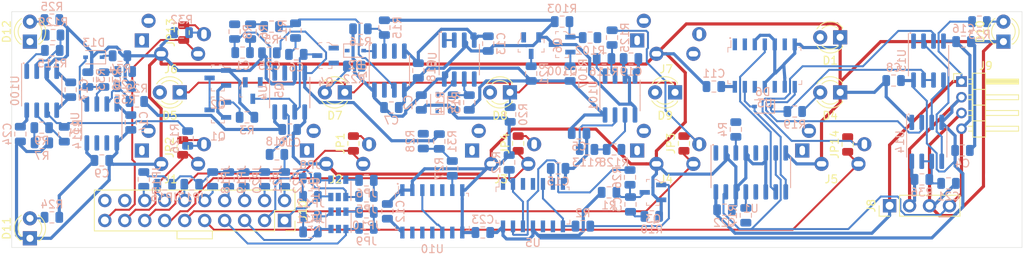
<source format=kicad_pcb>
(kicad_pcb (version 20171130) (host pcbnew 5.1.5+dfsg1-2build2)

  (general
    (thickness 1.6)
    (drawings 4)
    (tracks 871)
    (zones 0)
    (modules 140)
    (nets 114)
  )

  (page USLedger)
  (layers
    (0 F.Cu signal)
    (31 B.Cu signal)
    (32 B.Adhes user hide)
    (33 F.Adhes user hide)
    (34 B.Paste user hide)
    (35 F.Paste user hide)
    (36 B.SilkS user)
    (37 F.SilkS user)
    (38 B.Mask user hide)
    (39 F.Mask user hide)
    (40 Dwgs.User user hide)
    (41 Cmts.User user hide)
    (42 Eco1.User user hide)
    (43 Eco2.User user hide)
    (44 Edge.Cuts user)
    (45 Margin user)
    (46 B.CrtYd user)
    (47 F.CrtYd user)
    (48 B.Fab user)
    (49 F.Fab user hide)
  )

  (setup
    (last_trace_width 0.4)
    (user_trace_width 0.4)
    (user_trace_width 0.5)
    (trace_clearance 0.2)
    (zone_clearance 0.508)
    (zone_45_only no)
    (trace_min 0.2)
    (via_size 0.8)
    (via_drill 0.4)
    (via_min_size 0.4)
    (via_min_drill 0.3)
    (uvia_size 0.3)
    (uvia_drill 0.1)
    (uvias_allowed no)
    (uvia_min_size 0.2)
    (uvia_min_drill 0.1)
    (edge_width 0.05)
    (segment_width 0.2)
    (pcb_text_width 0.3)
    (pcb_text_size 1.5 1.5)
    (mod_edge_width 0.12)
    (mod_text_size 1 1)
    (mod_text_width 0.15)
    (pad_size 1.524 1.524)
    (pad_drill 0.762)
    (pad_to_mask_clearance 0.051)
    (solder_mask_min_width 0.25)
    (aux_axis_origin 0 0)
    (visible_elements FFFFFF7F)
    (pcbplotparams
      (layerselection 0x010f0_ffffffff)
      (usegerberextensions false)
      (usegerberattributes false)
      (usegerberadvancedattributes false)
      (creategerberjobfile false)
      (excludeedgelayer true)
      (linewidth 0.100000)
      (plotframeref false)
      (viasonmask false)
      (mode 1)
      (useauxorigin false)
      (hpglpennumber 1)
      (hpglpenspeed 20)
      (hpglpendiameter 15.000000)
      (psnegative false)
      (psa4output false)
      (plotreference true)
      (plotvalue true)
      (plotinvisibletext false)
      (padsonsilk false)
      (subtractmaskfromsilk false)
      (outputformat 4)
      (mirror false)
      (drillshape 0)
      (scaleselection 1)
      (outputdirectory ""))
  )

  (net 0 "")
  (net 1 GND)
  (net 2 +12V)
  (net 3 -12V)
  (net 4 "Net-(D3-Pad2)")
  (net 5 +5V)
  (net 6 "Net-(C1-Pad2)")
  (net 7 IC4_OUT)
  (net 8 "Net-(C3-Pad2)")
  (net 9 INV_GATE)
  (net 10 "Net-(C6-Pad2)")
  (net 11 "Net-(C6-Pad1)")
  (net 12 "Net-(C15-Pad1)")
  (net 13 "Net-(C20-Pad2)")
  (net 14 "Net-(C20-Pad1)")
  (net 15 "Net-(C21-Pad1)")
  (net 16 "Net-(D1-Pad2)")
  (net 17 "Net-(D2-Pad2)")
  (net 18 "Net-(D3-Pad1)")
  (net 19 "Net-(D4-Pad2)")
  (net 20 FF_OUT)
  (net 21 "Net-(D5-Pad1)")
  (net 22 VC_GATE)
  (net 23 "Net-(D7-Pad2)")
  (net 24 "Net-(D8-Pad2)")
  (net 25 "Net-(D9-Pad2)")
  (net 26 "Net-(D10-Pad2)")
  (net 27 "Net-(D11-Pad2)")
  (net 28 "Net-(D12-Pad2)")
  (net 29 "Net-(D13-Pad2)")
  (net 30 "Net-(D13-Pad1)")
  (net 31 "Net-(J1-Pad4)")
  (net 32 A)
  (net 33 "Net-(J1-Pad2)")
  (net 34 "Net-(J1-Pad1)")
  (net 35 "Net-(J2-Pad4)")
  (net 36 D)
  (net 37 "Net-(J2-Pad2)")
  (net 38 "Net-(J2-Pad1)")
  (net 39 "Net-(J3-Pad4)")
  (net 40 S)
  (net 41 "Net-(J3-Pad2)")
  (net 42 "Net-(J3-Pad1)")
  (net 43 "Net-(J4-Pad4)")
  (net 44 R)
  (net 45 "Net-(J4-Pad2)")
  (net 46 "Net-(J4-Pad1)")
  (net 47 "Net-(J5-Pad4)")
  (net 48 GW)
  (net 49 "Net-(J5-Pad2)")
  (net 50 "Net-(J5-Pad1)")
  (net 51 STROBE)
  (net 52 "Net-(J6-Pad2)")
  (net 53 "Net-(J6-Pad1)")
  (net 54 OUT)
  (net 55 "Net-(J7-Pad3)")
  (net 56 "Net-(J7-Pad2)")
  (net 57 "Net-(J7-Pad1)")
  (net 58 "Net-(J10-Pad20)")
  (net 59 "Net-(J10-Pad19)")
  (net 60 "Net-(J10-Pad18)")
  (net 61 "Net-(J10-Pad17)")
  (net 62 "Net-(J10-Pad16)")
  (net 63 "Net-(J10-Pad15)")
  (net 64 A3)
  (net 65 "Net-(J10-Pad14)")
  (net 66 A2)
  (net 67 "Net-(J10-Pad13)")
  (net 68 A1)
  (net 69 "Net-(J10-Pad12)")
  (net 70 A0)
  (net 71 "Net-(J10-Pad11)")
  (net 72 "Net-(JP5-Pad2)")
  (net 73 "Net-(JP6-Pad1)")
  (net 74 "Net-(JP7-Pad2)")
  (net 75 "Net-(JP8-Pad1)")
  (net 76 "Net-(JP10-Pad2)")
  (net 77 "Net-(JP10-Pad1)")
  (net 78 "Net-(JP11-Pad2)")
  (net 79 "Net-(JP12-Pad1)")
  (net 80 "Net-(Q1-Pad2)")
  (net 81 "Net-(Q1-Pad1)")
  (net 82 "Net-(Q3-Pad2)")
  (net 83 "Net-(Q5-Pad2)")
  (net 84 "Net-(Q6-Pad2)")
  (net 85 "Net-(Q6-Pad3)")
  (net 86 "Net-(Q100-Pad2)")
  (net 87 "Net-(R4-Pad2)")
  (net 88 "Net-(R11-Pad1)")
  (net 89 "Net-(R5-Pad1)")
  (net 90 ATTACK_CV)
  (net 91 "Net-(R13-Pad1)")
  (net 92 "Net-(R15-Pad1)")
  (net 93 "Net-(R17-Pad1)")
  (net 94 "Net-(R26-Pad1)")
  (net 95 "Net-(R27-Pad2)")
  (net 96 "Net-(R27-Pad1)")
  (net 97 TRIGGER)
  (net 98 "Net-(R29-Pad2)")
  (net 99 "Net-(R30-Pad1)")
  (net 100 "Net-(R113-Pad2)")
  (net 101 DECAY_CV)
  (net 102 "Net-(R114-Pad2)")
  (net 103 "Net-(R115-Pad2)")
  (net 104 SUSTAIN_CV)
  (net 105 "Net-(R116-Pad2)")
  (net 106 RELEASE_CV)
  (net 107 INV_FF_OUT)
  (net 108 "Net-(U3-Pad2)")
  (net 109 "Net-(U10-Pad10)")
  (net 110 "Net-(U10-Pad9)")
  (net 111 "Net-(U14-Pad5)")
  (net 112 "Net-(U14-Pad3)")
  (net 113 "Net-(U6-Pad1)")

  (net_class Default "This is the default net class."
    (clearance 0.2)
    (trace_width 0.25)
    (via_dia 0.8)
    (via_drill 0.4)
    (uvia_dia 0.3)
    (uvia_drill 0.1)
    (add_net +12V)
    (add_net +5V)
    (add_net -12V)
    (add_net A)
    (add_net A0)
    (add_net A1)
    (add_net A2)
    (add_net A3)
    (add_net ATTACK_CV)
    (add_net D)
    (add_net DECAY_CV)
    (add_net FF_OUT)
    (add_net GND)
    (add_net GW)
    (add_net IC4_OUT)
    (add_net INV_FF_OUT)
    (add_net INV_GATE)
    (add_net "Net-(C1-Pad2)")
    (add_net "Net-(C15-Pad1)")
    (add_net "Net-(C20-Pad1)")
    (add_net "Net-(C20-Pad2)")
    (add_net "Net-(C21-Pad1)")
    (add_net "Net-(C3-Pad2)")
    (add_net "Net-(C6-Pad1)")
    (add_net "Net-(C6-Pad2)")
    (add_net "Net-(D1-Pad2)")
    (add_net "Net-(D10-Pad2)")
    (add_net "Net-(D11-Pad2)")
    (add_net "Net-(D12-Pad2)")
    (add_net "Net-(D13-Pad1)")
    (add_net "Net-(D13-Pad2)")
    (add_net "Net-(D2-Pad2)")
    (add_net "Net-(D3-Pad1)")
    (add_net "Net-(D3-Pad2)")
    (add_net "Net-(D4-Pad2)")
    (add_net "Net-(D5-Pad1)")
    (add_net "Net-(D7-Pad2)")
    (add_net "Net-(D8-Pad2)")
    (add_net "Net-(D9-Pad2)")
    (add_net "Net-(J1-Pad1)")
    (add_net "Net-(J1-Pad2)")
    (add_net "Net-(J1-Pad4)")
    (add_net "Net-(J10-Pad11)")
    (add_net "Net-(J10-Pad12)")
    (add_net "Net-(J10-Pad13)")
    (add_net "Net-(J10-Pad14)")
    (add_net "Net-(J10-Pad15)")
    (add_net "Net-(J10-Pad16)")
    (add_net "Net-(J10-Pad17)")
    (add_net "Net-(J10-Pad18)")
    (add_net "Net-(J10-Pad19)")
    (add_net "Net-(J10-Pad20)")
    (add_net "Net-(J2-Pad1)")
    (add_net "Net-(J2-Pad2)")
    (add_net "Net-(J2-Pad4)")
    (add_net "Net-(J3-Pad1)")
    (add_net "Net-(J3-Pad2)")
    (add_net "Net-(J3-Pad4)")
    (add_net "Net-(J4-Pad1)")
    (add_net "Net-(J4-Pad2)")
    (add_net "Net-(J4-Pad4)")
    (add_net "Net-(J5-Pad1)")
    (add_net "Net-(J5-Pad2)")
    (add_net "Net-(J5-Pad4)")
    (add_net "Net-(J6-Pad1)")
    (add_net "Net-(J6-Pad2)")
    (add_net "Net-(J7-Pad1)")
    (add_net "Net-(J7-Pad2)")
    (add_net "Net-(J7-Pad3)")
    (add_net "Net-(JP10-Pad1)")
    (add_net "Net-(JP10-Pad2)")
    (add_net "Net-(JP11-Pad2)")
    (add_net "Net-(JP12-Pad1)")
    (add_net "Net-(JP5-Pad2)")
    (add_net "Net-(JP6-Pad1)")
    (add_net "Net-(JP7-Pad2)")
    (add_net "Net-(JP8-Pad1)")
    (add_net "Net-(Q1-Pad1)")
    (add_net "Net-(Q1-Pad2)")
    (add_net "Net-(Q100-Pad2)")
    (add_net "Net-(Q3-Pad2)")
    (add_net "Net-(Q5-Pad2)")
    (add_net "Net-(Q6-Pad2)")
    (add_net "Net-(Q6-Pad3)")
    (add_net "Net-(R11-Pad1)")
    (add_net "Net-(R113-Pad2)")
    (add_net "Net-(R114-Pad2)")
    (add_net "Net-(R115-Pad2)")
    (add_net "Net-(R116-Pad2)")
    (add_net "Net-(R13-Pad1)")
    (add_net "Net-(R15-Pad1)")
    (add_net "Net-(R17-Pad1)")
    (add_net "Net-(R26-Pad1)")
    (add_net "Net-(R27-Pad1)")
    (add_net "Net-(R27-Pad2)")
    (add_net "Net-(R29-Pad2)")
    (add_net "Net-(R30-Pad1)")
    (add_net "Net-(R4-Pad2)")
    (add_net "Net-(R5-Pad1)")
    (add_net "Net-(U10-Pad10)")
    (add_net "Net-(U10-Pad9)")
    (add_net "Net-(U14-Pad3)")
    (add_net "Net-(U14-Pad5)")
    (add_net "Net-(U3-Pad2)")
    (add_net "Net-(U6-Pad1)")
    (add_net OUT)
    (add_net R)
    (add_net RELEASE_CV)
    (add_net S)
    (add_net STROBE)
    (add_net SUSTAIN_CV)
    (add_net TRIGGER)
    (add_net VC_GATE)
  )

  (module Capacitor_SMD:C_0805_2012Metric (layer B.Cu) (tedit 5B36C52B) (tstamp 60C41E72)
    (at 89.7636 155.8544)
    (descr "Capacitor SMD 0805 (2012 Metric), square (rectangular) end terminal, IPC_7351 nominal, (Body size source: https://docs.google.com/spreadsheets/d/1BsfQQcO9C6DZCsRaXUlFlo91Tg2WpOkGARC1WS5S8t0/edit?usp=sharing), generated with kicad-footprint-generator")
    (tags capacitor)
    (path /623DFBC2)
    (attr smd)
    (fp_text reference C25 (at 0 1.65) (layer B.SilkS)
      (effects (font (size 1 1) (thickness 0.15)) (justify mirror))
    )
    (fp_text value 10uF (at 0 -1.65) (layer B.Fab)
      (effects (font (size 1 1) (thickness 0.15)) (justify mirror))
    )
    (fp_text user %R (at 0 0) (layer B.Fab)
      (effects (font (size 0.5 0.5) (thickness 0.08)) (justify mirror))
    )
    (fp_line (start 1.68 -0.95) (end -1.68 -0.95) (layer B.CrtYd) (width 0.05))
    (fp_line (start 1.68 0.95) (end 1.68 -0.95) (layer B.CrtYd) (width 0.05))
    (fp_line (start -1.68 0.95) (end 1.68 0.95) (layer B.CrtYd) (width 0.05))
    (fp_line (start -1.68 -0.95) (end -1.68 0.95) (layer B.CrtYd) (width 0.05))
    (fp_line (start -0.258578 -0.71) (end 0.258578 -0.71) (layer B.SilkS) (width 0.12))
    (fp_line (start -0.258578 0.71) (end 0.258578 0.71) (layer B.SilkS) (width 0.12))
    (fp_line (start 1 -0.6) (end -1 -0.6) (layer B.Fab) (width 0.1))
    (fp_line (start 1 0.6) (end 1 -0.6) (layer B.Fab) (width 0.1))
    (fp_line (start -1 0.6) (end 1 0.6) (layer B.Fab) (width 0.1))
    (fp_line (start -1 -0.6) (end -1 0.6) (layer B.Fab) (width 0.1))
    (pad 2 smd roundrect (at 0.9375 0) (size 0.975 1.4) (layers B.Cu B.Paste B.Mask) (roundrect_rratio 0.25)
      (net 3 -12V))
    (pad 1 smd roundrect (at -0.9375 0) (size 0.975 1.4) (layers B.Cu B.Paste B.Mask) (roundrect_rratio 0.25)
      (net 1 GND))
    (model ${KISYS3DMOD}/Capacitor_SMD.3dshapes/C_0805_2012Metric.wrl
      (at (xyz 0 0 0))
      (scale (xyz 1 1 1))
      (rotate (xyz 0 0 0))
    )
  )

  (module Capacitor_SMD:C_0805_2012Metric (layer B.Cu) (tedit 5B36C52B) (tstamp 60C41E61)
    (at 58.0898 166.1922 270)
    (descr "Capacitor SMD 0805 (2012 Metric), square (rectangular) end terminal, IPC_7351 nominal, (Body size source: https://docs.google.com/spreadsheets/d/1BsfQQcO9C6DZCsRaXUlFlo91Tg2WpOkGARC1WS5S8t0/edit?usp=sharing), generated with kicad-footprint-generator")
    (tags capacitor)
    (path /6236E424)
    (attr smd)
    (fp_text reference C24 (at 0 1.65 90) (layer B.SilkS)
      (effects (font (size 1 1) (thickness 0.15)) (justify mirror))
    )
    (fp_text value 10uF (at 0 -1.65 90) (layer B.Fab)
      (effects (font (size 1 1) (thickness 0.15)) (justify mirror))
    )
    (fp_text user %R (at 0 0 90) (layer B.Fab)
      (effects (font (size 0.5 0.5) (thickness 0.08)) (justify mirror))
    )
    (fp_line (start 1.68 -0.95) (end -1.68 -0.95) (layer B.CrtYd) (width 0.05))
    (fp_line (start 1.68 0.95) (end 1.68 -0.95) (layer B.CrtYd) (width 0.05))
    (fp_line (start -1.68 0.95) (end 1.68 0.95) (layer B.CrtYd) (width 0.05))
    (fp_line (start -1.68 -0.95) (end -1.68 0.95) (layer B.CrtYd) (width 0.05))
    (fp_line (start -0.258578 -0.71) (end 0.258578 -0.71) (layer B.SilkS) (width 0.12))
    (fp_line (start -0.258578 0.71) (end 0.258578 0.71) (layer B.SilkS) (width 0.12))
    (fp_line (start 1 -0.6) (end -1 -0.6) (layer B.Fab) (width 0.1))
    (fp_line (start 1 0.6) (end 1 -0.6) (layer B.Fab) (width 0.1))
    (fp_line (start -1 0.6) (end 1 0.6) (layer B.Fab) (width 0.1))
    (fp_line (start -1 -0.6) (end -1 0.6) (layer B.Fab) (width 0.1))
    (pad 2 smd roundrect (at 0.9375 0 270) (size 0.975 1.4) (layers B.Cu B.Paste B.Mask) (roundrect_rratio 0.25)
      (net 1 GND))
    (pad 1 smd roundrect (at -0.9375 0 270) (size 0.975 1.4) (layers B.Cu B.Paste B.Mask) (roundrect_rratio 0.25)
      (net 2 +12V))
    (model ${KISYS3DMOD}/Capacitor_SMD.3dshapes/C_0805_2012Metric.wrl
      (at (xyz 0 0 0))
      (scale (xyz 1 1 1))
      (rotate (xyz 0 0 0))
    )
  )

  (module Capacitor_SMD:C_0805_2012Metric (layer B.Cu) (tedit 5B36C52B) (tstamp 60C41E50)
    (at 116.9162 178.7144 180)
    (descr "Capacitor SMD 0805 (2012 Metric), square (rectangular) end terminal, IPC_7351 nominal, (Body size source: https://docs.google.com/spreadsheets/d/1BsfQQcO9C6DZCsRaXUlFlo91Tg2WpOkGARC1WS5S8t0/edit?usp=sharing), generated with kicad-footprint-generator")
    (tags capacitor)
    (path /6236E04E)
    (attr smd)
    (fp_text reference C23 (at 0 1.65) (layer B.SilkS)
      (effects (font (size 1 1) (thickness 0.15)) (justify mirror))
    )
    (fp_text value 10uF (at 0 -1.65) (layer B.Fab)
      (effects (font (size 1 1) (thickness 0.15)) (justify mirror))
    )
    (fp_text user %R (at 0 0) (layer B.Fab)
      (effects (font (size 0.5 0.5) (thickness 0.08)) (justify mirror))
    )
    (fp_line (start 1.68 -0.95) (end -1.68 -0.95) (layer B.CrtYd) (width 0.05))
    (fp_line (start 1.68 0.95) (end 1.68 -0.95) (layer B.CrtYd) (width 0.05))
    (fp_line (start -1.68 0.95) (end 1.68 0.95) (layer B.CrtYd) (width 0.05))
    (fp_line (start -1.68 -0.95) (end -1.68 0.95) (layer B.CrtYd) (width 0.05))
    (fp_line (start -0.258578 -0.71) (end 0.258578 -0.71) (layer B.SilkS) (width 0.12))
    (fp_line (start -0.258578 0.71) (end 0.258578 0.71) (layer B.SilkS) (width 0.12))
    (fp_line (start 1 -0.6) (end -1 -0.6) (layer B.Fab) (width 0.1))
    (fp_line (start 1 0.6) (end 1 -0.6) (layer B.Fab) (width 0.1))
    (fp_line (start -1 0.6) (end 1 0.6) (layer B.Fab) (width 0.1))
    (fp_line (start -1 -0.6) (end -1 0.6) (layer B.Fab) (width 0.1))
    (pad 2 smd roundrect (at 0.9375 0 180) (size 0.975 1.4) (layers B.Cu B.Paste B.Mask) (roundrect_rratio 0.25)
      (net 1 GND))
    (pad 1 smd roundrect (at -0.9375 0 180) (size 0.975 1.4) (layers B.Cu B.Paste B.Mask) (roundrect_rratio 0.25)
      (net 2 +12V))
    (model ${KISYS3DMOD}/Capacitor_SMD.3dshapes/C_0805_2012Metric.wrl
      (at (xyz 0 0 0))
      (scale (xyz 1 1 1))
      (rotate (xyz 0 0 0))
    )
  )

  (module Capacitor_SMD:C_0805_2012Metric (layer B.Cu) (tedit 5B36C52B) (tstamp 60C41E3F)
    (at 147.6502 175.8188)
    (descr "Capacitor SMD 0805 (2012 Metric), square (rectangular) end terminal, IPC_7351 nominal, (Body size source: https://docs.google.com/spreadsheets/d/1BsfQQcO9C6DZCsRaXUlFlo91Tg2WpOkGARC1WS5S8t0/edit?usp=sharing), generated with kicad-footprint-generator")
    (tags capacitor)
    (path /62335387)
    (attr smd)
    (fp_text reference C22 (at 0 1.65) (layer B.SilkS)
      (effects (font (size 1 1) (thickness 0.15)) (justify mirror))
    )
    (fp_text value 10uF (at 0 -1.65) (layer B.Fab)
      (effects (font (size 1 1) (thickness 0.15)) (justify mirror))
    )
    (fp_text user %R (at 0 0) (layer B.Fab)
      (effects (font (size 0.5 0.5) (thickness 0.08)) (justify mirror))
    )
    (fp_line (start 1.68 -0.95) (end -1.68 -0.95) (layer B.CrtYd) (width 0.05))
    (fp_line (start 1.68 0.95) (end 1.68 -0.95) (layer B.CrtYd) (width 0.05))
    (fp_line (start -1.68 0.95) (end 1.68 0.95) (layer B.CrtYd) (width 0.05))
    (fp_line (start -1.68 -0.95) (end -1.68 0.95) (layer B.CrtYd) (width 0.05))
    (fp_line (start -0.258578 -0.71) (end 0.258578 -0.71) (layer B.SilkS) (width 0.12))
    (fp_line (start -0.258578 0.71) (end 0.258578 0.71) (layer B.SilkS) (width 0.12))
    (fp_line (start 1 -0.6) (end -1 -0.6) (layer B.Fab) (width 0.1))
    (fp_line (start 1 0.6) (end 1 -0.6) (layer B.Fab) (width 0.1))
    (fp_line (start -1 0.6) (end 1 0.6) (layer B.Fab) (width 0.1))
    (fp_line (start -1 -0.6) (end -1 0.6) (layer B.Fab) (width 0.1))
    (pad 2 smd roundrect (at 0.9375 0) (size 0.975 1.4) (layers B.Cu B.Paste B.Mask) (roundrect_rratio 0.25)
      (net 1 GND))
    (pad 1 smd roundrect (at -0.9375 0) (size 0.975 1.4) (layers B.Cu B.Paste B.Mask) (roundrect_rratio 0.25)
      (net 5 +5V))
    (model ${KISYS3DMOD}/Capacitor_SMD.3dshapes/C_0805_2012Metric.wrl
      (at (xyz 0 0 0))
      (scale (xyz 1 1 1))
      (rotate (xyz 0 0 0))
    )
  )

  (module JLC-WGVC-2021:SOIC-8_3.9x4.9mm_P1.27mm (layer B.Cu) (tedit 6016CF47) (tstamp 60C2FFAF)
    (at 134.366 161.29)
    (descr "SOIC, 8 Pin (JEDEC MS-012AA, https://www.analog.com/media/en/package-pcb-resources/package/pkg_pdf/soic_narrow-r/r_8.pdf), generated with kicad-footprint-generator ipc_gullwing_generator.py")
    (tags "SOIC SO")
    (path /60B9E402)
    (attr smd)
    (fp_text reference U101 (at -3.4 0 -90) (layer B.SilkS)
      (effects (font (size 1 1) (thickness 0.15)) (justify mirror))
    )
    (fp_text value TL072CDT (at 0 -4.5 -180) (layer B.Fab)
      (effects (font (size 1 1) (thickness 0.15)) (justify mirror))
    )
    (fp_circle (center -2.3 -3.5) (end -2.3 -3.5) (layer B.SilkS) (width 0.12))
    (fp_text user %R (at 0 0 -180) (layer B.Fab)
      (effects (font (size 0.98 0.98) (thickness 0.15)) (justify mirror))
    )
    (fp_line (start -2.7 3.7) (end -2.7 -3.7) (layer B.CrtYd) (width 0.05))
    (fp_line (start 2.7 3.7) (end -2.7 3.7) (layer B.CrtYd) (width 0.05))
    (fp_line (start 2.7 -3.7) (end 2.7 3.7) (layer B.CrtYd) (width 0.05))
    (fp_line (start -2.7 -3.7) (end 2.7 -3.7) (layer B.CrtYd) (width 0.05))
    (fp_line (start -1.475 -1.95) (end -2.45 -0.975) (layer B.Fab) (width 0.1))
    (fp_line (start 2.45 -1.95) (end -1.475 -1.95) (layer B.Fab) (width 0.1))
    (fp_line (start 2.45 1.95) (end 2.45 -1.95) (layer B.Fab) (width 0.1))
    (fp_line (start -2.45 1.95) (end 2.45 1.95) (layer B.Fab) (width 0.1))
    (fp_line (start -2.45 -0.975) (end -2.45 1.95) (layer B.Fab) (width 0.1))
    (fp_line (start -2.56 0) (end -2.56 -3.45) (layer B.SilkS) (width 0.12))
    (fp_line (start -2.56 0) (end -2.56 1.95) (layer B.SilkS) (width 0.12))
    (fp_line (start 2.56 0) (end 2.56 -1.95) (layer B.SilkS) (width 0.12))
    (fp_line (start 2.56 0) (end 2.56 1.95) (layer B.SilkS) (width 0.12))
    (pad 8 smd roundrect (at -1.905 2.475 270) (size 1.95 0.6) (layers B.Cu B.Paste B.Mask) (roundrect_rratio 0.25)
      (net 2 +12V))
    (pad 7 smd roundrect (at -0.635 2.475 270) (size 1.95 0.6) (layers B.Cu B.Paste B.Mask) (roundrect_rratio 0.25)
      (net 101 DECAY_CV))
    (pad 6 smd roundrect (at 0.635 2.475 270) (size 1.95 0.6) (layers B.Cu B.Paste B.Mask) (roundrect_rratio 0.25)
      (net 100 "Net-(R113-Pad2)"))
    (pad 5 smd roundrect (at 1.905 2.475 270) (size 1.95 0.6) (layers B.Cu B.Paste B.Mask) (roundrect_rratio 0.25)
      (net 1 GND))
    (pad 4 smd roundrect (at 1.905 -2.475 270) (size 1.95 0.6) (layers B.Cu B.Paste B.Mask) (roundrect_rratio 0.25)
      (net 3 -12V))
    (pad 3 smd roundrect (at 0.635 -2.475 270) (size 1.95 0.6) (layers B.Cu B.Paste B.Mask) (roundrect_rratio 0.25)
      (net 1 GND))
    (pad 2 smd roundrect (at -0.635 -2.475 270) (size 1.95 0.6) (layers B.Cu B.Paste B.Mask) (roundrect_rratio 0.25)
      (net 105 "Net-(R116-Pad2)"))
    (pad 1 smd roundrect (at -1.905 -2.475 270) (size 1.95 0.6) (layers B.Cu B.Paste B.Mask) (roundrect_rratio 0.25)
      (net 106 RELEASE_CV))
    (model ${KISYS3DMOD}/Package_SO.3dshapes/SOIC-8_3.9x4.9mm_P1.27mm.wrl
      (at (xyz 0 0 0))
      (scale (xyz 1 1 1))
      (rotate (xyz 0 0 0))
    )
  )

  (module JLC-WGVC-2021:SOIC-8_3.9x4.9mm_P1.27mm (layer B.Cu) (tedit 6016CF47) (tstamp 60C2FF94)
    (at 60.8076 160.6804)
    (descr "SOIC, 8 Pin (JEDEC MS-012AA, https://www.analog.com/media/en/package-pcb-resources/package/pkg_pdf/soic_narrow-r/r_8.pdf), generated with kicad-footprint-generator ipc_gullwing_generator.py")
    (tags "SOIC SO")
    (path /60B34D7E)
    (attr smd)
    (fp_text reference U100 (at -3.4 0 -90) (layer B.SilkS)
      (effects (font (size 1 1) (thickness 0.15)) (justify mirror))
    )
    (fp_text value TL072CDT (at 0 -4.5 -180) (layer B.Fab)
      (effects (font (size 1 1) (thickness 0.15)) (justify mirror))
    )
    (fp_circle (center -2.3 -3.5) (end -2.3 -3.5) (layer B.SilkS) (width 0.12))
    (fp_text user %R (at 0 0 -180) (layer B.Fab)
      (effects (font (size 0.98 0.98) (thickness 0.15)) (justify mirror))
    )
    (fp_line (start -2.7 3.7) (end -2.7 -3.7) (layer B.CrtYd) (width 0.05))
    (fp_line (start 2.7 3.7) (end -2.7 3.7) (layer B.CrtYd) (width 0.05))
    (fp_line (start 2.7 -3.7) (end 2.7 3.7) (layer B.CrtYd) (width 0.05))
    (fp_line (start -2.7 -3.7) (end 2.7 -3.7) (layer B.CrtYd) (width 0.05))
    (fp_line (start -1.475 -1.95) (end -2.45 -0.975) (layer B.Fab) (width 0.1))
    (fp_line (start 2.45 -1.95) (end -1.475 -1.95) (layer B.Fab) (width 0.1))
    (fp_line (start 2.45 1.95) (end 2.45 -1.95) (layer B.Fab) (width 0.1))
    (fp_line (start -2.45 1.95) (end 2.45 1.95) (layer B.Fab) (width 0.1))
    (fp_line (start -2.45 -0.975) (end -2.45 1.95) (layer B.Fab) (width 0.1))
    (fp_line (start -2.56 0) (end -2.56 -3.45) (layer B.SilkS) (width 0.12))
    (fp_line (start -2.56 0) (end -2.56 1.95) (layer B.SilkS) (width 0.12))
    (fp_line (start 2.56 0) (end 2.56 -1.95) (layer B.SilkS) (width 0.12))
    (fp_line (start 2.56 0) (end 2.56 1.95) (layer B.SilkS) (width 0.12))
    (pad 8 smd roundrect (at -1.905 2.475 270) (size 1.95 0.6) (layers B.Cu B.Paste B.Mask) (roundrect_rratio 0.25)
      (net 2 +12V))
    (pad 7 smd roundrect (at -0.635 2.475 270) (size 1.95 0.6) (layers B.Cu B.Paste B.Mask) (roundrect_rratio 0.25)
      (net 90 ATTACK_CV))
    (pad 6 smd roundrect (at 0.635 2.475 270) (size 1.95 0.6) (layers B.Cu B.Paste B.Mask) (roundrect_rratio 0.25)
      (net 102 "Net-(R114-Pad2)"))
    (pad 5 smd roundrect (at 1.905 2.475 270) (size 1.95 0.6) (layers B.Cu B.Paste B.Mask) (roundrect_rratio 0.25)
      (net 1 GND))
    (pad 4 smd roundrect (at 1.905 -2.475 270) (size 1.95 0.6) (layers B.Cu B.Paste B.Mask) (roundrect_rratio 0.25)
      (net 3 -12V))
    (pad 3 smd roundrect (at 0.635 -2.475 270) (size 1.95 0.6) (layers B.Cu B.Paste B.Mask) (roundrect_rratio 0.25)
      (net 1 GND))
    (pad 2 smd roundrect (at -0.635 -2.475 270) (size 1.95 0.6) (layers B.Cu B.Paste B.Mask) (roundrect_rratio 0.25)
      (net 103 "Net-(R115-Pad2)"))
    (pad 1 smd roundrect (at -1.905 -2.475 270) (size 1.95 0.6) (layers B.Cu B.Paste B.Mask) (roundrect_rratio 0.25)
      (net 104 SUSTAIN_CV))
    (model ${KISYS3DMOD}/Package_SO.3dshapes/SOIC-8_3.9x4.9mm_P1.27mm.wrl
      (at (xyz 0 0 0))
      (scale (xyz 1 1 1))
      (rotate (xyz 0 0 0))
    )
  )

  (module JLC-WGVC-2021:SOIC-8_3.9x4.9mm_P1.27mm (layer B.Cu) (tedit 6016CF47) (tstamp 60C2FF79)
    (at 173.609 156.845)
    (descr "SOIC, 8 Pin (JEDEC MS-012AA, https://www.analog.com/media/en/package-pcb-resources/package/pkg_pdf/soic_narrow-r/r_8.pdf), generated with kicad-footprint-generator ipc_gullwing_generator.py")
    (tags "SOIC SO")
    (path /60BF5855)
    (attr smd)
    (fp_text reference U15 (at -3.4 0 -90) (layer B.SilkS)
      (effects (font (size 1 1) (thickness 0.15)) (justify mirror))
    )
    (fp_text value TL072CDT (at 0 -4.5 -180) (layer B.Fab)
      (effects (font (size 1 1) (thickness 0.15)) (justify mirror))
    )
    (fp_circle (center -2.3 -3.5) (end -2.3 -3.5) (layer B.SilkS) (width 0.12))
    (fp_text user %R (at 0 0 -180) (layer B.Fab)
      (effects (font (size 0.98 0.98) (thickness 0.15)) (justify mirror))
    )
    (fp_line (start -2.7 3.7) (end -2.7 -3.7) (layer B.CrtYd) (width 0.05))
    (fp_line (start 2.7 3.7) (end -2.7 3.7) (layer B.CrtYd) (width 0.05))
    (fp_line (start 2.7 -3.7) (end 2.7 3.7) (layer B.CrtYd) (width 0.05))
    (fp_line (start -2.7 -3.7) (end 2.7 -3.7) (layer B.CrtYd) (width 0.05))
    (fp_line (start -1.475 -1.95) (end -2.45 -0.975) (layer B.Fab) (width 0.1))
    (fp_line (start 2.45 -1.95) (end -1.475 -1.95) (layer B.Fab) (width 0.1))
    (fp_line (start 2.45 1.95) (end 2.45 -1.95) (layer B.Fab) (width 0.1))
    (fp_line (start -2.45 1.95) (end 2.45 1.95) (layer B.Fab) (width 0.1))
    (fp_line (start -2.45 -0.975) (end -2.45 1.95) (layer B.Fab) (width 0.1))
    (fp_line (start -2.56 0) (end -2.56 -3.45) (layer B.SilkS) (width 0.12))
    (fp_line (start -2.56 0) (end -2.56 1.95) (layer B.SilkS) (width 0.12))
    (fp_line (start 2.56 0) (end 2.56 -1.95) (layer B.SilkS) (width 0.12))
    (fp_line (start 2.56 0) (end 2.56 1.95) (layer B.SilkS) (width 0.12))
    (pad 8 smd roundrect (at -1.905 2.475 270) (size 1.95 0.6) (layers B.Cu B.Paste B.Mask) (roundrect_rratio 0.25)
      (net 2 +12V))
    (pad 7 smd roundrect (at -0.635 2.475 270) (size 1.95 0.6) (layers B.Cu B.Paste B.Mask) (roundrect_rratio 0.25)
      (net 22 VC_GATE))
    (pad 6 smd roundrect (at 0.635 2.475 270) (size 1.95 0.6) (layers B.Cu B.Paste B.Mask) (roundrect_rratio 0.25)
      (net 22 VC_GATE))
    (pad 5 smd roundrect (at 1.905 2.475 270) (size 1.95 0.6) (layers B.Cu B.Paste B.Mask) (roundrect_rratio 0.25)
      (net 112 "Net-(U14-Pad3)"))
    (pad 4 smd roundrect (at 1.905 -2.475 270) (size 1.95 0.6) (layers B.Cu B.Paste B.Mask) (roundrect_rratio 0.25)
      (net 3 -12V))
    (pad 3 smd roundrect (at 0.635 -2.475 270) (size 1.95 0.6) (layers B.Cu B.Paste B.Mask) (roundrect_rratio 0.25)
      (net 47 "Net-(J5-Pad4)"))
    (pad 2 smd roundrect (at -0.635 -2.475 270) (size 1.95 0.6) (layers B.Cu B.Paste B.Mask) (roundrect_rratio 0.25)
      (net 111 "Net-(U14-Pad5)"))
    (pad 1 smd roundrect (at -1.905 -2.475 270) (size 1.95 0.6) (layers B.Cu B.Paste B.Mask) (roundrect_rratio 0.25)
      (net 111 "Net-(U14-Pad5)"))
    (model ${KISYS3DMOD}/Package_SO.3dshapes/SOIC-8_3.9x4.9mm_P1.27mm.wrl
      (at (xyz 0 0 0))
      (scale (xyz 1 1 1))
      (rotate (xyz 0 0 0))
    )
  )

  (module JLC-WGVC-2021:SOIC-8_3.9x4.9mm_P1.27mm (layer B.Cu) (tedit 6016CF47) (tstamp 60C2FF5E)
    (at 173.383 167.182)
    (descr "SOIC, 8 Pin (JEDEC MS-012AA, https://www.analog.com/media/en/package-pcb-resources/package/pkg_pdf/soic_narrow-r/r_8.pdf), generated with kicad-footprint-generator ipc_gullwing_generator.py")
    (tags "SOIC SO")
    (path /60BE3725)
    (attr smd)
    (fp_text reference U14 (at -3.4 0 -90) (layer B.SilkS)
      (effects (font (size 1 1) (thickness 0.15)) (justify mirror))
    )
    (fp_text value LM555 (at 0 -4.5 -180) (layer B.Fab)
      (effects (font (size 1 1) (thickness 0.15)) (justify mirror))
    )
    (fp_circle (center -2.3 -3.5) (end -2.3 -3.5) (layer B.SilkS) (width 0.12))
    (fp_text user %R (at 0 0 -180) (layer B.Fab)
      (effects (font (size 0.98 0.98) (thickness 0.15)) (justify mirror))
    )
    (fp_line (start -2.7 3.7) (end -2.7 -3.7) (layer B.CrtYd) (width 0.05))
    (fp_line (start 2.7 3.7) (end -2.7 3.7) (layer B.CrtYd) (width 0.05))
    (fp_line (start 2.7 -3.7) (end 2.7 3.7) (layer B.CrtYd) (width 0.05))
    (fp_line (start -2.7 -3.7) (end 2.7 -3.7) (layer B.CrtYd) (width 0.05))
    (fp_line (start -1.475 -1.95) (end -2.45 -0.975) (layer B.Fab) (width 0.1))
    (fp_line (start 2.45 -1.95) (end -1.475 -1.95) (layer B.Fab) (width 0.1))
    (fp_line (start 2.45 1.95) (end 2.45 -1.95) (layer B.Fab) (width 0.1))
    (fp_line (start -2.45 1.95) (end 2.45 1.95) (layer B.Fab) (width 0.1))
    (fp_line (start -2.45 -0.975) (end -2.45 1.95) (layer B.Fab) (width 0.1))
    (fp_line (start -2.56 0) (end -2.56 -3.45) (layer B.SilkS) (width 0.12))
    (fp_line (start -2.56 0) (end -2.56 1.95) (layer B.SilkS) (width 0.12))
    (fp_line (start 2.56 0) (end 2.56 -1.95) (layer B.SilkS) (width 0.12))
    (fp_line (start 2.56 0) (end 2.56 1.95) (layer B.SilkS) (width 0.12))
    (pad 8 smd roundrect (at -1.905 2.475 270) (size 1.95 0.6) (layers B.Cu B.Paste B.Mask) (roundrect_rratio 0.25)
      (net 2 +12V))
    (pad 7 smd roundrect (at -0.635 2.475 270) (size 1.95 0.6) (layers B.Cu B.Paste B.Mask) (roundrect_rratio 0.25)
      (net 15 "Net-(C21-Pad1)"))
    (pad 6 smd roundrect (at 0.635 2.475 270) (size 1.95 0.6) (layers B.Cu B.Paste B.Mask) (roundrect_rratio 0.25)
      (net 15 "Net-(C21-Pad1)"))
    (pad 5 smd roundrect (at 1.905 2.475 270) (size 1.95 0.6) (layers B.Cu B.Paste B.Mask) (roundrect_rratio 0.25)
      (net 111 "Net-(U14-Pad5)"))
    (pad 4 smd roundrect (at 1.905 -2.475 270) (size 1.95 0.6) (layers B.Cu B.Paste B.Mask) (roundrect_rratio 0.25)
      (net 2 +12V))
    (pad 3 smd roundrect (at 0.635 -2.475 270) (size 1.95 0.6) (layers B.Cu B.Paste B.Mask) (roundrect_rratio 0.25)
      (net 112 "Net-(U14-Pad3)"))
    (pad 2 smd roundrect (at -0.635 -2.475 270) (size 1.95 0.6) (layers B.Cu B.Paste B.Mask) (roundrect_rratio 0.25)
      (net 97 TRIGGER))
    (pad 1 smd roundrect (at -1.905 -2.475 270) (size 1.95 0.6) (layers B.Cu B.Paste B.Mask) (roundrect_rratio 0.25)
      (net 1 GND))
    (model ${KISYS3DMOD}/Package_SO.3dshapes/SOIC-8_3.9x4.9mm_P1.27mm.wrl
      (at (xyz 0 0 0))
      (scale (xyz 1 1 1))
      (rotate (xyz 0 0 0))
    )
  )

  (module JLC-WGVC-2021:SOIC-8_3.9x4.9mm_P1.27mm (layer B.Cu) (tedit 6016CF47) (tstamp 60C401D9)
    (at 68.453 164.846)
    (descr "SOIC, 8 Pin (JEDEC MS-012AA, https://www.analog.com/media/en/package-pcb-resources/package/pkg_pdf/soic_narrow-r/r_8.pdf), generated with kicad-footprint-generator ipc_gullwing_generator.py")
    (tags "SOIC SO")
    (path /611A8604)
    (attr smd)
    (fp_text reference U13 (at -3.4 0 -90) (layer B.SilkS)
      (effects (font (size 1 1) (thickness 0.15)) (justify mirror))
    )
    (fp_text value TL072CDT (at 0 -4.5 -180) (layer B.Fab)
      (effects (font (size 1 1) (thickness 0.15)) (justify mirror))
    )
    (fp_circle (center -2.3 -3.5) (end -2.3 -3.5) (layer B.SilkS) (width 0.12))
    (fp_text user %R (at 0 0 -180) (layer B.Fab)
      (effects (font (size 0.98 0.98) (thickness 0.15)) (justify mirror))
    )
    (fp_line (start -2.7 3.7) (end -2.7 -3.7) (layer B.CrtYd) (width 0.05))
    (fp_line (start 2.7 3.7) (end -2.7 3.7) (layer B.CrtYd) (width 0.05))
    (fp_line (start 2.7 -3.7) (end 2.7 3.7) (layer B.CrtYd) (width 0.05))
    (fp_line (start -2.7 -3.7) (end 2.7 -3.7) (layer B.CrtYd) (width 0.05))
    (fp_line (start -1.475 -1.95) (end -2.45 -0.975) (layer B.Fab) (width 0.1))
    (fp_line (start 2.45 -1.95) (end -1.475 -1.95) (layer B.Fab) (width 0.1))
    (fp_line (start 2.45 1.95) (end 2.45 -1.95) (layer B.Fab) (width 0.1))
    (fp_line (start -2.45 1.95) (end 2.45 1.95) (layer B.Fab) (width 0.1))
    (fp_line (start -2.45 -0.975) (end -2.45 1.95) (layer B.Fab) (width 0.1))
    (fp_line (start -2.56 0) (end -2.56 -3.45) (layer B.SilkS) (width 0.12))
    (fp_line (start -2.56 0) (end -2.56 1.95) (layer B.SilkS) (width 0.12))
    (fp_line (start 2.56 0) (end 2.56 -1.95) (layer B.SilkS) (width 0.12))
    (fp_line (start 2.56 0) (end 2.56 1.95) (layer B.SilkS) (width 0.12))
    (pad 8 smd roundrect (at -1.905 2.475 270) (size 1.95 0.6) (layers B.Cu B.Paste B.Mask) (roundrect_rratio 0.25)
      (net 2 +12V))
    (pad 7 smd roundrect (at -0.635 2.475 270) (size 1.95 0.6) (layers B.Cu B.Paste B.Mask) (roundrect_rratio 0.25)
      (net 97 TRIGGER))
    (pad 6 smd roundrect (at 0.635 2.475 270) (size 1.95 0.6) (layers B.Cu B.Paste B.Mask) (roundrect_rratio 0.25)
      (net 96 "Net-(R27-Pad1)"))
    (pad 5 smd roundrect (at 1.905 2.475 270) (size 1.95 0.6) (layers B.Cu B.Paste B.Mask) (roundrect_rratio 0.25)
      (net 1 GND))
    (pad 4 smd roundrect (at 1.905 -2.475 270) (size 1.95 0.6) (layers B.Cu B.Paste B.Mask) (roundrect_rratio 0.25)
      (net 3 -12V))
    (pad 3 smd roundrect (at 0.635 -2.475 270) (size 1.95 0.6) (layers B.Cu B.Paste B.Mask) (roundrect_rratio 0.25)
      (net 98 "Net-(R29-Pad2)"))
    (pad 2 smd roundrect (at -0.635 -2.475 270) (size 1.95 0.6) (layers B.Cu B.Paste B.Mask) (roundrect_rratio 0.25)
      (net 99 "Net-(R30-Pad1)"))
    (pad 1 smd roundrect (at -1.905 -2.475 270) (size 1.95 0.6) (layers B.Cu B.Paste B.Mask) (roundrect_rratio 0.25)
      (net 29 "Net-(D13-Pad2)"))
    (model ${KISYS3DMOD}/Package_SO.3dshapes/SOIC-8_3.9x4.9mm_P1.27mm.wrl
      (at (xyz 0 0 0))
      (scale (xyz 1 1 1))
      (rotate (xyz 0 0 0))
    )
  )

  (module JLC-WGVC-2021:SOT-23-6-JLC (layer B.Cu) (tedit 60BE9F00) (tstamp 60C2FF28)
    (at 98.552 177.165 270)
    (descr "6-pin SOT-23 package")
    (tags SOT-23-6)
    (path /60BFE13F)
    (attr smd)
    (fp_text reference U12 (at 0 2.9 90) (layer B.SilkS)
      (effects (font (size 1 1) (thickness 0.15)) (justify mirror))
    )
    (fp_text value SN74LVC2G04 (at 0 -2.9 90) (layer B.Fab)
      (effects (font (size 1 1) (thickness 0.15)) (justify mirror))
    )
    (fp_line (start -0.9 -1.55) (end -0.9 1.55) (layer B.Fab) (width 0.1))
    (fp_line (start -0.9 1.55) (end 0.9 1.55) (layer B.Fab) (width 0.1))
    (fp_line (start 0.9 -0.9) (end 0.9 1.55) (layer B.Fab) (width 0.1))
    (fp_line (start -0.9 -1.55) (end 0.25 -1.55) (layer B.Fab) (width 0.1))
    (fp_line (start 0.9 -0.9) (end 0.25 -1.55) (layer B.Fab) (width 0.1))
    (fp_line (start 1.9 -1.8) (end 1.9 1.8) (layer B.CrtYd) (width 0.05))
    (fp_line (start 1.9 1.8) (end -1.9 1.8) (layer B.CrtYd) (width 0.05))
    (fp_line (start -1.9 1.8) (end -1.9 -1.8) (layer B.CrtYd) (width 0.05))
    (fp_line (start -1.9 -1.8) (end 1.9 -1.8) (layer B.CrtYd) (width 0.05))
    (fp_line (start -0.9 -1.61) (end 1.55 -1.61) (layer B.SilkS) (width 0.12))
    (fp_line (start 0.9 1.61) (end -0.9 1.61) (layer B.SilkS) (width 0.12))
    (fp_text user %R (at 0 0) (layer B.Fab)
      (effects (font (size 0.5 0.5) (thickness 0.075)) (justify mirror))
    )
    (pad 5 smd rect (at -1.1 0 90) (size 1.06 0.65) (layers B.Cu B.Paste B.Mask)
      (net 5 +5V))
    (pad 6 smd rect (at -1.1 -0.95 90) (size 1.06 0.65) (layers B.Cu B.Paste B.Mask)
      (net 77 "Net-(JP10-Pad1)"))
    (pad 4 smd rect (at -1.1 0.95 90) (size 1.06 0.65) (layers B.Cu B.Paste B.Mask)
      (net 79 "Net-(JP12-Pad1)"))
    (pad 3 smd rect (at 1.1 0.95 90) (size 1.06 0.65) (layers B.Cu B.Paste B.Mask)
      (net 64 A3))
    (pad 2 smd rect (at 1.1 0 90) (size 1.06 0.65) (layers B.Cu B.Paste B.Mask)
      (net 1 GND))
    (pad 1 smd rect (at 1.1 -0.95 90) (size 1.06 0.65) (layers B.Cu B.Paste B.Mask)
      (net 66 A2))
    (model ${KISYS3DMOD}/Package_TO_SOT_SMD.3dshapes/SOT-23-6.wrl
      (at (xyz 0 0 0))
      (scale (xyz 1 1 1))
      (rotate (xyz 0 0 0))
    )
  )

  (module JLC-WGVC-2021:SOT-23-6-JLC (layer B.Cu) (tedit 60BE9F00) (tstamp 60C2FF12)
    (at 98.532 173.101 270)
    (descr "6-pin SOT-23 package")
    (tags SOT-23-6)
    (path /60BFCBEF)
    (attr smd)
    (fp_text reference U11 (at 0 2.9 90) (layer B.SilkS)
      (effects (font (size 1 1) (thickness 0.15)) (justify mirror))
    )
    (fp_text value SN74LVC2G04 (at 0 -2.9 90) (layer B.Fab)
      (effects (font (size 1 1) (thickness 0.15)) (justify mirror))
    )
    (fp_line (start -0.9 -1.55) (end -0.9 1.55) (layer B.Fab) (width 0.1))
    (fp_line (start -0.9 1.55) (end 0.9 1.55) (layer B.Fab) (width 0.1))
    (fp_line (start 0.9 -0.9) (end 0.9 1.55) (layer B.Fab) (width 0.1))
    (fp_line (start -0.9 -1.55) (end 0.25 -1.55) (layer B.Fab) (width 0.1))
    (fp_line (start 0.9 -0.9) (end 0.25 -1.55) (layer B.Fab) (width 0.1))
    (fp_line (start 1.9 -1.8) (end 1.9 1.8) (layer B.CrtYd) (width 0.05))
    (fp_line (start 1.9 1.8) (end -1.9 1.8) (layer B.CrtYd) (width 0.05))
    (fp_line (start -1.9 1.8) (end -1.9 -1.8) (layer B.CrtYd) (width 0.05))
    (fp_line (start -1.9 -1.8) (end 1.9 -1.8) (layer B.CrtYd) (width 0.05))
    (fp_line (start -0.9 -1.61) (end 1.55 -1.61) (layer B.SilkS) (width 0.12))
    (fp_line (start 0.9 1.61) (end -0.9 1.61) (layer B.SilkS) (width 0.12))
    (fp_text user %R (at 0 0) (layer B.Fab)
      (effects (font (size 0.5 0.5) (thickness 0.075)) (justify mirror))
    )
    (pad 5 smd rect (at -1.1 0 90) (size 1.06 0.65) (layers B.Cu B.Paste B.Mask)
      (net 5 +5V))
    (pad 6 smd rect (at -1.1 -0.95 90) (size 1.06 0.65) (layers B.Cu B.Paste B.Mask)
      (net 73 "Net-(JP6-Pad1)"))
    (pad 4 smd rect (at -1.1 0.95 90) (size 1.06 0.65) (layers B.Cu B.Paste B.Mask)
      (net 75 "Net-(JP8-Pad1)"))
    (pad 3 smd rect (at 1.1 0.95 90) (size 1.06 0.65) (layers B.Cu B.Paste B.Mask)
      (net 68 A1))
    (pad 2 smd rect (at 1.1 0 90) (size 1.06 0.65) (layers B.Cu B.Paste B.Mask)
      (net 1 GND))
    (pad 1 smd rect (at 1.1 -0.95 90) (size 1.06 0.65) (layers B.Cu B.Paste B.Mask)
      (net 70 A0))
    (model ${KISYS3DMOD}/Package_TO_SOT_SMD.3dshapes/SOT-23-6.wrl
      (at (xyz 0 0 0))
      (scale (xyz 1 1 1))
      (rotate (xyz 0 0 0))
    )
  )

  (module JLC-WGVC-2021:SOIC-14_W3.9mm (layer B.Cu) (tedit 6016CF86) (tstamp 60C2FEFC)
    (at 110.49 176.022)
    (path /60E9A4E7)
    (attr smd)
    (fp_text reference U10 (at 0 4.79) (layer B.SilkS)
      (effects (font (size 1 1) (thickness 0.15)) (justify mirror))
    )
    (fp_text value 4073 (at 0 -5.29) (layer B.Fab)
      (effects (font (size 1 1) (thickness 0.15)) (justify mirror))
    )
    (fp_circle (center -4.4 -3.5) (end -4.4 -3.5) (layer B.SilkS) (width 0.12))
    (fp_line (start -4.4 2) (end -4.4 -2) (layer B.Fab) (width 0.1))
    (fp_line (start 4.4 2) (end 4.4 -2) (layer B.Fab) (width 0.1))
    (fp_line (start -4.4 2) (end 4.4 2) (layer B.Fab) (width 0.1))
    (fp_line (start -4.4 -2) (end 4.4 -2) (layer B.Fab) (width 0.1))
    (fp_text user REF** (at 0 0) (layer B.Fab)
      (effects (font (size 1 1) (thickness 0.15)) (justify mirror))
    )
    (fp_line (start -4.3 -2.3) (end -4.3 -3.2) (layer B.SilkS) (width 0.1))
    (fp_line (start -4.7 -2.3) (end -4.3 -2.3) (layer B.SilkS) (width 0.1))
    (fp_line (start -4.7 -1.7) (end -4.7 -2.3) (layer B.SilkS) (width 0.1))
    (fp_line (start -4.7 2.3) (end -4.7 1.9) (layer B.SilkS) (width 0.1))
    (fp_line (start -4.3 2.3) (end -4.7 2.3) (layer B.SilkS) (width 0.1))
    (fp_line (start 4.7 2.4) (end 4.7 1.9) (layer B.SilkS) (width 0.1))
    (fp_line (start 4.3 2.4) (end 4.7 2.4) (layer B.SilkS) (width 0.1))
    (fp_line (start 4.6 -2.3) (end 4.6 -1.9) (layer B.SilkS) (width 0.1))
    (fp_line (start 4.3 -2.3) (end 4.6 -2.3) (layer B.SilkS) (width 0.1))
    (fp_line (start 4.65 3.7) (end -4.65 3.7) (layer B.CrtYd) (width 0.05))
    (fp_line (start -4.65 -3.7) (end 4.65 -3.7) (layer B.CrtYd) (width 0.05))
    (fp_line (start -4.65 -3.7) (end -4.65 3.7) (layer B.CrtYd) (width 0.05))
    (fp_line (start 4.65 3.7) (end 4.65 -3.7) (layer B.CrtYd) (width 0.05))
    (pad 14 smd rect (at -3.81 2.7) (size 0.55 1.5) (layers B.Cu B.Paste B.Mask)
      (net 5 +5V) (solder_mask_margin 0.07))
    (pad 13 smd rect (at -2.54 2.7) (size 0.55 1.5) (layers B.Cu B.Paste B.Mask)
      (net 76 "Net-(JP10-Pad2)") (solder_mask_margin 0.07))
    (pad 12 smd rect (at -1.27 2.7) (size 0.55 1.5) (layers B.Cu B.Paste B.Mask)
      (net 74 "Net-(JP7-Pad2)") (solder_mask_margin 0.07))
    (pad 11 smd rect (at 0 2.7) (size 0.55 1.5) (layers B.Cu B.Paste B.Mask)
      (net 72 "Net-(JP5-Pad2)") (solder_mask_margin 0.07))
    (pad 10 smd rect (at 1.27 2.7) (size 0.55 1.5) (layers B.Cu B.Paste B.Mask)
      (net 109 "Net-(U10-Pad10)") (solder_mask_margin 0.07))
    (pad 9 smd rect (at 2.54 2.7) (size 0.55 1.5) (layers B.Cu B.Paste B.Mask)
      (net 110 "Net-(U10-Pad9)") (solder_mask_margin 0.07))
    (pad 8 smd rect (at 3.81 2.7) (size 0.55 1.5) (layers B.Cu B.Paste B.Mask)
      (net 1 GND) (solder_mask_margin 0.07))
    (pad 7 smd rect (at 3.81 -2.7) (size 0.55 1.5) (layers B.Cu B.Paste B.Mask)
      (net 1 GND) (solder_mask_margin 0.07))
    (pad 6 smd rect (at 2.54 -2.7) (size 0.55 1.5) (layers B.Cu B.Paste B.Mask)
      (net 95 "Net-(R27-Pad2)") (solder_mask_margin 0.07))
    (pad 5 smd rect (at 1.27 -2.7) (size 0.55 1.5) (layers B.Cu B.Paste B.Mask)
      (net 30 "Net-(D13-Pad1)") (solder_mask_margin 0.07))
    (pad 4 smd rect (at 0 -2.7) (size 0.55 1.5) (layers B.Cu B.Paste B.Mask)
      (net 78 "Net-(JP11-Pad2)") (solder_mask_margin 0.07))
    (pad 3 smd rect (at -1.27 -2.7) (size 0.55 1.5) (layers B.Cu B.Paste B.Mask)
      (net 109 "Net-(U10-Pad10)") (solder_mask_margin 0.07))
    (pad 2 smd rect (at -2.54 -2.7) (size 0.55 1.5) (layers B.Cu B.Paste B.Mask)
      (net 1 GND) (solder_mask_margin 0.07))
    (pad 1 smd rect (at -3.81 -2.7) (size 0.55 1.5) (layers B.Cu B.Paste B.Mask)
      (net 1 GND) (solder_mask_margin 0.07))
  )

  (module JLC-WGVC-2021:SOIC-8_3.9x4.9mm_P1.27mm (layer B.Cu) (tedit 6016CF47) (tstamp 60C2FED7)
    (at 113.919 156.718)
    (descr "SOIC, 8 Pin (JEDEC MS-012AA, https://www.analog.com/media/en/package-pcb-resources/package/pkg_pdf/soic_narrow-r/r_8.pdf), generated with kicad-footprint-generator ipc_gullwing_generator.py")
    (tags "SOIC SO")
    (path /60F78C86)
    (attr smd)
    (fp_text reference U6 (at -3.4 0 -90) (layer B.SilkS)
      (effects (font (size 1 1) (thickness 0.15)) (justify mirror))
    )
    (fp_text value TL072CDT (at 0 -4.5 -180) (layer B.Fab)
      (effects (font (size 1 1) (thickness 0.15)) (justify mirror))
    )
    (fp_circle (center -2.3 -3.5) (end -2.3 -3.5) (layer B.SilkS) (width 0.12))
    (fp_text user %R (at 0 0 -180) (layer B.Fab)
      (effects (font (size 0.98 0.98) (thickness 0.15)) (justify mirror))
    )
    (fp_line (start -2.7 3.7) (end -2.7 -3.7) (layer B.CrtYd) (width 0.05))
    (fp_line (start 2.7 3.7) (end -2.7 3.7) (layer B.CrtYd) (width 0.05))
    (fp_line (start 2.7 -3.7) (end 2.7 3.7) (layer B.CrtYd) (width 0.05))
    (fp_line (start -2.7 -3.7) (end 2.7 -3.7) (layer B.CrtYd) (width 0.05))
    (fp_line (start -1.475 -1.95) (end -2.45 -0.975) (layer B.Fab) (width 0.1))
    (fp_line (start 2.45 -1.95) (end -1.475 -1.95) (layer B.Fab) (width 0.1))
    (fp_line (start 2.45 1.95) (end 2.45 -1.95) (layer B.Fab) (width 0.1))
    (fp_line (start -2.45 1.95) (end 2.45 1.95) (layer B.Fab) (width 0.1))
    (fp_line (start -2.45 -0.975) (end -2.45 1.95) (layer B.Fab) (width 0.1))
    (fp_line (start -2.56 0) (end -2.56 -3.45) (layer B.SilkS) (width 0.12))
    (fp_line (start -2.56 0) (end -2.56 1.95) (layer B.SilkS) (width 0.12))
    (fp_line (start 2.56 0) (end 2.56 -1.95) (layer B.SilkS) (width 0.12))
    (fp_line (start 2.56 0) (end 2.56 1.95) (layer B.SilkS) (width 0.12))
    (pad 8 smd roundrect (at -1.905 2.475 270) (size 1.95 0.6) (layers B.Cu B.Paste B.Mask) (roundrect_rratio 0.25)
      (net 2 +12V))
    (pad 7 smd roundrect (at -0.635 2.475 270) (size 1.95 0.6) (layers B.Cu B.Paste B.Mask) (roundrect_rratio 0.25)
      (net 4 "Net-(D3-Pad2)"))
    (pad 6 smd roundrect (at 0.635 2.475 270) (size 1.95 0.6) (layers B.Cu B.Paste B.Mask) (roundrect_rratio 0.25)
      (net 91 "Net-(R13-Pad1)"))
    (pad 5 smd roundrect (at 1.905 2.475 270) (size 1.95 0.6) (layers B.Cu B.Paste B.Mask) (roundrect_rratio 0.25)
      (net 7 IC4_OUT))
    (pad 4 smd roundrect (at 1.905 -2.475 270) (size 1.95 0.6) (layers B.Cu B.Paste B.Mask) (roundrect_rratio 0.25)
      (net 3 -12V))
    (pad 3 smd roundrect (at 0.635 -2.475 270) (size 1.95 0.6) (layers B.Cu B.Paste B.Mask) (roundrect_rratio 0.25)
      (net 1 GND))
    (pad 2 smd roundrect (at -0.635 -2.475 270) (size 1.95 0.6) (layers B.Cu B.Paste B.Mask) (roundrect_rratio 0.25)
      (net 113 "Net-(U6-Pad1)"))
    (pad 1 smd roundrect (at -1.905 -2.475 270) (size 1.95 0.6) (layers B.Cu B.Paste B.Mask) (roundrect_rratio 0.25)
      (net 113 "Net-(U6-Pad1)"))
    (model ${KISYS3DMOD}/Package_SO.3dshapes/SOIC-8_3.9x4.9mm_P1.27mm.wrl
      (at (xyz 0 0 0))
      (scale (xyz 1 1 1))
      (rotate (xyz 0 0 0))
    )
  )

  (module JLC-WGVC-2021:SOIC-14_W3.9mm (layer B.Cu) (tedit 6016CF86) (tstamp 60C2FEBC)
    (at 123.2916 175.2346)
    (path /60F7525D)
    (attr smd)
    (fp_text reference U5 (at 0 4.79) (layer B.SilkS)
      (effects (font (size 1 1) (thickness 0.15)) (justify mirror))
    )
    (fp_text value 4073 (at 0 -5.29) (layer B.Fab)
      (effects (font (size 1 1) (thickness 0.15)) (justify mirror))
    )
    (fp_circle (center -4.4 -3.5) (end -4.4 -3.5) (layer B.SilkS) (width 0.12))
    (fp_line (start -4.4 2) (end -4.4 -2) (layer B.Fab) (width 0.1))
    (fp_line (start 4.4 2) (end 4.4 -2) (layer B.Fab) (width 0.1))
    (fp_line (start -4.4 2) (end 4.4 2) (layer B.Fab) (width 0.1))
    (fp_line (start -4.4 -2) (end 4.4 -2) (layer B.Fab) (width 0.1))
    (fp_text user REF** (at 0 0) (layer B.Fab)
      (effects (font (size 1 1) (thickness 0.15)) (justify mirror))
    )
    (fp_line (start -4.3 -2.3) (end -4.3 -3.2) (layer B.SilkS) (width 0.1))
    (fp_line (start -4.7 -2.3) (end -4.3 -2.3) (layer B.SilkS) (width 0.1))
    (fp_line (start -4.7 -1.7) (end -4.7 -2.3) (layer B.SilkS) (width 0.1))
    (fp_line (start -4.7 2.3) (end -4.7 1.9) (layer B.SilkS) (width 0.1))
    (fp_line (start -4.3 2.3) (end -4.7 2.3) (layer B.SilkS) (width 0.1))
    (fp_line (start 4.7 2.4) (end 4.7 1.9) (layer B.SilkS) (width 0.1))
    (fp_line (start 4.3 2.4) (end 4.7 2.4) (layer B.SilkS) (width 0.1))
    (fp_line (start 4.6 -2.3) (end 4.6 -1.9) (layer B.SilkS) (width 0.1))
    (fp_line (start 4.3 -2.3) (end 4.6 -2.3) (layer B.SilkS) (width 0.1))
    (fp_line (start 4.65 3.7) (end -4.65 3.7) (layer B.CrtYd) (width 0.05))
    (fp_line (start -4.65 -3.7) (end 4.65 -3.7) (layer B.CrtYd) (width 0.05))
    (fp_line (start -4.65 -3.7) (end -4.65 3.7) (layer B.CrtYd) (width 0.05))
    (fp_line (start 4.65 3.7) (end 4.65 -3.7) (layer B.CrtYd) (width 0.05))
    (pad 14 smd rect (at -3.81 2.7) (size 0.55 1.5) (layers B.Cu B.Paste B.Mask)
      (net 2 +12V) (solder_mask_margin 0.07))
    (pad 13 smd rect (at -2.54 2.7) (size 0.55 1.5) (layers B.Cu B.Paste B.Mask)
      (net 94 "Net-(R26-Pad1)") (solder_mask_margin 0.07))
    (pad 12 smd rect (at -1.27 2.7) (size 0.55 1.5) (layers B.Cu B.Paste B.Mask)
      (net 18 "Net-(D3-Pad1)") (solder_mask_margin 0.07))
    (pad 11 smd rect (at 0 2.7) (size 0.55 1.5) (layers B.Cu B.Paste B.Mask)
      (net 2 +12V) (solder_mask_margin 0.07))
    (pad 10 smd rect (at 1.27 2.7) (size 0.55 1.5) (layers B.Cu B.Paste B.Mask)
      (net 25 "Net-(D9-Pad2)") (solder_mask_margin 0.07))
    (pad 9 smd rect (at 2.54 2.7) (size 0.55 1.5) (layers B.Cu B.Paste B.Mask)
      (net 23 "Net-(D7-Pad2)") (solder_mask_margin 0.07))
    (pad 8 smd rect (at 3.81 2.7) (size 0.55 1.5) (layers B.Cu B.Paste B.Mask)
      (net 22 VC_GATE) (solder_mask_margin 0.07))
    (pad 7 smd rect (at 3.81 -2.7) (size 0.55 1.5) (layers B.Cu B.Paste B.Mask)
      (net 1 GND) (solder_mask_margin 0.07))
    (pad 6 smd rect (at 2.54 -2.7) (size 0.55 1.5) (layers B.Cu B.Paste B.Mask)
      (net 12 "Net-(C15-Pad1)") (solder_mask_margin 0.07))
    (pad 5 smd rect (at 1.27 -2.7) (size 0.55 1.5) (layers B.Cu B.Paste B.Mask)
      (net 22 VC_GATE) (solder_mask_margin 0.07))
    (pad 4 smd rect (at 0 -2.7) (size 0.55 1.5) (layers B.Cu B.Paste B.Mask)
      (net 107 INV_FF_OUT) (solder_mask_margin 0.07))
    (pad 3 smd rect (at -1.27 -2.7) (size 0.55 1.5) (layers B.Cu B.Paste B.Mask)
      (net 85 "Net-(Q6-Pad3)") (solder_mask_margin 0.07))
    (pad 2 smd rect (at -2.54 -2.7) (size 0.55 1.5) (layers B.Cu B.Paste B.Mask)
      (net 18 "Net-(D3-Pad1)") (solder_mask_margin 0.07))
    (pad 1 smd rect (at -3.81 -2.7) (size 0.55 1.5) (layers B.Cu B.Paste B.Mask)
      (net 108 "Net-(U3-Pad2)") (solder_mask_margin 0.07))
  )

  (module JLC-WGVC-2021:SOIC-8_3.9x4.9mm_P1.27mm (layer B.Cu) (tedit 6016CF47) (tstamp 60C2FE97)
    (at 92.3544 160.909)
    (descr "SOIC, 8 Pin (JEDEC MS-012AA, https://www.analog.com/media/en/package-pcb-resources/package/pkg_pdf/soic_narrow-r/r_8.pdf), generated with kicad-footprint-generator ipc_gullwing_generator.py")
    (tags "SOIC SO")
    (path /60A5D406)
    (attr smd)
    (fp_text reference U4 (at -3.4 0 -90) (layer B.SilkS)
      (effects (font (size 1 1) (thickness 0.15)) (justify mirror))
    )
    (fp_text value TL072CDT (at 0 -4.5 -180) (layer B.Fab)
      (effects (font (size 1 1) (thickness 0.15)) (justify mirror))
    )
    (fp_circle (center -2.3 -3.5) (end -2.3 -3.5) (layer B.SilkS) (width 0.12))
    (fp_text user %R (at 0 0 -180) (layer B.Fab)
      (effects (font (size 0.98 0.98) (thickness 0.15)) (justify mirror))
    )
    (fp_line (start -2.7 3.7) (end -2.7 -3.7) (layer B.CrtYd) (width 0.05))
    (fp_line (start 2.7 3.7) (end -2.7 3.7) (layer B.CrtYd) (width 0.05))
    (fp_line (start 2.7 -3.7) (end 2.7 3.7) (layer B.CrtYd) (width 0.05))
    (fp_line (start -2.7 -3.7) (end 2.7 -3.7) (layer B.CrtYd) (width 0.05))
    (fp_line (start -1.475 -1.95) (end -2.45 -0.975) (layer B.Fab) (width 0.1))
    (fp_line (start 2.45 -1.95) (end -1.475 -1.95) (layer B.Fab) (width 0.1))
    (fp_line (start 2.45 1.95) (end 2.45 -1.95) (layer B.Fab) (width 0.1))
    (fp_line (start -2.45 1.95) (end 2.45 1.95) (layer B.Fab) (width 0.1))
    (fp_line (start -2.45 -0.975) (end -2.45 1.95) (layer B.Fab) (width 0.1))
    (fp_line (start -2.56 0) (end -2.56 -3.45) (layer B.SilkS) (width 0.12))
    (fp_line (start -2.56 0) (end -2.56 1.95) (layer B.SilkS) (width 0.12))
    (fp_line (start 2.56 0) (end 2.56 -1.95) (layer B.SilkS) (width 0.12))
    (fp_line (start 2.56 0) (end 2.56 1.95) (layer B.SilkS) (width 0.12))
    (pad 8 smd roundrect (at -1.905 2.475 270) (size 1.95 0.6) (layers B.Cu B.Paste B.Mask) (roundrect_rratio 0.25)
      (net 2 +12V))
    (pad 7 smd roundrect (at -0.635 2.475 270) (size 1.95 0.6) (layers B.Cu B.Paste B.Mask) (roundrect_rratio 0.25)
      (net 11 "Net-(C6-Pad1)"))
    (pad 6 smd roundrect (at 0.635 2.475 270) (size 1.95 0.6) (layers B.Cu B.Paste B.Mask) (roundrect_rratio 0.25)
      (net 10 "Net-(C6-Pad2)"))
    (pad 5 smd roundrect (at 1.905 2.475 270) (size 1.95 0.6) (layers B.Cu B.Paste B.Mask) (roundrect_rratio 0.25)
      (net 1 GND))
    (pad 4 smd roundrect (at 1.905 -2.475 270) (size 1.95 0.6) (layers B.Cu B.Paste B.Mask) (roundrect_rratio 0.25)
      (net 3 -12V))
    (pad 3 smd roundrect (at 0.635 -2.475 270) (size 1.95 0.6) (layers B.Cu B.Paste B.Mask) (roundrect_rratio 0.25)
      (net 1 GND))
    (pad 2 smd roundrect (at -0.635 -2.475 270) (size 1.95 0.6) (layers B.Cu B.Paste B.Mask) (roundrect_rratio 0.25)
      (net 6 "Net-(C1-Pad2)"))
    (pad 1 smd roundrect (at -1.905 -2.475 270) (size 1.95 0.6) (layers B.Cu B.Paste B.Mask) (roundrect_rratio 0.25)
      (net 7 IC4_OUT))
    (model ${KISYS3DMOD}/Package_SO.3dshapes/SOIC-8_3.9x4.9mm_P1.27mm.wrl
      (at (xyz 0 0 0))
      (scale (xyz 1 1 1))
      (rotate (xyz 0 0 0))
    )
  )

  (module JLC-WGVC-2021:SOIC-14_W3.9mm (layer B.Cu) (tedit 6016CF86) (tstamp 60C2FE7C)
    (at 152.781 157.48)
    (path /60F581E9)
    (attr smd)
    (fp_text reference U3 (at 0 4.79) (layer B.SilkS)
      (effects (font (size 1 1) (thickness 0.15)) (justify mirror))
    )
    (fp_text value 4013 (at 0 -5.29) (layer B.Fab)
      (effects (font (size 1 1) (thickness 0.15)) (justify mirror))
    )
    (fp_circle (center -4.4 -3.5) (end -4.4 -3.5) (layer B.SilkS) (width 0.12))
    (fp_line (start -4.4 2) (end -4.4 -2) (layer B.Fab) (width 0.1))
    (fp_line (start 4.4 2) (end 4.4 -2) (layer B.Fab) (width 0.1))
    (fp_line (start -4.4 2) (end 4.4 2) (layer B.Fab) (width 0.1))
    (fp_line (start -4.4 -2) (end 4.4 -2) (layer B.Fab) (width 0.1))
    (fp_text user REF** (at 0 0) (layer B.Fab)
      (effects (font (size 1 1) (thickness 0.15)) (justify mirror))
    )
    (fp_line (start -4.3 -2.3) (end -4.3 -3.2) (layer B.SilkS) (width 0.1))
    (fp_line (start -4.7 -2.3) (end -4.3 -2.3) (layer B.SilkS) (width 0.1))
    (fp_line (start -4.7 -1.7) (end -4.7 -2.3) (layer B.SilkS) (width 0.1))
    (fp_line (start -4.7 2.3) (end -4.7 1.9) (layer B.SilkS) (width 0.1))
    (fp_line (start -4.3 2.3) (end -4.7 2.3) (layer B.SilkS) (width 0.1))
    (fp_line (start 4.7 2.4) (end 4.7 1.9) (layer B.SilkS) (width 0.1))
    (fp_line (start 4.3 2.4) (end 4.7 2.4) (layer B.SilkS) (width 0.1))
    (fp_line (start 4.6 -2.3) (end 4.6 -1.9) (layer B.SilkS) (width 0.1))
    (fp_line (start 4.3 -2.3) (end 4.6 -2.3) (layer B.SilkS) (width 0.1))
    (fp_line (start 4.65 3.7) (end -4.65 3.7) (layer B.CrtYd) (width 0.05))
    (fp_line (start -4.65 -3.7) (end 4.65 -3.7) (layer B.CrtYd) (width 0.05))
    (fp_line (start -4.65 -3.7) (end -4.65 3.7) (layer B.CrtYd) (width 0.05))
    (fp_line (start 4.65 3.7) (end 4.65 -3.7) (layer B.CrtYd) (width 0.05))
    (pad 14 smd rect (at -3.81 2.7) (size 0.55 1.5) (layers B.Cu B.Paste B.Mask)
      (net 2 +12V) (solder_mask_margin 0.07))
    (pad 13 smd rect (at -2.54 2.7) (size 0.55 1.5) (layers B.Cu B.Paste B.Mask)
      (net 20 FF_OUT) (solder_mask_margin 0.07))
    (pad 12 smd rect (at -1.27 2.7) (size 0.55 1.5) (layers B.Cu B.Paste B.Mask)
      (net 107 INV_FF_OUT) (solder_mask_margin 0.07))
    (pad 11 smd rect (at 0 2.7) (size 0.55 1.5) (layers B.Cu B.Paste B.Mask)
      (net 1 GND) (solder_mask_margin 0.07))
    (pad 10 smd rect (at 1.27 2.7) (size 0.55 1.5) (layers B.Cu B.Paste B.Mask)
      (net 8 "Net-(C3-Pad2)") (solder_mask_margin 0.07))
    (pad 9 smd rect (at 2.54 2.7) (size 0.55 1.5) (layers B.Cu B.Paste B.Mask)
      (net 1 GND) (solder_mask_margin 0.07))
    (pad 8 smd rect (at 3.81 2.7) (size 0.55 1.5) (layers B.Cu B.Paste B.Mask)
      (net 97 TRIGGER) (solder_mask_margin 0.07))
    (pad 7 smd rect (at 3.81 -2.7) (size 0.55 1.5) (layers B.Cu B.Paste B.Mask)
      (net 1 GND) (solder_mask_margin 0.07))
    (pad 6 smd rect (at 2.54 -2.7) (size 0.55 1.5) (layers B.Cu B.Paste B.Mask)
      (net 12 "Net-(C15-Pad1)") (solder_mask_margin 0.07))
    (pad 5 smd rect (at 1.27 -2.7) (size 0.55 1.5) (layers B.Cu B.Paste B.Mask)
      (net 1 GND) (solder_mask_margin 0.07))
    (pad 4 smd rect (at 0 -2.7) (size 0.55 1.5) (layers B.Cu B.Paste B.Mask)
      (net 9 INV_GATE) (solder_mask_margin 0.07))
    (pad 3 smd rect (at -1.27 -2.7) (size 0.55 1.5) (layers B.Cu B.Paste B.Mask)
      (net 1 GND) (solder_mask_margin 0.07))
    (pad 2 smd rect (at -2.54 -2.7) (size 0.55 1.5) (layers B.Cu B.Paste B.Mask)
      (net 108 "Net-(U3-Pad2)") (solder_mask_margin 0.07))
    (pad 1 smd rect (at -3.81 -2.7) (size 0.55 1.5) (layers B.Cu B.Paste B.Mask)
      (net 24 "Net-(D8-Pad2)") (solder_mask_margin 0.07))
  )

  (module JLC-WGVC-2021:SOIC-8_3.9x4.9mm_P1.27mm (layer B.Cu) (tedit 6016CF47) (tstamp 60C2FE57)
    (at 105.029 158.115)
    (descr "SOIC, 8 Pin (JEDEC MS-012AA, https://www.analog.com/media/en/package-pcb-resources/package/pkg_pdf/soic_narrow-r/r_8.pdf), generated with kicad-footprint-generator ipc_gullwing_generator.py")
    (tags "SOIC SO")
    (path /60A58B7B)
    (attr smd)
    (fp_text reference U2 (at -3.4 0 -90) (layer B.SilkS)
      (effects (font (size 1 1) (thickness 0.15)) (justify mirror))
    )
    (fp_text value TL072CDT (at 0 -4.5 -180) (layer B.Fab)
      (effects (font (size 1 1) (thickness 0.15)) (justify mirror))
    )
    (fp_circle (center -2.3 -3.5) (end -2.3 -3.5) (layer B.SilkS) (width 0.12))
    (fp_text user %R (at 0 0 -180) (layer B.Fab)
      (effects (font (size 0.98 0.98) (thickness 0.15)) (justify mirror))
    )
    (fp_line (start -2.7 3.7) (end -2.7 -3.7) (layer B.CrtYd) (width 0.05))
    (fp_line (start 2.7 3.7) (end -2.7 3.7) (layer B.CrtYd) (width 0.05))
    (fp_line (start 2.7 -3.7) (end 2.7 3.7) (layer B.CrtYd) (width 0.05))
    (fp_line (start -2.7 -3.7) (end 2.7 -3.7) (layer B.CrtYd) (width 0.05))
    (fp_line (start -1.475 -1.95) (end -2.45 -0.975) (layer B.Fab) (width 0.1))
    (fp_line (start 2.45 -1.95) (end -1.475 -1.95) (layer B.Fab) (width 0.1))
    (fp_line (start 2.45 1.95) (end 2.45 -1.95) (layer B.Fab) (width 0.1))
    (fp_line (start -2.45 1.95) (end 2.45 1.95) (layer B.Fab) (width 0.1))
    (fp_line (start -2.45 -0.975) (end -2.45 1.95) (layer B.Fab) (width 0.1))
    (fp_line (start -2.56 0) (end -2.56 -3.45) (layer B.SilkS) (width 0.12))
    (fp_line (start -2.56 0) (end -2.56 1.95) (layer B.SilkS) (width 0.12))
    (fp_line (start 2.56 0) (end 2.56 -1.95) (layer B.SilkS) (width 0.12))
    (fp_line (start 2.56 0) (end 2.56 1.95) (layer B.SilkS) (width 0.12))
    (pad 8 smd roundrect (at -1.905 2.475 270) (size 1.95 0.6) (layers B.Cu B.Paste B.Mask) (roundrect_rratio 0.25)
      (net 2 +12V))
    (pad 7 smd roundrect (at -0.635 2.475 270) (size 1.95 0.6) (layers B.Cu B.Paste B.Mask) (roundrect_rratio 0.25)
      (net 89 "Net-(R5-Pad1)"))
    (pad 6 smd roundrect (at 0.635 2.475 270) (size 1.95 0.6) (layers B.Cu B.Paste B.Mask) (roundrect_rratio 0.25)
      (net 88 "Net-(R11-Pad1)"))
    (pad 5 smd roundrect (at 1.905 2.475 270) (size 1.95 0.6) (layers B.Cu B.Paste B.Mask) (roundrect_rratio 0.25)
      (net 1 GND))
    (pad 4 smd roundrect (at 1.905 -2.475 270) (size 1.95 0.6) (layers B.Cu B.Paste B.Mask) (roundrect_rratio 0.25)
      (net 3 -12V))
    (pad 3 smd roundrect (at 0.635 -2.475 270) (size 1.95 0.6) (layers B.Cu B.Paste B.Mask) (roundrect_rratio 0.25)
      (net 11 "Net-(C6-Pad1)"))
    (pad 2 smd roundrect (at -0.635 -2.475 270) (size 1.95 0.6) (layers B.Cu B.Paste B.Mask) (roundrect_rratio 0.25)
      (net 92 "Net-(R15-Pad1)"))
    (pad 1 smd roundrect (at -1.905 -2.475 270) (size 1.95 0.6) (layers B.Cu B.Paste B.Mask) (roundrect_rratio 0.25)
      (net 17 "Net-(D2-Pad2)"))
    (model ${KISYS3DMOD}/Package_SO.3dshapes/SOIC-8_3.9x4.9mm_P1.27mm.wrl
      (at (xyz 0 0 0))
      (scale (xyz 1 1 1))
      (rotate (xyz 0 0 0))
    )
  )

  (module JLC-WGVC-2021:SOIC-16_3.9x9.9mm_P1.27mm (layer B.Cu) (tedit 601950CA) (tstamp 60C2FE3C)
    (at 151.003 171.069)
    (descr "SOIC, 16 Pin (JEDEC MS-012AC, https://www.analog.com/media/en/package-pcb-resources/package/pkg_pdf/soic_narrow-r/r_16.pdf), generated with kicad-footprint-generator ipc_gullwing_generator.py")
    (tags "SOIC SO")
    (path /61484A0B)
    (attr smd)
    (fp_text reference U1 (at 0 4.6) (layer B.SilkS)
      (effects (font (size 1 1) (thickness 0.15)) (justify mirror))
    )
    (fp_text value 4052 (at 0 -4.7) (layer B.Fab)
      (effects (font (size 1 1) (thickness 0.15)) (justify mirror))
    )
    (fp_circle (center -4.8 -3.5) (end -4.74 -3.5) (layer B.SilkS) (width 0.12))
    (fp_line (start 5.06 0) (end 5.06 1.95) (layer B.SilkS) (width 0.12))
    (fp_line (start 5.06 0) (end 5.06 -1.95) (layer B.SilkS) (width 0.12))
    (fp_line (start -5.06 0) (end -5.06 1.95) (layer B.SilkS) (width 0.12))
    (fp_line (start -5.06 0) (end -5.06 -3.45) (layer B.SilkS) (width 0.12))
    (fp_line (start -4.95 -0.975) (end -4.95 1.95) (layer B.Fab) (width 0.1))
    (fp_line (start -4.95 1.95) (end 4.95 1.95) (layer B.Fab) (width 0.1))
    (fp_line (start 4.95 1.95) (end 4.95 -1.95) (layer B.Fab) (width 0.1))
    (fp_line (start 4.95 -1.95) (end -3.975 -1.95) (layer B.Fab) (width 0.1))
    (fp_line (start -3.975 -1.95) (end -4.95 -0.975) (layer B.Fab) (width 0.1))
    (fp_line (start -5.2 -3.7) (end 5.2 -3.7) (layer B.CrtYd) (width 0.05))
    (fp_line (start 5.2 -3.7) (end 5.2 3.7) (layer B.CrtYd) (width 0.05))
    (fp_line (start 5.2 3.7) (end -5.2 3.7) (layer B.CrtYd) (width 0.05))
    (fp_line (start -5.2 3.7) (end -5.2 -3.7) (layer B.CrtYd) (width 0.05))
    (fp_text user %R (at 0 0 -180) (layer B.Fab)
      (effects (font (size 0.98 0.98) (thickness 0.15)) (justify mirror))
    )
    (pad 1 smd roundrect (at -4.445 -2.475 270) (size 1.95 0.6) (layers B.Cu B.Paste B.Mask) (roundrect_rratio 0.25)
      (net 101 DECAY_CV))
    (pad 2 smd roundrect (at -3.175 -2.475 270) (size 1.95 0.6) (layers B.Cu B.Paste B.Mask) (roundrect_rratio 0.25)
      (net 1 GND))
    (pad 3 smd roundrect (at -1.905 -2.475 270) (size 1.95 0.6) (layers B.Cu B.Paste B.Mask) (roundrect_rratio 0.25)
      (net 87 "Net-(R4-Pad2)"))
    (pad 4 smd roundrect (at -0.635 -2.475 270) (size 1.95 0.6) (layers B.Cu B.Paste B.Mask) (roundrect_rratio 0.25)
      (net 1 GND))
    (pad 5 smd roundrect (at 0.635 -2.475 270) (size 1.95 0.6) (layers B.Cu B.Paste B.Mask) (roundrect_rratio 0.25)
      (net 106 RELEASE_CV))
    (pad 6 smd roundrect (at 1.905 -2.475 270) (size 1.95 0.6) (layers B.Cu B.Paste B.Mask) (roundrect_rratio 0.25)
      (net 1 GND))
    (pad 7 smd roundrect (at 3.175 -2.475 270) (size 1.95 0.6) (layers B.Cu B.Paste B.Mask) (roundrect_rratio 0.25)
      (net 3 -12V))
    (pad 8 smd roundrect (at 4.445 -2.475 270) (size 1.95 0.6) (layers B.Cu B.Paste B.Mask) (roundrect_rratio 0.25)
      (net 1 GND))
    (pad 9 smd roundrect (at 4.445 2.475 270) (size 1.95 0.6) (layers B.Cu B.Paste B.Mask) (roundrect_rratio 0.25)
      (net 20 FF_OUT))
    (pad 10 smd roundrect (at 3.175 2.475 270) (size 1.95 0.6) (layers B.Cu B.Paste B.Mask) (roundrect_rratio 0.25)
      (net 9 INV_GATE))
    (pad 11 smd roundrect (at 1.905 2.475 270) (size 1.95 0.6) (layers B.Cu B.Paste B.Mask) (roundrect_rratio 0.25)
      (net 1 GND))
    (pad 12 smd roundrect (at 0.635 2.475 270) (size 1.95 0.6) (layers B.Cu B.Paste B.Mask) (roundrect_rratio 0.25)
      (net 104 SUSTAIN_CV))
    (pad 13 smd roundrect (at -0.635 2.475 270) (size 1.95 0.6) (layers B.Cu B.Paste B.Mask) (roundrect_rratio 0.25)
      (net 93 "Net-(R17-Pad1)"))
    (pad 14 smd roundrect (at -1.905 2.475 270) (size 1.95 0.6) (layers B.Cu B.Paste B.Mask) (roundrect_rratio 0.25)
      (net 1 GND))
    (pad 15 smd roundrect (at -3.175 2.475 270) (size 1.95 0.6) (layers B.Cu B.Paste B.Mask) (roundrect_rratio 0.25)
      (net 3 -12V))
    (pad 16 smd roundrect (at -4.445 2.475 270) (size 1.95 0.6) (layers B.Cu B.Paste B.Mask) (roundrect_rratio 0.25)
      (net 5 +5V))
    (model ${KISYS3DMOD}/Package_SO.3dshapes/SOIC-16_3.9x9.9mm_P1.27mm.wrl
      (at (xyz 0 0 0))
      (scale (xyz 1 1 1))
      (rotate (xyz 0 0 0))
    )
  )

  (module Resistor_SMD:R_0805_2012Metric (layer B.Cu) (tedit 5B36C52B) (tstamp 60C2FE19)
    (at 62.2554 153.5938 180)
    (descr "Resistor SMD 0805 (2012 Metric), square (rectangular) end terminal, IPC_7351 nominal, (Body size source: https://docs.google.com/spreadsheets/d/1BsfQQcO9C6DZCsRaXUlFlo91Tg2WpOkGARC1WS5S8t0/edit?usp=sharing), generated with kicad-footprint-generator")
    (tags resistor)
    (path /60B86183)
    (attr smd)
    (fp_text reference R129 (at 0 1.65) (layer B.SilkS)
      (effects (font (size 1 1) (thickness 0.15)) (justify mirror))
    )
    (fp_text value 100K (at 0 -1.65) (layer B.Fab)
      (effects (font (size 1 1) (thickness 0.15)) (justify mirror))
    )
    (fp_text user %R (at 0 0) (layer B.Fab)
      (effects (font (size 0.5 0.5) (thickness 0.08)) (justify mirror))
    )
    (fp_line (start 1.68 -0.95) (end -1.68 -0.95) (layer B.CrtYd) (width 0.05))
    (fp_line (start 1.68 0.95) (end 1.68 -0.95) (layer B.CrtYd) (width 0.05))
    (fp_line (start -1.68 0.95) (end 1.68 0.95) (layer B.CrtYd) (width 0.05))
    (fp_line (start -1.68 -0.95) (end -1.68 0.95) (layer B.CrtYd) (width 0.05))
    (fp_line (start -0.258578 -0.71) (end 0.258578 -0.71) (layer B.SilkS) (width 0.12))
    (fp_line (start -0.258578 0.71) (end 0.258578 0.71) (layer B.SilkS) (width 0.12))
    (fp_line (start 1 -0.6) (end -1 -0.6) (layer B.Fab) (width 0.1))
    (fp_line (start 1 0.6) (end 1 -0.6) (layer B.Fab) (width 0.1))
    (fp_line (start -1 0.6) (end 1 0.6) (layer B.Fab) (width 0.1))
    (fp_line (start -1 -0.6) (end -1 0.6) (layer B.Fab) (width 0.1))
    (pad 2 smd roundrect (at 0.9375 0 180) (size 0.975 1.4) (layers B.Cu B.Paste B.Mask) (roundrect_rratio 0.25)
      (net 39 "Net-(J3-Pad4)"))
    (pad 1 smd roundrect (at -0.9375 0 180) (size 0.975 1.4) (layers B.Cu B.Paste B.Mask) (roundrect_rratio 0.25)
      (net 103 "Net-(R115-Pad2)"))
    (model ${KISYS3DMOD}/Resistor_SMD.3dshapes/R_0805_2012Metric.wrl
      (at (xyz 0 0 0))
      (scale (xyz 1 1 1))
      (rotate (xyz 0 0 0))
    )
  )

  (module Resistor_SMD:R_0805_2012Metric (layer B.Cu) (tedit 5B36C52B) (tstamp 60C2FE08)
    (at 133.604 168.148)
    (descr "Resistor SMD 0805 (2012 Metric), square (rectangular) end terminal, IPC_7351 nominal, (Body size source: https://docs.google.com/spreadsheets/d/1BsfQQcO9C6DZCsRaXUlFlo91Tg2WpOkGARC1WS5S8t0/edit?usp=sharing), generated with kicad-footprint-generator")
    (tags resistor)
    (path /60B9E3EF)
    (attr smd)
    (fp_text reference R128 (at 0 1.65) (layer B.SilkS)
      (effects (font (size 1 1) (thickness 0.15)) (justify mirror))
    )
    (fp_text value 100K (at 0 -1.65) (layer B.Fab)
      (effects (font (size 1 1) (thickness 0.15)) (justify mirror))
    )
    (fp_text user %R (at 0 0) (layer B.Fab)
      (effects (font (size 0.5 0.5) (thickness 0.08)) (justify mirror))
    )
    (fp_line (start 1.68 -0.95) (end -1.68 -0.95) (layer B.CrtYd) (width 0.05))
    (fp_line (start 1.68 0.95) (end 1.68 -0.95) (layer B.CrtYd) (width 0.05))
    (fp_line (start -1.68 0.95) (end 1.68 0.95) (layer B.CrtYd) (width 0.05))
    (fp_line (start -1.68 -0.95) (end -1.68 0.95) (layer B.CrtYd) (width 0.05))
    (fp_line (start -0.258578 -0.71) (end 0.258578 -0.71) (layer B.SilkS) (width 0.12))
    (fp_line (start -0.258578 0.71) (end 0.258578 0.71) (layer B.SilkS) (width 0.12))
    (fp_line (start 1 -0.6) (end -1 -0.6) (layer B.Fab) (width 0.1))
    (fp_line (start 1 0.6) (end 1 -0.6) (layer B.Fab) (width 0.1))
    (fp_line (start -1 0.6) (end 1 0.6) (layer B.Fab) (width 0.1))
    (fp_line (start -1 -0.6) (end -1 0.6) (layer B.Fab) (width 0.1))
    (pad 2 smd roundrect (at 0.9375 0) (size 0.975 1.4) (layers B.Cu B.Paste B.Mask) (roundrect_rratio 0.25)
      (net 35 "Net-(J2-Pad4)"))
    (pad 1 smd roundrect (at -0.9375 0) (size 0.975 1.4) (layers B.Cu B.Paste B.Mask) (roundrect_rratio 0.25)
      (net 100 "Net-(R113-Pad2)"))
    (model ${KISYS3DMOD}/Resistor_SMD.3dshapes/R_0805_2012Metric.wrl
      (at (xyz 0 0 0))
      (scale (xyz 1 1 1))
      (rotate (xyz 0 0 0))
    )
  )

  (module Resistor_SMD:R_0805_2012Metric (layer B.Cu) (tedit 5B36C52B) (tstamp 60C2FDF7)
    (at 79.375 166.751 270)
    (descr "Resistor SMD 0805 (2012 Metric), square (rectangular) end terminal, IPC_7351 nominal, (Body size source: https://docs.google.com/spreadsheets/d/1BsfQQcO9C6DZCsRaXUlFlo91Tg2WpOkGARC1WS5S8t0/edit?usp=sharing), generated with kicad-footprint-generator")
    (tags resistor)
    (path /60B0C3FE)
    (attr smd)
    (fp_text reference R126 (at 0 1.65 90) (layer B.SilkS)
      (effects (font (size 1 1) (thickness 0.15)) (justify mirror))
    )
    (fp_text value 100K (at 0 -1.65 90) (layer B.Fab)
      (effects (font (size 1 1) (thickness 0.15)) (justify mirror))
    )
    (fp_text user %R (at 0 0 90) (layer B.Fab)
      (effects (font (size 0.5 0.5) (thickness 0.08)) (justify mirror))
    )
    (fp_line (start 1.68 -0.95) (end -1.68 -0.95) (layer B.CrtYd) (width 0.05))
    (fp_line (start 1.68 0.95) (end 1.68 -0.95) (layer B.CrtYd) (width 0.05))
    (fp_line (start -1.68 0.95) (end 1.68 0.95) (layer B.CrtYd) (width 0.05))
    (fp_line (start -1.68 -0.95) (end -1.68 0.95) (layer B.CrtYd) (width 0.05))
    (fp_line (start -0.258578 -0.71) (end 0.258578 -0.71) (layer B.SilkS) (width 0.12))
    (fp_line (start -0.258578 0.71) (end 0.258578 0.71) (layer B.SilkS) (width 0.12))
    (fp_line (start 1 -0.6) (end -1 -0.6) (layer B.Fab) (width 0.1))
    (fp_line (start 1 0.6) (end 1 -0.6) (layer B.Fab) (width 0.1))
    (fp_line (start -1 0.6) (end 1 0.6) (layer B.Fab) (width 0.1))
    (fp_line (start -1 -0.6) (end -1 0.6) (layer B.Fab) (width 0.1))
    (pad 2 smd roundrect (at 0.9375 0 270) (size 0.975 1.4) (layers B.Cu B.Paste B.Mask) (roundrect_rratio 0.25)
      (net 31 "Net-(J1-Pad4)"))
    (pad 1 smd roundrect (at -0.9375 0 270) (size 0.975 1.4) (layers B.Cu B.Paste B.Mask) (roundrect_rratio 0.25)
      (net 102 "Net-(R114-Pad2)"))
    (model ${KISYS3DMOD}/Resistor_SMD.3dshapes/R_0805_2012Metric.wrl
      (at (xyz 0 0 0))
      (scale (xyz 1 1 1))
      (rotate (xyz 0 0 0))
    )
  )

  (module Resistor_SMD:R_0805_2012Metric (layer B.Cu) (tedit 5B36C52B) (tstamp 60C2FDE6)
    (at 133.35 153.924 90)
    (descr "Resistor SMD 0805 (2012 Metric), square (rectangular) end terminal, IPC_7351 nominal, (Body size source: https://docs.google.com/spreadsheets/d/1BsfQQcO9C6DZCsRaXUlFlo91Tg2WpOkGARC1WS5S8t0/edit?usp=sharing), generated with kicad-footprint-generator")
    (tags resistor)
    (path /60B9E451)
    (attr smd)
    (fp_text reference R125 (at 0 1.65 90) (layer B.SilkS)
      (effects (font (size 1 1) (thickness 0.15)) (justify mirror))
    )
    (fp_text value 100K (at 0 -1.65 90) (layer B.Fab)
      (effects (font (size 1 1) (thickness 0.15)) (justify mirror))
    )
    (fp_text user %R (at 0 0 90) (layer B.Fab)
      (effects (font (size 0.5 0.5) (thickness 0.08)) (justify mirror))
    )
    (fp_line (start 1.68 -0.95) (end -1.68 -0.95) (layer B.CrtYd) (width 0.05))
    (fp_line (start 1.68 0.95) (end 1.68 -0.95) (layer B.CrtYd) (width 0.05))
    (fp_line (start -1.68 0.95) (end 1.68 0.95) (layer B.CrtYd) (width 0.05))
    (fp_line (start -1.68 -0.95) (end -1.68 0.95) (layer B.CrtYd) (width 0.05))
    (fp_line (start -0.258578 -0.71) (end 0.258578 -0.71) (layer B.SilkS) (width 0.12))
    (fp_line (start -0.258578 0.71) (end 0.258578 0.71) (layer B.SilkS) (width 0.12))
    (fp_line (start 1 -0.6) (end -1 -0.6) (layer B.Fab) (width 0.1))
    (fp_line (start 1 0.6) (end 1 -0.6) (layer B.Fab) (width 0.1))
    (fp_line (start -1 0.6) (end 1 0.6) (layer B.Fab) (width 0.1))
    (fp_line (start -1 -0.6) (end -1 0.6) (layer B.Fab) (width 0.1))
    (pad 2 smd roundrect (at 0.9375 0 90) (size 0.975 1.4) (layers B.Cu B.Paste B.Mask) (roundrect_rratio 0.25)
      (net 43 "Net-(J4-Pad4)"))
    (pad 1 smd roundrect (at -0.9375 0 90) (size 0.975 1.4) (layers B.Cu B.Paste B.Mask) (roundrect_rratio 0.25)
      (net 105 "Net-(R116-Pad2)"))
    (model ${KISYS3DMOD}/Resistor_SMD.3dshapes/R_0805_2012Metric.wrl
      (at (xyz 0 0 0))
      (scale (xyz 1 1 1))
      (rotate (xyz 0 0 0))
    )
  )

  (module Resistor_SMD:R_0805_2012Metric (layer B.Cu) (tedit 5B36C52B) (tstamp 60C2FDD5)
    (at 132.334 156.591)
    (descr "Resistor SMD 0805 (2012 Metric), square (rectangular) end terminal, IPC_7351 nominal, (Body size source: https://docs.google.com/spreadsheets/d/1BsfQQcO9C6DZCsRaXUlFlo91Tg2WpOkGARC1WS5S8t0/edit?usp=sharing), generated with kicad-footprint-generator")
    (tags resistor)
    (path /60BBA011)
    (attr smd)
    (fp_text reference R116 (at 0 1.65) (layer B.SilkS)
      (effects (font (size 1 1) (thickness 0.15)) (justify mirror))
    )
    (fp_text value 100K (at 0 -1.65) (layer B.Fab)
      (effects (font (size 1 1) (thickness 0.15)) (justify mirror))
    )
    (fp_text user %R (at 0 0) (layer B.Fab)
      (effects (font (size 0.5 0.5) (thickness 0.08)) (justify mirror))
    )
    (fp_line (start 1.68 -0.95) (end -1.68 -0.95) (layer B.CrtYd) (width 0.05))
    (fp_line (start 1.68 0.95) (end 1.68 -0.95) (layer B.CrtYd) (width 0.05))
    (fp_line (start -1.68 0.95) (end 1.68 0.95) (layer B.CrtYd) (width 0.05))
    (fp_line (start -1.68 -0.95) (end -1.68 0.95) (layer B.CrtYd) (width 0.05))
    (fp_line (start -0.258578 -0.71) (end 0.258578 -0.71) (layer B.SilkS) (width 0.12))
    (fp_line (start -0.258578 0.71) (end 0.258578 0.71) (layer B.SilkS) (width 0.12))
    (fp_line (start 1 -0.6) (end -1 -0.6) (layer B.Fab) (width 0.1))
    (fp_line (start 1 0.6) (end 1 -0.6) (layer B.Fab) (width 0.1))
    (fp_line (start -1 0.6) (end 1 0.6) (layer B.Fab) (width 0.1))
    (fp_line (start -1 -0.6) (end -1 0.6) (layer B.Fab) (width 0.1))
    (pad 2 smd roundrect (at 0.9375 0) (size 0.975 1.4) (layers B.Cu B.Paste B.Mask) (roundrect_rratio 0.25)
      (net 105 "Net-(R116-Pad2)"))
    (pad 1 smd roundrect (at -0.9375 0) (size 0.975 1.4) (layers B.Cu B.Paste B.Mask) (roundrect_rratio 0.25)
      (net 106 RELEASE_CV))
    (model ${KISYS3DMOD}/Resistor_SMD.3dshapes/R_0805_2012Metric.wrl
      (at (xyz 0 0 0))
      (scale (xyz 1 1 1))
      (rotate (xyz 0 0 0))
    )
  )

  (module Resistor_SMD:R_0805_2012Metric (layer B.Cu) (tedit 5B36C52B) (tstamp 60C2FDC4)
    (at 62.1538 155.5496)
    (descr "Resistor SMD 0805 (2012 Metric), square (rectangular) end terminal, IPC_7351 nominal, (Body size source: https://docs.google.com/spreadsheets/d/1BsfQQcO9C6DZCsRaXUlFlo91Tg2WpOkGARC1WS5S8t0/edit?usp=sharing), generated with kicad-footprint-generator")
    (tags resistor)
    (path /60BBDF7C)
    (attr smd)
    (fp_text reference R115 (at 0 1.65) (layer B.SilkS)
      (effects (font (size 1 1) (thickness 0.15)) (justify mirror))
    )
    (fp_text value 100K (at 0 -1.65) (layer B.Fab)
      (effects (font (size 1 1) (thickness 0.15)) (justify mirror))
    )
    (fp_text user %R (at 0 0) (layer B.Fab)
      (effects (font (size 0.5 0.5) (thickness 0.08)) (justify mirror))
    )
    (fp_line (start 1.68 -0.95) (end -1.68 -0.95) (layer B.CrtYd) (width 0.05))
    (fp_line (start 1.68 0.95) (end 1.68 -0.95) (layer B.CrtYd) (width 0.05))
    (fp_line (start -1.68 0.95) (end 1.68 0.95) (layer B.CrtYd) (width 0.05))
    (fp_line (start -1.68 -0.95) (end -1.68 0.95) (layer B.CrtYd) (width 0.05))
    (fp_line (start -0.258578 -0.71) (end 0.258578 -0.71) (layer B.SilkS) (width 0.12))
    (fp_line (start -0.258578 0.71) (end 0.258578 0.71) (layer B.SilkS) (width 0.12))
    (fp_line (start 1 -0.6) (end -1 -0.6) (layer B.Fab) (width 0.1))
    (fp_line (start 1 0.6) (end 1 -0.6) (layer B.Fab) (width 0.1))
    (fp_line (start -1 0.6) (end 1 0.6) (layer B.Fab) (width 0.1))
    (fp_line (start -1 -0.6) (end -1 0.6) (layer B.Fab) (width 0.1))
    (pad 2 smd roundrect (at 0.9375 0) (size 0.975 1.4) (layers B.Cu B.Paste B.Mask) (roundrect_rratio 0.25)
      (net 103 "Net-(R115-Pad2)"))
    (pad 1 smd roundrect (at -0.9375 0) (size 0.975 1.4) (layers B.Cu B.Paste B.Mask) (roundrect_rratio 0.25)
      (net 104 SUSTAIN_CV))
    (model ${KISYS3DMOD}/Resistor_SMD.3dshapes/R_0805_2012Metric.wrl
      (at (xyz 0 0 0))
      (scale (xyz 1 1 1))
      (rotate (xyz 0 0 0))
    )
  )

  (module Resistor_SMD:R_0805_2012Metric (layer B.Cu) (tedit 5B36C52B) (tstamp 60C2FDB3)
    (at 63.6778 166.2176 90)
    (descr "Resistor SMD 0805 (2012 Metric), square (rectangular) end terminal, IPC_7351 nominal, (Body size source: https://docs.google.com/spreadsheets/d/1BsfQQcO9C6DZCsRaXUlFlo91Tg2WpOkGARC1WS5S8t0/edit?usp=sharing), generated with kicad-footprint-generator")
    (tags resistor)
    (path /60BA9CDA)
    (attr smd)
    (fp_text reference R114 (at 0 1.65 90) (layer B.SilkS)
      (effects (font (size 1 1) (thickness 0.15)) (justify mirror))
    )
    (fp_text value 100K (at 0 -1.65 90) (layer B.Fab)
      (effects (font (size 1 1) (thickness 0.15)) (justify mirror))
    )
    (fp_text user %R (at 0 0 90) (layer B.Fab)
      (effects (font (size 0.5 0.5) (thickness 0.08)) (justify mirror))
    )
    (fp_line (start 1.68 -0.95) (end -1.68 -0.95) (layer B.CrtYd) (width 0.05))
    (fp_line (start 1.68 0.95) (end 1.68 -0.95) (layer B.CrtYd) (width 0.05))
    (fp_line (start -1.68 0.95) (end 1.68 0.95) (layer B.CrtYd) (width 0.05))
    (fp_line (start -1.68 -0.95) (end -1.68 0.95) (layer B.CrtYd) (width 0.05))
    (fp_line (start -0.258578 -0.71) (end 0.258578 -0.71) (layer B.SilkS) (width 0.12))
    (fp_line (start -0.258578 0.71) (end 0.258578 0.71) (layer B.SilkS) (width 0.12))
    (fp_line (start 1 -0.6) (end -1 -0.6) (layer B.Fab) (width 0.1))
    (fp_line (start 1 0.6) (end 1 -0.6) (layer B.Fab) (width 0.1))
    (fp_line (start -1 0.6) (end 1 0.6) (layer B.Fab) (width 0.1))
    (fp_line (start -1 -0.6) (end -1 0.6) (layer B.Fab) (width 0.1))
    (pad 2 smd roundrect (at 0.9375 0 90) (size 0.975 1.4) (layers B.Cu B.Paste B.Mask) (roundrect_rratio 0.25)
      (net 102 "Net-(R114-Pad2)"))
    (pad 1 smd roundrect (at -0.9375 0 90) (size 0.975 1.4) (layers B.Cu B.Paste B.Mask) (roundrect_rratio 0.25)
      (net 90 ATTACK_CV))
    (model ${KISYS3DMOD}/Resistor_SMD.3dshapes/R_0805_2012Metric.wrl
      (at (xyz 0 0 0))
      (scale (xyz 1 1 1))
      (rotate (xyz 0 0 0))
    )
  )

  (module Resistor_SMD:R_0805_2012Metric (layer B.Cu) (tedit 5B36C52B) (tstamp 60C2FDA2)
    (at 130.175 168.148)
    (descr "Resistor SMD 0805 (2012 Metric), square (rectangular) end terminal, IPC_7351 nominal, (Body size source: https://docs.google.com/spreadsheets/d/1BsfQQcO9C6DZCsRaXUlFlo91Tg2WpOkGARC1WS5S8t0/edit?usp=sharing), generated with kicad-footprint-generator")
    (tags resistor)
    (path /60BB64FF)
    (attr smd)
    (fp_text reference R113 (at 0 1.65) (layer B.SilkS)
      (effects (font (size 1 1) (thickness 0.15)) (justify mirror))
    )
    (fp_text value 100K (at 0 -1.65) (layer B.Fab)
      (effects (font (size 1 1) (thickness 0.15)) (justify mirror))
    )
    (fp_text user %R (at 0 0) (layer B.Fab)
      (effects (font (size 0.5 0.5) (thickness 0.08)) (justify mirror))
    )
    (fp_line (start 1.68 -0.95) (end -1.68 -0.95) (layer B.CrtYd) (width 0.05))
    (fp_line (start 1.68 0.95) (end 1.68 -0.95) (layer B.CrtYd) (width 0.05))
    (fp_line (start -1.68 0.95) (end 1.68 0.95) (layer B.CrtYd) (width 0.05))
    (fp_line (start -1.68 -0.95) (end -1.68 0.95) (layer B.CrtYd) (width 0.05))
    (fp_line (start -0.258578 -0.71) (end 0.258578 -0.71) (layer B.SilkS) (width 0.12))
    (fp_line (start -0.258578 0.71) (end 0.258578 0.71) (layer B.SilkS) (width 0.12))
    (fp_line (start 1 -0.6) (end -1 -0.6) (layer B.Fab) (width 0.1))
    (fp_line (start 1 0.6) (end 1 -0.6) (layer B.Fab) (width 0.1))
    (fp_line (start -1 0.6) (end 1 0.6) (layer B.Fab) (width 0.1))
    (fp_line (start -1 -0.6) (end -1 0.6) (layer B.Fab) (width 0.1))
    (pad 2 smd roundrect (at 0.9375 0) (size 0.975 1.4) (layers B.Cu B.Paste B.Mask) (roundrect_rratio 0.25)
      (net 100 "Net-(R113-Pad2)"))
    (pad 1 smd roundrect (at -0.9375 0) (size 0.975 1.4) (layers B.Cu B.Paste B.Mask) (roundrect_rratio 0.25)
      (net 101 DECAY_CV))
    (model ${KISYS3DMOD}/Resistor_SMD.3dshapes/R_0805_2012Metric.wrl
      (at (xyz 0 0 0))
      (scale (xyz 1 1 1))
      (rotate (xyz 0 0 0))
    )
  )

  (module Resistor_SMD:R_0805_2012Metric (layer B.Cu) (tedit 5B36C52B) (tstamp 60C2FD91)
    (at 128.016 158.496 90)
    (descr "Resistor SMD 0805 (2012 Metric), square (rectangular) end terminal, IPC_7351 nominal, (Body size source: https://docs.google.com/spreadsheets/d/1BsfQQcO9C6DZCsRaXUlFlo91Tg2WpOkGARC1WS5S8t0/edit?usp=sharing), generated with kicad-footprint-generator")
    (tags resistor)
    (path /60E5B829)
    (attr smd)
    (fp_text reference R107 (at 0 1.65 90) (layer B.SilkS)
      (effects (font (size 1 1) (thickness 0.15)) (justify mirror))
    )
    (fp_text value 15K+-1 (at 0 -1.65 90) (layer B.Fab)
      (effects (font (size 1 1) (thickness 0.15)) (justify mirror))
    )
    (fp_text user %R (at 0 0 90) (layer B.Fab)
      (effects (font (size 0.5 0.5) (thickness 0.08)) (justify mirror))
    )
    (fp_line (start 1.68 -0.95) (end -1.68 -0.95) (layer B.CrtYd) (width 0.05))
    (fp_line (start 1.68 0.95) (end 1.68 -0.95) (layer B.CrtYd) (width 0.05))
    (fp_line (start -1.68 0.95) (end 1.68 0.95) (layer B.CrtYd) (width 0.05))
    (fp_line (start -1.68 -0.95) (end -1.68 0.95) (layer B.CrtYd) (width 0.05))
    (fp_line (start -0.258578 -0.71) (end 0.258578 -0.71) (layer B.SilkS) (width 0.12))
    (fp_line (start -0.258578 0.71) (end 0.258578 0.71) (layer B.SilkS) (width 0.12))
    (fp_line (start 1 -0.6) (end -1 -0.6) (layer B.Fab) (width 0.1))
    (fp_line (start 1 0.6) (end 1 -0.6) (layer B.Fab) (width 0.1))
    (fp_line (start -1 0.6) (end 1 0.6) (layer B.Fab) (width 0.1))
    (fp_line (start -1 -0.6) (end -1 0.6) (layer B.Fab) (width 0.1))
    (pad 2 smd roundrect (at 0.9375 0 90) (size 0.975 1.4) (layers B.Cu B.Paste B.Mask) (roundrect_rratio 0.25)
      (net 16 "Net-(D1-Pad2)"))
    (pad 1 smd roundrect (at -0.9375 0 90) (size 0.975 1.4) (layers B.Cu B.Paste B.Mask) (roundrect_rratio 0.25)
      (net 2 +12V))
    (model ${KISYS3DMOD}/Resistor_SMD.3dshapes/R_0805_2012Metric.wrl
      (at (xyz 0 0 0))
      (scale (xyz 1 1 1))
      (rotate (xyz 0 0 0))
    )
  )

  (module Resistor_SMD:R_0805_2012Metric (layer B.Cu) (tedit 5B36C52B) (tstamp 60C2FD80)
    (at 127 151.892 180)
    (descr "Resistor SMD 0805 (2012 Metric), square (rectangular) end terminal, IPC_7351 nominal, (Body size source: https://docs.google.com/spreadsheets/d/1BsfQQcO9C6DZCsRaXUlFlo91Tg2WpOkGARC1WS5S8t0/edit?usp=sharing), generated with kicad-footprint-generator")
    (tags resistor)
    (path /60E523C0)
    (attr smd)
    (fp_text reference R103 (at 0 1.65) (layer B.SilkS)
      (effects (font (size 1 1) (thickness 0.15)) (justify mirror))
    )
    (fp_text value 22K (at 0 -1.65) (layer B.Fab)
      (effects (font (size 1 1) (thickness 0.15)) (justify mirror))
    )
    (fp_text user %R (at 0 0) (layer B.Fab)
      (effects (font (size 0.5 0.5) (thickness 0.08)) (justify mirror))
    )
    (fp_line (start 1.68 -0.95) (end -1.68 -0.95) (layer B.CrtYd) (width 0.05))
    (fp_line (start 1.68 0.95) (end 1.68 -0.95) (layer B.CrtYd) (width 0.05))
    (fp_line (start -1.68 0.95) (end 1.68 0.95) (layer B.CrtYd) (width 0.05))
    (fp_line (start -1.68 -0.95) (end -1.68 0.95) (layer B.CrtYd) (width 0.05))
    (fp_line (start -0.258578 -0.71) (end 0.258578 -0.71) (layer B.SilkS) (width 0.12))
    (fp_line (start -0.258578 0.71) (end 0.258578 0.71) (layer B.SilkS) (width 0.12))
    (fp_line (start 1 -0.6) (end -1 -0.6) (layer B.Fab) (width 0.1))
    (fp_line (start 1 0.6) (end 1 -0.6) (layer B.Fab) (width 0.1))
    (fp_line (start -1 0.6) (end 1 0.6) (layer B.Fab) (width 0.1))
    (fp_line (start -1 -0.6) (end -1 0.6) (layer B.Fab) (width 0.1))
    (pad 2 smd roundrect (at 0.9375 0 180) (size 0.975 1.4) (layers B.Cu B.Paste B.Mask) (roundrect_rratio 0.25)
      (net 1 GND))
    (pad 1 smd roundrect (at -0.9375 0 180) (size 0.975 1.4) (layers B.Cu B.Paste B.Mask) (roundrect_rratio 0.25)
      (net 86 "Net-(Q100-Pad2)"))
    (model ${KISYS3DMOD}/Resistor_SMD.3dshapes/R_0805_2012Metric.wrl
      (at (xyz 0 0 0))
      (scale (xyz 1 1 1))
      (rotate (xyz 0 0 0))
    )
  )

  (module Resistor_SMD:R_0805_2012Metric (layer B.Cu) (tedit 5B36C52B) (tstamp 60C2FD6F)
    (at 130.556 153.924)
    (descr "Resistor SMD 0805 (2012 Metric), square (rectangular) end terminal, IPC_7351 nominal, (Body size source: https://docs.google.com/spreadsheets/d/1BsfQQcO9C6DZCsRaXUlFlo91Tg2WpOkGARC1WS5S8t0/edit?usp=sharing), generated with kicad-footprint-generator")
    (tags resistor)
    (path /60E4D4F0)
    (attr smd)
    (fp_text reference R102 (at 0 1.65) (layer B.SilkS)
      (effects (font (size 1 1) (thickness 0.15)) (justify mirror))
    )
    (fp_text value 100K (at 0 -1.65) (layer B.Fab)
      (effects (font (size 1 1) (thickness 0.15)) (justify mirror))
    )
    (fp_text user %R (at 0 0) (layer B.Fab)
      (effects (font (size 0.5 0.5) (thickness 0.08)) (justify mirror))
    )
    (fp_line (start 1.68 -0.95) (end -1.68 -0.95) (layer B.CrtYd) (width 0.05))
    (fp_line (start 1.68 0.95) (end 1.68 -0.95) (layer B.CrtYd) (width 0.05))
    (fp_line (start -1.68 0.95) (end 1.68 0.95) (layer B.CrtYd) (width 0.05))
    (fp_line (start -1.68 -0.95) (end -1.68 0.95) (layer B.CrtYd) (width 0.05))
    (fp_line (start -0.258578 -0.71) (end 0.258578 -0.71) (layer B.SilkS) (width 0.12))
    (fp_line (start -0.258578 0.71) (end 0.258578 0.71) (layer B.SilkS) (width 0.12))
    (fp_line (start 1 -0.6) (end -1 -0.6) (layer B.Fab) (width 0.1))
    (fp_line (start 1 0.6) (end 1 -0.6) (layer B.Fab) (width 0.1))
    (fp_line (start -1 0.6) (end 1 0.6) (layer B.Fab) (width 0.1))
    (fp_line (start -1 -0.6) (end -1 0.6) (layer B.Fab) (width 0.1))
    (pad 2 smd roundrect (at 0.9375 0) (size 0.975 1.4) (layers B.Cu B.Paste B.Mask) (roundrect_rratio 0.25)
      (net 11 "Net-(C6-Pad1)"))
    (pad 1 smd roundrect (at -0.9375 0) (size 0.975 1.4) (layers B.Cu B.Paste B.Mask) (roundrect_rratio 0.25)
      (net 86 "Net-(Q100-Pad2)"))
    (model ${KISYS3DMOD}/Resistor_SMD.3dshapes/R_0805_2012Metric.wrl
      (at (xyz 0 0 0))
      (scale (xyz 1 1 1))
      (rotate (xyz 0 0 0))
    )
  )

  (module Resistor_SMD:R_0805_2012Metric (layer B.Cu) (tedit 5B36C52B) (tstamp 60C2FD5E)
    (at 172.7685 171.958)
    (descr "Resistor SMD 0805 (2012 Metric), square (rectangular) end terminal, IPC_7351 nominal, (Body size source: https://docs.google.com/spreadsheets/d/1BsfQQcO9C6DZCsRaXUlFlo91Tg2WpOkGARC1WS5S8t0/edit?usp=sharing), generated with kicad-footprint-generator")
    (tags resistor)
    (path /60CA3B51)
    (attr smd)
    (fp_text reference R36 (at 0 1.65) (layer B.SilkS)
      (effects (font (size 1 1) (thickness 0.15)) (justify mirror))
    )
    (fp_text value 100K (at 0 -1.65) (layer B.Fab)
      (effects (font (size 1 1) (thickness 0.15)) (justify mirror))
    )
    (fp_text user %R (at 0 0) (layer B.Fab)
      (effects (font (size 0.5 0.5) (thickness 0.08)) (justify mirror))
    )
    (fp_line (start 1.68 -0.95) (end -1.68 -0.95) (layer B.CrtYd) (width 0.05))
    (fp_line (start 1.68 0.95) (end 1.68 -0.95) (layer B.CrtYd) (width 0.05))
    (fp_line (start -1.68 0.95) (end 1.68 0.95) (layer B.CrtYd) (width 0.05))
    (fp_line (start -1.68 -0.95) (end -1.68 0.95) (layer B.CrtYd) (width 0.05))
    (fp_line (start -0.258578 -0.71) (end 0.258578 -0.71) (layer B.SilkS) (width 0.12))
    (fp_line (start -0.258578 0.71) (end 0.258578 0.71) (layer B.SilkS) (width 0.12))
    (fp_line (start 1 -0.6) (end -1 -0.6) (layer B.Fab) (width 0.1))
    (fp_line (start 1 0.6) (end 1 -0.6) (layer B.Fab) (width 0.1))
    (fp_line (start -1 0.6) (end 1 0.6) (layer B.Fab) (width 0.1))
    (fp_line (start -1 -0.6) (end -1 0.6) (layer B.Fab) (width 0.1))
    (pad 2 smd roundrect (at 0.9375 0) (size 0.975 1.4) (layers B.Cu B.Paste B.Mask) (roundrect_rratio 0.25)
      (net 15 "Net-(C21-Pad1)"))
    (pad 1 smd roundrect (at -0.9375 0) (size 0.975 1.4) (layers B.Cu B.Paste B.Mask) (roundrect_rratio 0.25)
      (net 2 +12V))
    (model ${KISYS3DMOD}/Resistor_SMD.3dshapes/R_0805_2012Metric.wrl
      (at (xyz 0 0 0))
      (scale (xyz 1 1 1))
      (rotate (xyz 0 0 0))
    )
  )

  (module Resistor_SMD:R_0805_2012Metric (layer B.Cu) (tedit 5B36C52B) (tstamp 60C40247)
    (at 71.374 160.147)
    (descr "Resistor SMD 0805 (2012 Metric), square (rectangular) end terminal, IPC_7351 nominal, (Body size source: https://docs.google.com/spreadsheets/d/1BsfQQcO9C6DZCsRaXUlFlo91Tg2WpOkGARC1WS5S8t0/edit?usp=sharing), generated with kicad-footprint-generator")
    (tags resistor)
    (path /61E2A4CD)
    (attr smd)
    (fp_text reference R35 (at 0 1.65) (layer B.SilkS)
      (effects (font (size 1 1) (thickness 0.15)) (justify mirror))
    )
    (fp_text value 15K+-1 (at 0 -1.65) (layer B.Fab)
      (effects (font (size 1 1) (thickness 0.15)) (justify mirror))
    )
    (fp_text user %R (at 0 0) (layer B.Fab)
      (effects (font (size 0.5 0.5) (thickness 0.08)) (justify mirror))
    )
    (fp_line (start 1.68 -0.95) (end -1.68 -0.95) (layer B.CrtYd) (width 0.05))
    (fp_line (start 1.68 0.95) (end 1.68 -0.95) (layer B.CrtYd) (width 0.05))
    (fp_line (start -1.68 0.95) (end 1.68 0.95) (layer B.CrtYd) (width 0.05))
    (fp_line (start -1.68 -0.95) (end -1.68 0.95) (layer B.CrtYd) (width 0.05))
    (fp_line (start -0.258578 -0.71) (end 0.258578 -0.71) (layer B.SilkS) (width 0.12))
    (fp_line (start -0.258578 0.71) (end 0.258578 0.71) (layer B.SilkS) (width 0.12))
    (fp_line (start 1 -0.6) (end -1 -0.6) (layer B.Fab) (width 0.1))
    (fp_line (start 1 0.6) (end 1 -0.6) (layer B.Fab) (width 0.1))
    (fp_line (start -1 0.6) (end 1 0.6) (layer B.Fab) (width 0.1))
    (fp_line (start -1 -0.6) (end -1 0.6) (layer B.Fab) (width 0.1))
    (pad 2 smd roundrect (at 0.9375 0) (size 0.975 1.4) (layers B.Cu B.Paste B.Mask) (roundrect_rratio 0.25)
      (net 1 GND))
    (pad 1 smd roundrect (at -0.9375 0) (size 0.975 1.4) (layers B.Cu B.Paste B.Mask) (roundrect_rratio 0.25)
      (net 98 "Net-(R29-Pad2)"))
    (model ${KISYS3DMOD}/Resistor_SMD.3dshapes/R_0805_2012Metric.wrl
      (at (xyz 0 0 0))
      (scale (xyz 1 1 1))
      (rotate (xyz 0 0 0))
    )
  )

  (module Resistor_SMD:R_0805_2012Metric (layer B.Cu) (tedit 5B36C52B) (tstamp 60C2FD3C)
    (at 70.7644 156.2354)
    (descr "Resistor SMD 0805 (2012 Metric), square (rectangular) end terminal, IPC_7351 nominal, (Body size source: https://docs.google.com/spreadsheets/d/1BsfQQcO9C6DZCsRaXUlFlo91Tg2WpOkGARC1WS5S8t0/edit?usp=sharing), generated with kicad-footprint-generator")
    (tags resistor)
    (path /61E012C6)
    (attr smd)
    (fp_text reference R34 (at 0 1.65) (layer B.SilkS)
      (effects (font (size 1 1) (thickness 0.15)) (justify mirror))
    )
    (fp_text value 100K (at 0 -1.65) (layer B.Fab)
      (effects (font (size 1 1) (thickness 0.15)) (justify mirror))
    )
    (fp_text user %R (at 0 0) (layer B.Fab)
      (effects (font (size 0.5 0.5) (thickness 0.08)) (justify mirror))
    )
    (fp_line (start 1.68 -0.95) (end -1.68 -0.95) (layer B.CrtYd) (width 0.05))
    (fp_line (start 1.68 0.95) (end 1.68 -0.95) (layer B.CrtYd) (width 0.05))
    (fp_line (start -1.68 0.95) (end 1.68 0.95) (layer B.CrtYd) (width 0.05))
    (fp_line (start -1.68 -0.95) (end -1.68 0.95) (layer B.CrtYd) (width 0.05))
    (fp_line (start -0.258578 -0.71) (end 0.258578 -0.71) (layer B.SilkS) (width 0.12))
    (fp_line (start -0.258578 0.71) (end 0.258578 0.71) (layer B.SilkS) (width 0.12))
    (fp_line (start 1 -0.6) (end -1 -0.6) (layer B.Fab) (width 0.1))
    (fp_line (start 1 0.6) (end 1 -0.6) (layer B.Fab) (width 0.1))
    (fp_line (start -1 0.6) (end 1 0.6) (layer B.Fab) (width 0.1))
    (fp_line (start -1 -0.6) (end -1 0.6) (layer B.Fab) (width 0.1))
    (pad 2 smd roundrect (at 0.9375 0) (size 0.975 1.4) (layers B.Cu B.Paste B.Mask) (roundrect_rratio 0.25)
      (net 1 GND))
    (pad 1 smd roundrect (at -0.9375 0) (size 0.975 1.4) (layers B.Cu B.Paste B.Mask) (roundrect_rratio 0.25)
      (net 30 "Net-(D13-Pad1)"))
    (model ${KISYS3DMOD}/Resistor_SMD.3dshapes/R_0805_2012Metric.wrl
      (at (xyz 0 0 0))
      (scale (xyz 1 1 1))
      (rotate (xyz 0 0 0))
    )
  )

  (module Resistor_SMD:R_0805_2012Metric (layer B.Cu) (tedit 5B36C52B) (tstamp 60C40145)
    (at 66.675 159.258 90)
    (descr "Resistor SMD 0805 (2012 Metric), square (rectangular) end terminal, IPC_7351 nominal, (Body size source: https://docs.google.com/spreadsheets/d/1BsfQQcO9C6DZCsRaXUlFlo91Tg2WpOkGARC1WS5S8t0/edit?usp=sharing), generated with kicad-footprint-generator")
    (tags resistor)
    (path /61E00FBD)
    (attr smd)
    (fp_text reference R33 (at 0 1.65 90) (layer B.SilkS)
      (effects (font (size 1 1) (thickness 0.15)) (justify mirror))
    )
    (fp_text value 100K (at 0 -1.65 90) (layer B.Fab)
      (effects (font (size 1 1) (thickness 0.15)) (justify mirror))
    )
    (fp_text user %R (at 0 0 90) (layer B.Fab)
      (effects (font (size 0.5 0.5) (thickness 0.08)) (justify mirror))
    )
    (fp_line (start 1.68 -0.95) (end -1.68 -0.95) (layer B.CrtYd) (width 0.05))
    (fp_line (start 1.68 0.95) (end 1.68 -0.95) (layer B.CrtYd) (width 0.05))
    (fp_line (start -1.68 0.95) (end 1.68 0.95) (layer B.CrtYd) (width 0.05))
    (fp_line (start -1.68 -0.95) (end -1.68 0.95) (layer B.CrtYd) (width 0.05))
    (fp_line (start -0.258578 -0.71) (end 0.258578 -0.71) (layer B.SilkS) (width 0.12))
    (fp_line (start -0.258578 0.71) (end 0.258578 0.71) (layer B.SilkS) (width 0.12))
    (fp_line (start 1 -0.6) (end -1 -0.6) (layer B.Fab) (width 0.1))
    (fp_line (start 1 0.6) (end 1 -0.6) (layer B.Fab) (width 0.1))
    (fp_line (start -1 0.6) (end 1 0.6) (layer B.Fab) (width 0.1))
    (fp_line (start -1 -0.6) (end -1 0.6) (layer B.Fab) (width 0.1))
    (pad 2 smd roundrect (at 0.9375 0 90) (size 0.975 1.4) (layers B.Cu B.Paste B.Mask) (roundrect_rratio 0.25)
      (net 1 GND))
    (pad 1 smd roundrect (at -0.9375 0 90) (size 0.975 1.4) (layers B.Cu B.Paste B.Mask) (roundrect_rratio 0.25)
      (net 99 "Net-(R30-Pad1)"))
    (model ${KISYS3DMOD}/Resistor_SMD.3dshapes/R_0805_2012Metric.wrl
      (at (xyz 0 0 0))
      (scale (xyz 1 1 1))
      (rotate (xyz 0 0 0))
    )
  )

  (module Resistor_SMD:R_0805_2012Metric (layer B.Cu) (tedit 5B36C52B) (tstamp 60C2FD1A)
    (at 78.613 153.289 180)
    (descr "Resistor SMD 0805 (2012 Metric), square (rectangular) end terminal, IPC_7351 nominal, (Body size source: https://docs.google.com/spreadsheets/d/1BsfQQcO9C6DZCsRaXUlFlo91Tg2WpOkGARC1WS5S8t0/edit?usp=sharing), generated with kicad-footprint-generator")
    (tags resistor)
    (path /61E00C44)
    (attr smd)
    (fp_text reference R32 (at 0 1.65) (layer B.SilkS)
      (effects (font (size 1 1) (thickness 0.15)) (justify mirror))
    )
    (fp_text value 100K (at 0 -1.65) (layer B.Fab)
      (effects (font (size 1 1) (thickness 0.15)) (justify mirror))
    )
    (fp_text user %R (at 0 0) (layer B.Fab)
      (effects (font (size 0.5 0.5) (thickness 0.08)) (justify mirror))
    )
    (fp_line (start 1.68 -0.95) (end -1.68 -0.95) (layer B.CrtYd) (width 0.05))
    (fp_line (start 1.68 0.95) (end 1.68 -0.95) (layer B.CrtYd) (width 0.05))
    (fp_line (start -1.68 0.95) (end 1.68 0.95) (layer B.CrtYd) (width 0.05))
    (fp_line (start -1.68 -0.95) (end -1.68 0.95) (layer B.CrtYd) (width 0.05))
    (fp_line (start -0.258578 -0.71) (end 0.258578 -0.71) (layer B.SilkS) (width 0.12))
    (fp_line (start -0.258578 0.71) (end 0.258578 0.71) (layer B.SilkS) (width 0.12))
    (fp_line (start 1 -0.6) (end -1 -0.6) (layer B.Fab) (width 0.1))
    (fp_line (start 1 0.6) (end 1 -0.6) (layer B.Fab) (width 0.1))
    (fp_line (start -1 0.6) (end 1 0.6) (layer B.Fab) (width 0.1))
    (fp_line (start -1 -0.6) (end -1 0.6) (layer B.Fab) (width 0.1))
    (pad 2 smd roundrect (at 0.9375 0 180) (size 0.975 1.4) (layers B.Cu B.Paste B.Mask) (roundrect_rratio 0.25)
      (net 1 GND))
    (pad 1 smd roundrect (at -0.9375 0 180) (size 0.975 1.4) (layers B.Cu B.Paste B.Mask) (roundrect_rratio 0.25)
      (net 13 "Net-(C20-Pad2)"))
    (model ${KISYS3DMOD}/Resistor_SMD.3dshapes/R_0805_2012Metric.wrl
      (at (xyz 0 0 0))
      (scale (xyz 1 1 1))
      (rotate (xyz 0 0 0))
    )
  )

  (module Resistor_SMD:R_0805_2012Metric (layer B.Cu) (tedit 5B36C52B) (tstamp 60C2FD09)
    (at 111.379 167.132 90)
    (descr "Resistor SMD 0805 (2012 Metric), square (rectangular) end terminal, IPC_7351 nominal, (Body size source: https://docs.google.com/spreadsheets/d/1BsfQQcO9C6DZCsRaXUlFlo91Tg2WpOkGARC1WS5S8t0/edit?usp=sharing), generated with kicad-footprint-generator")
    (tags resistor)
    (path /6104A238)
    (attr smd)
    (fp_text reference R31 (at 0 1.65 90) (layer B.SilkS)
      (effects (font (size 1 1) (thickness 0.15)) (justify mirror))
    )
    (fp_text value 120K+-1 (at 0 -1.65 90) (layer B.Fab)
      (effects (font (size 1 1) (thickness 0.15)) (justify mirror))
    )
    (fp_text user %R (at 0 0 90) (layer B.Fab)
      (effects (font (size 0.5 0.5) (thickness 0.08)) (justify mirror))
    )
    (fp_line (start 1.68 -0.95) (end -1.68 -0.95) (layer B.CrtYd) (width 0.05))
    (fp_line (start 1.68 0.95) (end 1.68 -0.95) (layer B.CrtYd) (width 0.05))
    (fp_line (start -1.68 0.95) (end 1.68 0.95) (layer B.CrtYd) (width 0.05))
    (fp_line (start -1.68 -0.95) (end -1.68 0.95) (layer B.CrtYd) (width 0.05))
    (fp_line (start -0.258578 -0.71) (end 0.258578 -0.71) (layer B.SilkS) (width 0.12))
    (fp_line (start -0.258578 0.71) (end 0.258578 0.71) (layer B.SilkS) (width 0.12))
    (fp_line (start 1 -0.6) (end -1 -0.6) (layer B.Fab) (width 0.1))
    (fp_line (start 1 0.6) (end 1 -0.6) (layer B.Fab) (width 0.1))
    (fp_line (start -1 0.6) (end 1 0.6) (layer B.Fab) (width 0.1))
    (fp_line (start -1 -0.6) (end -1 0.6) (layer B.Fab) (width 0.1))
    (pad 2 smd roundrect (at 0.9375 0 90) (size 0.975 1.4) (layers B.Cu B.Paste B.Mask) (roundrect_rratio 0.25)
      (net 3 -12V))
    (pad 1 smd roundrect (at -0.9375 0 90) (size 0.975 1.4) (layers B.Cu B.Paste B.Mask) (roundrect_rratio 0.25)
      (net 96 "Net-(R27-Pad1)"))
    (model ${KISYS3DMOD}/Resistor_SMD.3dshapes/R_0805_2012Metric.wrl
      (at (xyz 0 0 0))
      (scale (xyz 1 1 1))
      (rotate (xyz 0 0 0))
    )
  )

  (module Resistor_SMD:R_0805_2012Metric (layer B.Cu) (tedit 5B36C52B) (tstamp 60C40277)
    (at 68.707 159.258 90)
    (descr "Resistor SMD 0805 (2012 Metric), square (rectangular) end terminal, IPC_7351 nominal, (Body size source: https://docs.google.com/spreadsheets/d/1BsfQQcO9C6DZCsRaXUlFlo91Tg2WpOkGARC1WS5S8t0/edit?usp=sharing), generated with kicad-footprint-generator")
    (tags resistor)
    (path /61DF835A)
    (attr smd)
    (fp_text reference R30 (at 0 1.65 90) (layer B.SilkS)
      (effects (font (size 1 1) (thickness 0.15)) (justify mirror))
    )
    (fp_text value 10K+-1 (at 0 -1.65 90) (layer B.Fab)
      (effects (font (size 1 1) (thickness 0.15)) (justify mirror))
    )
    (fp_text user %R (at 0 0 90) (layer B.Fab)
      (effects (font (size 0.5 0.5) (thickness 0.08)) (justify mirror))
    )
    (fp_line (start 1.68 -0.95) (end -1.68 -0.95) (layer B.CrtYd) (width 0.05))
    (fp_line (start 1.68 0.95) (end 1.68 -0.95) (layer B.CrtYd) (width 0.05))
    (fp_line (start -1.68 0.95) (end 1.68 0.95) (layer B.CrtYd) (width 0.05))
    (fp_line (start -1.68 -0.95) (end -1.68 0.95) (layer B.CrtYd) (width 0.05))
    (fp_line (start -0.258578 -0.71) (end 0.258578 -0.71) (layer B.SilkS) (width 0.12))
    (fp_line (start -0.258578 0.71) (end 0.258578 0.71) (layer B.SilkS) (width 0.12))
    (fp_line (start 1 -0.6) (end -1 -0.6) (layer B.Fab) (width 0.1))
    (fp_line (start 1 0.6) (end 1 -0.6) (layer B.Fab) (width 0.1))
    (fp_line (start -1 0.6) (end 1 0.6) (layer B.Fab) (width 0.1))
    (fp_line (start -1 -0.6) (end -1 0.6) (layer B.Fab) (width 0.1))
    (pad 2 smd roundrect (at 0.9375 0 90) (size 0.975 1.4) (layers B.Cu B.Paste B.Mask) (roundrect_rratio 0.25)
      (net 14 "Net-(C20-Pad1)"))
    (pad 1 smd roundrect (at -0.9375 0 90) (size 0.975 1.4) (layers B.Cu B.Paste B.Mask) (roundrect_rratio 0.25)
      (net 99 "Net-(R30-Pad1)"))
    (model ${KISYS3DMOD}/Resistor_SMD.3dshapes/R_0805_2012Metric.wrl
      (at (xyz 0 0 0))
      (scale (xyz 1 1 1))
      (rotate (xyz 0 0 0))
    )
  )

  (module Resistor_SMD:R_0805_2012Metric (layer B.Cu) (tedit 5B36C52B) (tstamp 60C4019F)
    (at 72.898 162.052 180)
    (descr "Resistor SMD 0805 (2012 Metric), square (rectangular) end terminal, IPC_7351 nominal, (Body size source: https://docs.google.com/spreadsheets/d/1BsfQQcO9C6DZCsRaXUlFlo91Tg2WpOkGARC1WS5S8t0/edit?usp=sharing), generated with kicad-footprint-generator")
    (tags resistor)
    (path /61E00313)
    (attr smd)
    (fp_text reference R29 (at 0 1.65) (layer B.SilkS)
      (effects (font (size 1 1) (thickness 0.15)) (justify mirror))
    )
    (fp_text value 100K (at 0 -1.65) (layer B.Fab)
      (effects (font (size 1 1) (thickness 0.15)) (justify mirror))
    )
    (fp_text user %R (at 0 0) (layer B.Fab)
      (effects (font (size 0.5 0.5) (thickness 0.08)) (justify mirror))
    )
    (fp_line (start 1.68 -0.95) (end -1.68 -0.95) (layer B.CrtYd) (width 0.05))
    (fp_line (start 1.68 0.95) (end 1.68 -0.95) (layer B.CrtYd) (width 0.05))
    (fp_line (start -1.68 0.95) (end 1.68 0.95) (layer B.CrtYd) (width 0.05))
    (fp_line (start -1.68 -0.95) (end -1.68 0.95) (layer B.CrtYd) (width 0.05))
    (fp_line (start -0.258578 -0.71) (end 0.258578 -0.71) (layer B.SilkS) (width 0.12))
    (fp_line (start -0.258578 0.71) (end 0.258578 0.71) (layer B.SilkS) (width 0.12))
    (fp_line (start 1 -0.6) (end -1 -0.6) (layer B.Fab) (width 0.1))
    (fp_line (start 1 0.6) (end 1 -0.6) (layer B.Fab) (width 0.1))
    (fp_line (start -1 0.6) (end 1 0.6) (layer B.Fab) (width 0.1))
    (fp_line (start -1 -0.6) (end -1 0.6) (layer B.Fab) (width 0.1))
    (pad 2 smd roundrect (at 0.9375 0 180) (size 0.975 1.4) (layers B.Cu B.Paste B.Mask) (roundrect_rratio 0.25)
      (net 98 "Net-(R29-Pad2)"))
    (pad 1 smd roundrect (at -0.9375 0 180) (size 0.975 1.4) (layers B.Cu B.Paste B.Mask) (roundrect_rratio 0.25)
      (net 2 +12V))
    (model ${KISYS3DMOD}/Resistor_SMD.3dshapes/R_0805_2012Metric.wrl
      (at (xyz 0 0 0))
      (scale (xyz 1 1 1))
      (rotate (xyz 0 0 0))
    )
  )

  (module Resistor_SMD:R_0805_2012Metric (layer B.Cu) (tedit 5B36C52B) (tstamp 60C2FCD6)
    (at 109.34 167.09 270)
    (descr "Resistor SMD 0805 (2012 Metric), square (rectangular) end terminal, IPC_7351 nominal, (Body size source: https://docs.google.com/spreadsheets/d/1BsfQQcO9C6DZCsRaXUlFlo91Tg2WpOkGARC1WS5S8t0/edit?usp=sharing), generated with kicad-footprint-generator")
    (tags resistor)
    (path /61DFFEEA)
    (attr smd)
    (fp_text reference R28 (at 0 1.65 90) (layer B.SilkS)
      (effects (font (size 1 1) (thickness 0.15)) (justify mirror))
    )
    (fp_text value 100K (at 0 -1.65 90) (layer B.Fab)
      (effects (font (size 1 1) (thickness 0.15)) (justify mirror))
    )
    (fp_text user %R (at 0 0 90) (layer B.Fab)
      (effects (font (size 0.5 0.5) (thickness 0.08)) (justify mirror))
    )
    (fp_line (start 1.68 -0.95) (end -1.68 -0.95) (layer B.CrtYd) (width 0.05))
    (fp_line (start 1.68 0.95) (end 1.68 -0.95) (layer B.CrtYd) (width 0.05))
    (fp_line (start -1.68 0.95) (end 1.68 0.95) (layer B.CrtYd) (width 0.05))
    (fp_line (start -1.68 -0.95) (end -1.68 0.95) (layer B.CrtYd) (width 0.05))
    (fp_line (start -0.258578 -0.71) (end 0.258578 -0.71) (layer B.SilkS) (width 0.12))
    (fp_line (start -0.258578 0.71) (end 0.258578 0.71) (layer B.SilkS) (width 0.12))
    (fp_line (start 1 -0.6) (end -1 -0.6) (layer B.Fab) (width 0.1))
    (fp_line (start 1 0.6) (end 1 -0.6) (layer B.Fab) (width 0.1))
    (fp_line (start -1 0.6) (end 1 0.6) (layer B.Fab) (width 0.1))
    (fp_line (start -1 -0.6) (end -1 0.6) (layer B.Fab) (width 0.1))
    (pad 2 smd roundrect (at 0.9375 0 270) (size 0.975 1.4) (layers B.Cu B.Paste B.Mask) (roundrect_rratio 0.25)
      (net 96 "Net-(R27-Pad1)"))
    (pad 1 smd roundrect (at -0.9375 0 270) (size 0.975 1.4) (layers B.Cu B.Paste B.Mask) (roundrect_rratio 0.25)
      (net 97 TRIGGER))
    (model ${KISYS3DMOD}/Resistor_SMD.3dshapes/R_0805_2012Metric.wrl
      (at (xyz 0 0 0))
      (scale (xyz 1 1 1))
      (rotate (xyz 0 0 0))
    )
  )

  (module Resistor_SMD:R_0805_2012Metric (layer B.Cu) (tedit 5B36C52B) (tstamp 60C2FCC5)
    (at 113.03 170.561 270)
    (descr "Resistor SMD 0805 (2012 Metric), square (rectangular) end terminal, IPC_7351 nominal, (Body size source: https://docs.google.com/spreadsheets/d/1BsfQQcO9C6DZCsRaXUlFlo91Tg2WpOkGARC1WS5S8t0/edit?usp=sharing), generated with kicad-footprint-generator")
    (tags resistor)
    (path /6101D68F)
    (attr smd)
    (fp_text reference R27 (at 0 1.65 90) (layer B.SilkS)
      (effects (font (size 1 1) (thickness 0.15)) (justify mirror))
    )
    (fp_text value 47K+-1 (at 0 -1.65 90) (layer B.Fab)
      (effects (font (size 1 1) (thickness 0.15)) (justify mirror))
    )
    (fp_text user %R (at 0 0 90) (layer B.Fab)
      (effects (font (size 0.5 0.5) (thickness 0.08)) (justify mirror))
    )
    (fp_line (start 1.68 -0.95) (end -1.68 -0.95) (layer B.CrtYd) (width 0.05))
    (fp_line (start 1.68 0.95) (end 1.68 -0.95) (layer B.CrtYd) (width 0.05))
    (fp_line (start -1.68 0.95) (end 1.68 0.95) (layer B.CrtYd) (width 0.05))
    (fp_line (start -1.68 -0.95) (end -1.68 0.95) (layer B.CrtYd) (width 0.05))
    (fp_line (start -0.258578 -0.71) (end 0.258578 -0.71) (layer B.SilkS) (width 0.12))
    (fp_line (start -0.258578 0.71) (end 0.258578 0.71) (layer B.SilkS) (width 0.12))
    (fp_line (start 1 -0.6) (end -1 -0.6) (layer B.Fab) (width 0.1))
    (fp_line (start 1 0.6) (end 1 -0.6) (layer B.Fab) (width 0.1))
    (fp_line (start -1 0.6) (end 1 0.6) (layer B.Fab) (width 0.1))
    (fp_line (start -1 -0.6) (end -1 0.6) (layer B.Fab) (width 0.1))
    (pad 2 smd roundrect (at 0.9375 0 270) (size 0.975 1.4) (layers B.Cu B.Paste B.Mask) (roundrect_rratio 0.25)
      (net 95 "Net-(R27-Pad2)"))
    (pad 1 smd roundrect (at -0.9375 0 270) (size 0.975 1.4) (layers B.Cu B.Paste B.Mask) (roundrect_rratio 0.25)
      (net 96 "Net-(R27-Pad1)"))
    (model ${KISYS3DMOD}/Resistor_SMD.3dshapes/R_0805_2012Metric.wrl
      (at (xyz 0 0 0))
      (scale (xyz 1 1 1))
      (rotate (xyz 0 0 0))
    )
  )

  (module Resistor_SMD:R_0805_2012Metric (layer B.Cu) (tedit 5B36C52B) (tstamp 60C2FCB4)
    (at 135.636 171.704 270)
    (descr "Resistor SMD 0805 (2012 Metric), square (rectangular) end terminal, IPC_7351 nominal, (Body size source: https://docs.google.com/spreadsheets/d/1BsfQQcO9C6DZCsRaXUlFlo91Tg2WpOkGARC1WS5S8t0/edit?usp=sharing), generated with kicad-footprint-generator")
    (tags resistor)
    (path /60B6CE3C)
    (attr smd)
    (fp_text reference R26 (at 0 1.65 90) (layer B.SilkS)
      (effects (font (size 1 1) (thickness 0.15)) (justify mirror))
    )
    (fp_text value 150K+-1 (at 0 -1.65 90) (layer B.Fab)
      (effects (font (size 1 1) (thickness 0.15)) (justify mirror))
    )
    (fp_text user %R (at 0 0 90) (layer B.Fab)
      (effects (font (size 0.5 0.5) (thickness 0.08)) (justify mirror))
    )
    (fp_line (start 1.68 -0.95) (end -1.68 -0.95) (layer B.CrtYd) (width 0.05))
    (fp_line (start 1.68 0.95) (end 1.68 -0.95) (layer B.CrtYd) (width 0.05))
    (fp_line (start -1.68 0.95) (end 1.68 0.95) (layer B.CrtYd) (width 0.05))
    (fp_line (start -1.68 -0.95) (end -1.68 0.95) (layer B.CrtYd) (width 0.05))
    (fp_line (start -0.258578 -0.71) (end 0.258578 -0.71) (layer B.SilkS) (width 0.12))
    (fp_line (start -0.258578 0.71) (end 0.258578 0.71) (layer B.SilkS) (width 0.12))
    (fp_line (start 1 -0.6) (end -1 -0.6) (layer B.Fab) (width 0.1))
    (fp_line (start 1 0.6) (end 1 -0.6) (layer B.Fab) (width 0.1))
    (fp_line (start -1 0.6) (end 1 0.6) (layer B.Fab) (width 0.1))
    (fp_line (start -1 -0.6) (end -1 0.6) (layer B.Fab) (width 0.1))
    (pad 2 smd roundrect (at 0.9375 0 270) (size 0.975 1.4) (layers B.Cu B.Paste B.Mask) (roundrect_rratio 0.25)
      (net 9 INV_GATE))
    (pad 1 smd roundrect (at -0.9375 0 270) (size 0.975 1.4) (layers B.Cu B.Paste B.Mask) (roundrect_rratio 0.25)
      (net 94 "Net-(R26-Pad1)"))
    (model ${KISYS3DMOD}/Resistor_SMD.3dshapes/R_0805_2012Metric.wrl
      (at (xyz 0 0 0))
      (scale (xyz 1 1 1))
      (rotate (xyz 0 0 0))
    )
  )

  (module Resistor_SMD:R_0805_2012Metric (layer B.Cu) (tedit 5B36C52B) (tstamp 60C2FCA3)
    (at 62.103 151.638 180)
    (descr "Resistor SMD 0805 (2012 Metric), square (rectangular) end terminal, IPC_7351 nominal, (Body size source: https://docs.google.com/spreadsheets/d/1BsfQQcO9C6DZCsRaXUlFlo91Tg2WpOkGARC1WS5S8t0/edit?usp=sharing), generated with kicad-footprint-generator")
    (tags resistor)
    (path /61AC3B8E)
    (attr smd)
    (fp_text reference R25 (at 0 1.65) (layer B.SilkS)
      (effects (font (size 1 1) (thickness 0.15)) (justify mirror))
    )
    (fp_text value 10K (at 0 -1.65) (layer B.Fab)
      (effects (font (size 1 1) (thickness 0.15)) (justify mirror))
    )
    (fp_text user %R (at 0 0) (layer B.Fab)
      (effects (font (size 0.5 0.5) (thickness 0.08)) (justify mirror))
    )
    (fp_line (start 1.68 -0.95) (end -1.68 -0.95) (layer B.CrtYd) (width 0.05))
    (fp_line (start 1.68 0.95) (end 1.68 -0.95) (layer B.CrtYd) (width 0.05))
    (fp_line (start -1.68 0.95) (end 1.68 0.95) (layer B.CrtYd) (width 0.05))
    (fp_line (start -1.68 -0.95) (end -1.68 0.95) (layer B.CrtYd) (width 0.05))
    (fp_line (start -0.258578 -0.71) (end 0.258578 -0.71) (layer B.SilkS) (width 0.12))
    (fp_line (start -0.258578 0.71) (end 0.258578 0.71) (layer B.SilkS) (width 0.12))
    (fp_line (start 1 -0.6) (end -1 -0.6) (layer B.Fab) (width 0.1))
    (fp_line (start 1 0.6) (end 1 -0.6) (layer B.Fab) (width 0.1))
    (fp_line (start -1 0.6) (end 1 0.6) (layer B.Fab) (width 0.1))
    (fp_line (start -1 -0.6) (end -1 0.6) (layer B.Fab) (width 0.1))
    (pad 2 smd roundrect (at 0.9375 0 180) (size 0.975 1.4) (layers B.Cu B.Paste B.Mask) (roundrect_rratio 0.25)
      (net 28 "Net-(D12-Pad2)"))
    (pad 1 smd roundrect (at -0.9375 0 180) (size 0.975 1.4) (layers B.Cu B.Paste B.Mask) (roundrect_rratio 0.25)
      (net 1 GND))
    (model ${KISYS3DMOD}/Resistor_SMD.3dshapes/R_0805_2012Metric.wrl
      (at (xyz 0 0 0))
      (scale (xyz 1 1 1))
      (rotate (xyz 0 0 0))
    )
  )

  (module Resistor_SMD:R_0805_2012Metric (layer B.Cu) (tedit 5B36C52B) (tstamp 60C2FC92)
    (at 62.103 176.784 180)
    (descr "Resistor SMD 0805 (2012 Metric), square (rectangular) end terminal, IPC_7351 nominal, (Body size source: https://docs.google.com/spreadsheets/d/1BsfQQcO9C6DZCsRaXUlFlo91Tg2WpOkGARC1WS5S8t0/edit?usp=sharing), generated with kicad-footprint-generator")
    (tags resistor)
    (path /61A450E7)
    (attr smd)
    (fp_text reference R24 (at 0 1.65) (layer B.SilkS)
      (effects (font (size 1 1) (thickness 0.15)) (justify mirror))
    )
    (fp_text value 6.8K+-1 (at 0 -1.65) (layer B.Fab)
      (effects (font (size 1 1) (thickness 0.15)) (justify mirror))
    )
    (fp_text user %R (at 0 0) (layer B.Fab)
      (effects (font (size 0.5 0.5) (thickness 0.08)) (justify mirror))
    )
    (fp_line (start 1.68 -0.95) (end -1.68 -0.95) (layer B.CrtYd) (width 0.05))
    (fp_line (start 1.68 0.95) (end 1.68 -0.95) (layer B.CrtYd) (width 0.05))
    (fp_line (start -1.68 0.95) (end 1.68 0.95) (layer B.CrtYd) (width 0.05))
    (fp_line (start -1.68 -0.95) (end -1.68 0.95) (layer B.CrtYd) (width 0.05))
    (fp_line (start -0.258578 -0.71) (end 0.258578 -0.71) (layer B.SilkS) (width 0.12))
    (fp_line (start -0.258578 0.71) (end 0.258578 0.71) (layer B.SilkS) (width 0.12))
    (fp_line (start 1 -0.6) (end -1 -0.6) (layer B.Fab) (width 0.1))
    (fp_line (start 1 0.6) (end 1 -0.6) (layer B.Fab) (width 0.1))
    (fp_line (start -1 0.6) (end 1 0.6) (layer B.Fab) (width 0.1))
    (fp_line (start -1 -0.6) (end -1 0.6) (layer B.Fab) (width 0.1))
    (pad 2 smd roundrect (at 0.9375 0 180) (size 0.975 1.4) (layers B.Cu B.Paste B.Mask) (roundrect_rratio 0.25)
      (net 27 "Net-(D11-Pad2)"))
    (pad 1 smd roundrect (at -0.9375 0 180) (size 0.975 1.4) (layers B.Cu B.Paste B.Mask) (roundrect_rratio 0.25)
      (net 2 +12V))
    (model ${KISYS3DMOD}/Resistor_SMD.3dshapes/R_0805_2012Metric.wrl
      (at (xyz 0 0 0))
      (scale (xyz 1 1 1))
      (rotate (xyz 0 0 0))
    )
  )

  (module Resistor_SMD:R_0805_2012Metric (layer B.Cu) (tedit 5B36C52B) (tstamp 60C2FC81)
    (at 180.086 151.892)
    (descr "Resistor SMD 0805 (2012 Metric), square (rectangular) end terminal, IPC_7351 nominal, (Body size source: https://docs.google.com/spreadsheets/d/1BsfQQcO9C6DZCsRaXUlFlo91Tg2WpOkGARC1WS5S8t0/edit?usp=sharing), generated with kicad-footprint-generator")
    (tags resistor)
    (path /61AC3A23)
    (attr smd)
    (fp_text reference R23 (at 0 1.65) (layer B.SilkS)
      (effects (font (size 1 1) (thickness 0.15)) (justify mirror))
    )
    (fp_text value 10K (at 0 -1.65) (layer B.Fab)
      (effects (font (size 1 1) (thickness 0.15)) (justify mirror))
    )
    (fp_text user %R (at 0 0) (layer B.Fab)
      (effects (font (size 0.5 0.5) (thickness 0.08)) (justify mirror))
    )
    (fp_line (start 1.68 -0.95) (end -1.68 -0.95) (layer B.CrtYd) (width 0.05))
    (fp_line (start 1.68 0.95) (end 1.68 -0.95) (layer B.CrtYd) (width 0.05))
    (fp_line (start -1.68 0.95) (end 1.68 0.95) (layer B.CrtYd) (width 0.05))
    (fp_line (start -1.68 -0.95) (end -1.68 0.95) (layer B.CrtYd) (width 0.05))
    (fp_line (start -0.258578 -0.71) (end 0.258578 -0.71) (layer B.SilkS) (width 0.12))
    (fp_line (start -0.258578 0.71) (end 0.258578 0.71) (layer B.SilkS) (width 0.12))
    (fp_line (start 1 -0.6) (end -1 -0.6) (layer B.Fab) (width 0.1))
    (fp_line (start 1 0.6) (end 1 -0.6) (layer B.Fab) (width 0.1))
    (fp_line (start -1 0.6) (end 1 0.6) (layer B.Fab) (width 0.1))
    (fp_line (start -1 -0.6) (end -1 0.6) (layer B.Fab) (width 0.1))
    (pad 2 smd roundrect (at 0.9375 0) (size 0.975 1.4) (layers B.Cu B.Paste B.Mask) (roundrect_rratio 0.25)
      (net 26 "Net-(D10-Pad2)"))
    (pad 1 smd roundrect (at -0.9375 0) (size 0.975 1.4) (layers B.Cu B.Paste B.Mask) (roundrect_rratio 0.25)
      (net 5 +5V))
    (model ${KISYS3DMOD}/Resistor_SMD.3dshapes/R_0805_2012Metric.wrl
      (at (xyz 0 0 0))
      (scale (xyz 1 1 1))
      (rotate (xyz 0 0 0))
    )
  )

  (module Resistor_SMD:R_0805_2012Metric (layer B.Cu) (tedit 5B36C52B) (tstamp 60C2FC70)
    (at 100.5586 157.5562)
    (descr "Resistor SMD 0805 (2012 Metric), square (rectangular) end terminal, IPC_7351 nominal, (Body size source: https://docs.google.com/spreadsheets/d/1BsfQQcO9C6DZCsRaXUlFlo91Tg2WpOkGARC1WS5S8t0/edit?usp=sharing), generated with kicad-footprint-generator")
    (tags resistor)
    (path /6118A17E)
    (attr smd)
    (fp_text reference R22 (at 0 1.65) (layer B.SilkS)
      (effects (font (size 1 1) (thickness 0.15)) (justify mirror))
    )
    (fp_text value 10K (at 0 -1.65) (layer B.Fab)
      (effects (font (size 1 1) (thickness 0.15)) (justify mirror))
    )
    (fp_text user %R (at 0 0) (layer B.Fab)
      (effects (font (size 0.5 0.5) (thickness 0.08)) (justify mirror))
    )
    (fp_line (start 1.68 -0.95) (end -1.68 -0.95) (layer B.CrtYd) (width 0.05))
    (fp_line (start 1.68 0.95) (end 1.68 -0.95) (layer B.CrtYd) (width 0.05))
    (fp_line (start -1.68 0.95) (end 1.68 0.95) (layer B.CrtYd) (width 0.05))
    (fp_line (start -1.68 -0.95) (end -1.68 0.95) (layer B.CrtYd) (width 0.05))
    (fp_line (start -0.258578 -0.71) (end 0.258578 -0.71) (layer B.SilkS) (width 0.12))
    (fp_line (start -0.258578 0.71) (end 0.258578 0.71) (layer B.SilkS) (width 0.12))
    (fp_line (start 1 -0.6) (end -1 -0.6) (layer B.Fab) (width 0.1))
    (fp_line (start 1 0.6) (end 1 -0.6) (layer B.Fab) (width 0.1))
    (fp_line (start -1 0.6) (end 1 0.6) (layer B.Fab) (width 0.1))
    (fp_line (start -1 -0.6) (end -1 0.6) (layer B.Fab) (width 0.1))
    (pad 2 smd roundrect (at 0.9375 0) (size 0.975 1.4) (layers B.Cu B.Paste B.Mask) (roundrect_rratio 0.25)
      (net 84 "Net-(Q6-Pad2)"))
    (pad 1 smd roundrect (at -0.9375 0) (size 0.975 1.4) (layers B.Cu B.Paste B.Mask) (roundrect_rratio 0.25)
      (net 23 "Net-(D7-Pad2)"))
    (model ${KISYS3DMOD}/Resistor_SMD.3dshapes/R_0805_2012Metric.wrl
      (at (xyz 0 0 0))
      (scale (xyz 1 1 1))
      (rotate (xyz 0 0 0))
    )
  )

  (module Resistor_SMD:R_0805_2012Metric (layer B.Cu) (tedit 5B36C52B) (tstamp 60C2FC5F)
    (at 123.063 158.496 90)
    (descr "Resistor SMD 0805 (2012 Metric), square (rectangular) end terminal, IPC_7351 nominal, (Body size source: https://docs.google.com/spreadsheets/d/1BsfQQcO9C6DZCsRaXUlFlo91Tg2WpOkGARC1WS5S8t0/edit?usp=sharing), generated with kicad-footprint-generator")
    (tags resistor)
    (path /6115D096)
    (attr smd)
    (fp_text reference R21 (at 0 1.65 90) (layer B.SilkS)
      (effects (font (size 1 1) (thickness 0.15)) (justify mirror))
    )
    (fp_text value 1K (at 0 -1.65 90) (layer B.Fab)
      (effects (font (size 1 1) (thickness 0.15)) (justify mirror))
    )
    (fp_text user %R (at 0 0 90) (layer B.Fab)
      (effects (font (size 0.5 0.5) (thickness 0.08)) (justify mirror))
    )
    (fp_line (start 1.68 -0.95) (end -1.68 -0.95) (layer B.CrtYd) (width 0.05))
    (fp_line (start 1.68 0.95) (end 1.68 -0.95) (layer B.CrtYd) (width 0.05))
    (fp_line (start -1.68 0.95) (end 1.68 0.95) (layer B.CrtYd) (width 0.05))
    (fp_line (start -1.68 -0.95) (end -1.68 0.95) (layer B.CrtYd) (width 0.05))
    (fp_line (start -0.258578 -0.71) (end 0.258578 -0.71) (layer B.SilkS) (width 0.12))
    (fp_line (start -0.258578 0.71) (end 0.258578 0.71) (layer B.SilkS) (width 0.12))
    (fp_line (start 1 -0.6) (end -1 -0.6) (layer B.Fab) (width 0.1))
    (fp_line (start 1 0.6) (end 1 -0.6) (layer B.Fab) (width 0.1))
    (fp_line (start -1 0.6) (end 1 0.6) (layer B.Fab) (width 0.1))
    (fp_line (start -1 -0.6) (end -1 0.6) (layer B.Fab) (width 0.1))
    (pad 2 smd roundrect (at 0.9375 0 90) (size 0.975 1.4) (layers B.Cu B.Paste B.Mask) (roundrect_rratio 0.25)
      (net 85 "Net-(Q6-Pad3)"))
    (pad 1 smd roundrect (at -0.9375 0 90) (size 0.975 1.4) (layers B.Cu B.Paste B.Mask) (roundrect_rratio 0.25)
      (net 2 +12V))
    (model ${KISYS3DMOD}/Resistor_SMD.3dshapes/R_0805_2012Metric.wrl
      (at (xyz 0 0 0))
      (scale (xyz 1 1 1))
      (rotate (xyz 0 0 0))
    )
  )

  (module Resistor_SMD:R_0805_2012Metric (layer B.Cu) (tedit 5B36C52B) (tstamp 60C2FC4E)
    (at 120.396 163.703 90)
    (descr "Resistor SMD 0805 (2012 Metric), square (rectangular) end terminal, IPC_7351 nominal, (Body size source: https://docs.google.com/spreadsheets/d/1BsfQQcO9C6DZCsRaXUlFlo91Tg2WpOkGARC1WS5S8t0/edit?usp=sharing), generated with kicad-footprint-generator")
    (tags resistor)
    (path /60B6B5E2)
    (attr smd)
    (fp_text reference R20 (at 0 1.65 90) (layer B.SilkS)
      (effects (font (size 1 1) (thickness 0.15)) (justify mirror))
    )
    (fp_text value 6.8K+-1 (at 0 -1.65 90) (layer B.Fab)
      (effects (font (size 1 1) (thickness 0.15)) (justify mirror))
    )
    (fp_text user %R (at 0 0 90) (layer B.Fab)
      (effects (font (size 0.5 0.5) (thickness 0.08)) (justify mirror))
    )
    (fp_line (start 1.68 -0.95) (end -1.68 -0.95) (layer B.CrtYd) (width 0.05))
    (fp_line (start 1.68 0.95) (end 1.68 -0.95) (layer B.CrtYd) (width 0.05))
    (fp_line (start -1.68 0.95) (end 1.68 0.95) (layer B.CrtYd) (width 0.05))
    (fp_line (start -1.68 -0.95) (end -1.68 0.95) (layer B.CrtYd) (width 0.05))
    (fp_line (start -0.258578 -0.71) (end 0.258578 -0.71) (layer B.SilkS) (width 0.12))
    (fp_line (start -0.258578 0.71) (end 0.258578 0.71) (layer B.SilkS) (width 0.12))
    (fp_line (start 1 -0.6) (end -1 -0.6) (layer B.Fab) (width 0.1))
    (fp_line (start 1 0.6) (end 1 -0.6) (layer B.Fab) (width 0.1))
    (fp_line (start -1 0.6) (end 1 0.6) (layer B.Fab) (width 0.1))
    (fp_line (start -1 -0.6) (end -1 0.6) (layer B.Fab) (width 0.1))
    (pad 2 smd roundrect (at 0.9375 0 90) (size 0.975 1.4) (layers B.Cu B.Paste B.Mask) (roundrect_rratio 0.25)
      (net 21 "Net-(D5-Pad1)"))
    (pad 1 smd roundrect (at -0.9375 0 90) (size 0.975 1.4) (layers B.Cu B.Paste B.Mask) (roundrect_rratio 0.25)
      (net 1 GND))
    (model ${KISYS3DMOD}/Resistor_SMD.3dshapes/R_0805_2012Metric.wrl
      (at (xyz 0 0 0))
      (scale (xyz 1 1 1))
      (rotate (xyz 0 0 0))
    )
  )

  (module Resistor_SMD:R_0805_2012Metric (layer B.Cu) (tedit 5B36C52B) (tstamp 60C2FC3D)
    (at 156.591 163.322)
    (descr "Resistor SMD 0805 (2012 Metric), square (rectangular) end terminal, IPC_7351 nominal, (Body size source: https://docs.google.com/spreadsheets/d/1BsfQQcO9C6DZCsRaXUlFlo91Tg2WpOkGARC1WS5S8t0/edit?usp=sharing), generated with kicad-footprint-generator")
    (tags resistor)
    (path /610A70C2)
    (attr smd)
    (fp_text reference R19 (at 0 1.65) (layer B.SilkS)
      (effects (font (size 1 1) (thickness 0.15)) (justify mirror))
    )
    (fp_text value 6.8K+-1 (at 0 -1.65) (layer B.Fab)
      (effects (font (size 1 1) (thickness 0.15)) (justify mirror))
    )
    (fp_text user %R (at 0 0) (layer B.Fab)
      (effects (font (size 0.5 0.5) (thickness 0.08)) (justify mirror))
    )
    (fp_line (start 1.68 -0.95) (end -1.68 -0.95) (layer B.CrtYd) (width 0.05))
    (fp_line (start 1.68 0.95) (end 1.68 -0.95) (layer B.CrtYd) (width 0.05))
    (fp_line (start -1.68 0.95) (end 1.68 0.95) (layer B.CrtYd) (width 0.05))
    (fp_line (start -1.68 -0.95) (end -1.68 0.95) (layer B.CrtYd) (width 0.05))
    (fp_line (start -0.258578 -0.71) (end 0.258578 -0.71) (layer B.SilkS) (width 0.12))
    (fp_line (start -0.258578 0.71) (end 0.258578 0.71) (layer B.SilkS) (width 0.12))
    (fp_line (start 1 -0.6) (end -1 -0.6) (layer B.Fab) (width 0.1))
    (fp_line (start 1 0.6) (end 1 -0.6) (layer B.Fab) (width 0.1))
    (fp_line (start -1 0.6) (end 1 0.6) (layer B.Fab) (width 0.1))
    (fp_line (start -1 -0.6) (end -1 0.6) (layer B.Fab) (width 0.1))
    (pad 2 smd roundrect (at 0.9375 0) (size 0.975 1.4) (layers B.Cu B.Paste B.Mask) (roundrect_rratio 0.25)
      (net 19 "Net-(D4-Pad2)"))
    (pad 1 smd roundrect (at -0.9375 0) (size 0.975 1.4) (layers B.Cu B.Paste B.Mask) (roundrect_rratio 0.25)
      (net 22 VC_GATE))
    (model ${KISYS3DMOD}/Resistor_SMD.3dshapes/R_0805_2012Metric.wrl
      (at (xyz 0 0 0))
      (scale (xyz 1 1 1))
      (rotate (xyz 0 0 0))
    )
  )

  (module Resistor_SMD:R_0805_2012Metric (layer B.Cu) (tedit 5B36C52B) (tstamp 60C2FC2C)
    (at 90.7288 168.783 180)
    (descr "Resistor SMD 0805 (2012 Metric), square (rectangular) end terminal, IPC_7351 nominal, (Body size source: https://docs.google.com/spreadsheets/d/1BsfQQcO9C6DZCsRaXUlFlo91Tg2WpOkGARC1WS5S8t0/edit?usp=sharing), generated with kicad-footprint-generator")
    (tags resistor)
    (path /60E101EB)
    (attr smd)
    (fp_text reference R18 (at 0 1.65) (layer B.SilkS)
      (effects (font (size 1 1) (thickness 0.15)) (justify mirror))
    )
    (fp_text value 1K+-1 (at 0 -1.65) (layer B.Fab)
      (effects (font (size 1 1) (thickness 0.15)) (justify mirror))
    )
    (fp_text user %R (at 0 0) (layer B.Fab)
      (effects (font (size 0.5 0.5) (thickness 0.08)) (justify mirror))
    )
    (fp_line (start 1.68 -0.95) (end -1.68 -0.95) (layer B.CrtYd) (width 0.05))
    (fp_line (start 1.68 0.95) (end 1.68 -0.95) (layer B.CrtYd) (width 0.05))
    (fp_line (start -1.68 0.95) (end 1.68 0.95) (layer B.CrtYd) (width 0.05))
    (fp_line (start -1.68 -0.95) (end -1.68 0.95) (layer B.CrtYd) (width 0.05))
    (fp_line (start -0.258578 -0.71) (end 0.258578 -0.71) (layer B.SilkS) (width 0.12))
    (fp_line (start -0.258578 0.71) (end 0.258578 0.71) (layer B.SilkS) (width 0.12))
    (fp_line (start 1 -0.6) (end -1 -0.6) (layer B.Fab) (width 0.1))
    (fp_line (start 1 0.6) (end 1 -0.6) (layer B.Fab) (width 0.1))
    (fp_line (start -1 0.6) (end 1 0.6) (layer B.Fab) (width 0.1))
    (fp_line (start -1 -0.6) (end -1 0.6) (layer B.Fab) (width 0.1))
    (pad 2 smd roundrect (at 0.9375 0 180) (size 0.975 1.4) (layers B.Cu B.Paste B.Mask) (roundrect_rratio 0.25)
      (net 11 "Net-(C6-Pad1)"))
    (pad 1 smd roundrect (at -0.9375 0 180) (size 0.975 1.4) (layers B.Cu B.Paste B.Mask) (roundrect_rratio 0.25)
      (net 54 OUT))
    (model ${KISYS3DMOD}/Resistor_SMD.3dshapes/R_0805_2012Metric.wrl
      (at (xyz 0 0 0))
      (scale (xyz 1 1 1))
      (rotate (xyz 0 0 0))
    )
  )

  (module Resistor_SMD:R_0805_2012Metric (layer B.Cu) (tedit 5B36C52B) (tstamp 60C2FC1B)
    (at 150.368 176.53 270)
    (descr "Resistor SMD 0805 (2012 Metric), square (rectangular) end terminal, IPC_7351 nominal, (Body size source: https://docs.google.com/spreadsheets/d/1BsfQQcO9C6DZCsRaXUlFlo91Tg2WpOkGARC1WS5S8t0/edit?usp=sharing), generated with kicad-footprint-generator")
    (tags resistor)
    (path /60BF75DD)
    (attr smd)
    (fp_text reference R17 (at 0 1.65 90) (layer B.SilkS)
      (effects (font (size 1 1) (thickness 0.15)) (justify mirror))
    )
    (fp_text value 4.7K+-1 (at 0 -1.65 90) (layer B.Fab)
      (effects (font (size 1 1) (thickness 0.15)) (justify mirror))
    )
    (fp_text user %R (at 0 0 90) (layer B.Fab)
      (effects (font (size 0.5 0.5) (thickness 0.08)) (justify mirror))
    )
    (fp_line (start 1.68 -0.95) (end -1.68 -0.95) (layer B.CrtYd) (width 0.05))
    (fp_line (start 1.68 0.95) (end 1.68 -0.95) (layer B.CrtYd) (width 0.05))
    (fp_line (start -1.68 0.95) (end 1.68 0.95) (layer B.CrtYd) (width 0.05))
    (fp_line (start -1.68 -0.95) (end -1.68 0.95) (layer B.CrtYd) (width 0.05))
    (fp_line (start -0.258578 -0.71) (end 0.258578 -0.71) (layer B.SilkS) (width 0.12))
    (fp_line (start -0.258578 0.71) (end 0.258578 0.71) (layer B.SilkS) (width 0.12))
    (fp_line (start 1 -0.6) (end -1 -0.6) (layer B.Fab) (width 0.1))
    (fp_line (start 1 0.6) (end 1 -0.6) (layer B.Fab) (width 0.1))
    (fp_line (start -1 0.6) (end 1 0.6) (layer B.Fab) (width 0.1))
    (fp_line (start -1 -0.6) (end -1 0.6) (layer B.Fab) (width 0.1))
    (pad 2 smd roundrect (at 0.9375 0 270) (size 0.975 1.4) (layers B.Cu B.Paste B.Mask) (roundrect_rratio 0.25)
      (net 88 "Net-(R11-Pad1)"))
    (pad 1 smd roundrect (at -0.9375 0 270) (size 0.975 1.4) (layers B.Cu B.Paste B.Mask) (roundrect_rratio 0.25)
      (net 93 "Net-(R17-Pad1)"))
    (model ${KISYS3DMOD}/Resistor_SMD.3dshapes/R_0805_2012Metric.wrl
      (at (xyz 0 0 0))
      (scale (xyz 1 1 1))
      (rotate (xyz 0 0 0))
    )
  )

  (module Resistor_SMD:R_0805_2012Metric (layer B.Cu) (tedit 5B36C52B) (tstamp 60C2FC0A)
    (at 101.346 152.8064)
    (descr "Resistor SMD 0805 (2012 Metric), square (rectangular) end terminal, IPC_7351 nominal, (Body size source: https://docs.google.com/spreadsheets/d/1BsfQQcO9C6DZCsRaXUlFlo91Tg2WpOkGARC1WS5S8t0/edit?usp=sharing), generated with kicad-footprint-generator")
    (tags resistor)
    (path /60AB5579)
    (attr smd)
    (fp_text reference R16 (at 0 1.65) (layer B.SilkS)
      (effects (font (size 1 1) (thickness 0.15)) (justify mirror))
    )
    (fp_text value 10K+-1 (at 0 -1.65) (layer B.Fab)
      (effects (font (size 1 1) (thickness 0.15)) (justify mirror))
    )
    (fp_text user %R (at 0 0) (layer B.Fab)
      (effects (font (size 0.5 0.5) (thickness 0.08)) (justify mirror))
    )
    (fp_line (start 1.68 -0.95) (end -1.68 -0.95) (layer B.CrtYd) (width 0.05))
    (fp_line (start 1.68 0.95) (end 1.68 -0.95) (layer B.CrtYd) (width 0.05))
    (fp_line (start -1.68 0.95) (end 1.68 0.95) (layer B.CrtYd) (width 0.05))
    (fp_line (start -1.68 -0.95) (end -1.68 0.95) (layer B.CrtYd) (width 0.05))
    (fp_line (start -0.258578 -0.71) (end 0.258578 -0.71) (layer B.SilkS) (width 0.12))
    (fp_line (start -0.258578 0.71) (end 0.258578 0.71) (layer B.SilkS) (width 0.12))
    (fp_line (start 1 -0.6) (end -1 -0.6) (layer B.Fab) (width 0.1))
    (fp_line (start 1 0.6) (end 1 -0.6) (layer B.Fab) (width 0.1))
    (fp_line (start -1 0.6) (end 1 0.6) (layer B.Fab) (width 0.1))
    (fp_line (start -1 -0.6) (end -1 0.6) (layer B.Fab) (width 0.1))
    (pad 2 smd roundrect (at 0.9375 0) (size 0.975 1.4) (layers B.Cu B.Paste B.Mask) (roundrect_rratio 0.25)
      (net 92 "Net-(R15-Pad1)"))
    (pad 1 smd roundrect (at -0.9375 0) (size 0.975 1.4) (layers B.Cu B.Paste B.Mask) (roundrect_rratio 0.25)
      (net 2 +12V))
    (model ${KISYS3DMOD}/Resistor_SMD.3dshapes/R_0805_2012Metric.wrl
      (at (xyz 0 0 0))
      (scale (xyz 1 1 1))
      (rotate (xyz 0 0 0))
    )
  )

  (module Resistor_SMD:R_0805_2012Metric (layer B.Cu) (tedit 5B36C52B) (tstamp 60C2FBF9)
    (at 104.394 152.654 90)
    (descr "Resistor SMD 0805 (2012 Metric), square (rectangular) end terminal, IPC_7351 nominal, (Body size source: https://docs.google.com/spreadsheets/d/1BsfQQcO9C6DZCsRaXUlFlo91Tg2WpOkGARC1WS5S8t0/edit?usp=sharing), generated with kicad-footprint-generator")
    (tags resistor)
    (path /60AB654E)
    (attr smd)
    (fp_text reference R15 (at 0 1.65 90) (layer B.SilkS)
      (effects (font (size 1 1) (thickness 0.15)) (justify mirror))
    )
    (fp_text value 56K+-1 (at 0 -1.65 90) (layer B.Fab)
      (effects (font (size 1 1) (thickness 0.15)) (justify mirror))
    )
    (fp_text user %R (at 0 0 90) (layer B.Fab)
      (effects (font (size 0.5 0.5) (thickness 0.08)) (justify mirror))
    )
    (fp_line (start 1.68 -0.95) (end -1.68 -0.95) (layer B.CrtYd) (width 0.05))
    (fp_line (start 1.68 0.95) (end 1.68 -0.95) (layer B.CrtYd) (width 0.05))
    (fp_line (start -1.68 0.95) (end 1.68 0.95) (layer B.CrtYd) (width 0.05))
    (fp_line (start -1.68 -0.95) (end -1.68 0.95) (layer B.CrtYd) (width 0.05))
    (fp_line (start -0.258578 -0.71) (end 0.258578 -0.71) (layer B.SilkS) (width 0.12))
    (fp_line (start -0.258578 0.71) (end 0.258578 0.71) (layer B.SilkS) (width 0.12))
    (fp_line (start 1 -0.6) (end -1 -0.6) (layer B.Fab) (width 0.1))
    (fp_line (start 1 0.6) (end 1 -0.6) (layer B.Fab) (width 0.1))
    (fp_line (start -1 0.6) (end 1 0.6) (layer B.Fab) (width 0.1))
    (fp_line (start -1 -0.6) (end -1 0.6) (layer B.Fab) (width 0.1))
    (pad 2 smd roundrect (at 0.9375 0 90) (size 0.975 1.4) (layers B.Cu B.Paste B.Mask) (roundrect_rratio 0.25)
      (net 1 GND))
    (pad 1 smd roundrect (at -0.9375 0 90) (size 0.975 1.4) (layers B.Cu B.Paste B.Mask) (roundrect_rratio 0.25)
      (net 92 "Net-(R15-Pad1)"))
    (model ${KISYS3DMOD}/Resistor_SMD.3dshapes/R_0805_2012Metric.wrl
      (at (xyz 0 0 0))
      (scale (xyz 1 1 1))
      (rotate (xyz 0 0 0))
    )
  )

  (module Resistor_SMD:R_0805_2012Metric (layer B.Cu) (tedit 5B36C52B) (tstamp 60C2FBE8)
    (at 113.157 162.179 270)
    (descr "Resistor SMD 0805 (2012 Metric), square (rectangular) end terminal, IPC_7351 nominal, (Body size source: https://docs.google.com/spreadsheets/d/1BsfQQcO9C6DZCsRaXUlFlo91Tg2WpOkGARC1WS5S8t0/edit?usp=sharing), generated with kicad-footprint-generator")
    (tags resistor)
    (path /60FBEF16)
    (attr smd)
    (fp_text reference R14 (at 0 1.65 90) (layer B.SilkS)
      (effects (font (size 1 1) (thickness 0.15)) (justify mirror))
    )
    (fp_text value 3.3K (at 0 -1.65 90) (layer B.Fab)
      (effects (font (size 1 1) (thickness 0.15)) (justify mirror))
    )
    (fp_text user %R (at 0 0 90) (layer B.Fab)
      (effects (font (size 0.5 0.5) (thickness 0.08)) (justify mirror))
    )
    (fp_line (start 1.68 -0.95) (end -1.68 -0.95) (layer B.CrtYd) (width 0.05))
    (fp_line (start 1.68 0.95) (end 1.68 -0.95) (layer B.CrtYd) (width 0.05))
    (fp_line (start -1.68 0.95) (end 1.68 0.95) (layer B.CrtYd) (width 0.05))
    (fp_line (start -1.68 -0.95) (end -1.68 0.95) (layer B.CrtYd) (width 0.05))
    (fp_line (start -0.258578 -0.71) (end 0.258578 -0.71) (layer B.SilkS) (width 0.12))
    (fp_line (start -0.258578 0.71) (end 0.258578 0.71) (layer B.SilkS) (width 0.12))
    (fp_line (start 1 -0.6) (end -1 -0.6) (layer B.Fab) (width 0.1))
    (fp_line (start 1 0.6) (end 1 -0.6) (layer B.Fab) (width 0.1))
    (fp_line (start -1 0.6) (end 1 0.6) (layer B.Fab) (width 0.1))
    (fp_line (start -1 -0.6) (end -1 0.6) (layer B.Fab) (width 0.1))
    (pad 2 smd roundrect (at 0.9375 0 270) (size 0.975 1.4) (layers B.Cu B.Paste B.Mask) (roundrect_rratio 0.25)
      (net 1 GND))
    (pad 1 smd roundrect (at -0.9375 0 270) (size 0.975 1.4) (layers B.Cu B.Paste B.Mask) (roundrect_rratio 0.25)
      (net 91 "Net-(R13-Pad1)"))
    (model ${KISYS3DMOD}/Resistor_SMD.3dshapes/R_0805_2012Metric.wrl
      (at (xyz 0 0 0))
      (scale (xyz 1 1 1))
      (rotate (xyz 0 0 0))
    )
  )

  (module Resistor_SMD:R_0805_2012Metric (layer B.Cu) (tedit 5B36C52B) (tstamp 60C2FBD7)
    (at 115.189 162.179 270)
    (descr "Resistor SMD 0805 (2012 Metric), square (rectangular) end terminal, IPC_7351 nominal, (Body size source: https://docs.google.com/spreadsheets/d/1BsfQQcO9C6DZCsRaXUlFlo91Tg2WpOkGARC1WS5S8t0/edit?usp=sharing), generated with kicad-footprint-generator")
    (tags resistor)
    (path /60FAFA29)
    (attr smd)
    (fp_text reference R13 (at 0 1.65 90) (layer B.SilkS)
      (effects (font (size 1 1) (thickness 0.15)) (justify mirror))
    )
    (fp_text value 100K (at 0 -1.65 90) (layer B.Fab)
      (effects (font (size 1 1) (thickness 0.15)) (justify mirror))
    )
    (fp_text user %R (at 0 0 90) (layer B.Fab)
      (effects (font (size 0.5 0.5) (thickness 0.08)) (justify mirror))
    )
    (fp_line (start 1.68 -0.95) (end -1.68 -0.95) (layer B.CrtYd) (width 0.05))
    (fp_line (start 1.68 0.95) (end 1.68 -0.95) (layer B.CrtYd) (width 0.05))
    (fp_line (start -1.68 0.95) (end 1.68 0.95) (layer B.CrtYd) (width 0.05))
    (fp_line (start -1.68 -0.95) (end -1.68 0.95) (layer B.CrtYd) (width 0.05))
    (fp_line (start -0.258578 -0.71) (end 0.258578 -0.71) (layer B.SilkS) (width 0.12))
    (fp_line (start -0.258578 0.71) (end 0.258578 0.71) (layer B.SilkS) (width 0.12))
    (fp_line (start 1 -0.6) (end -1 -0.6) (layer B.Fab) (width 0.1))
    (fp_line (start 1 0.6) (end 1 -0.6) (layer B.Fab) (width 0.1))
    (fp_line (start -1 0.6) (end 1 0.6) (layer B.Fab) (width 0.1))
    (fp_line (start -1 -0.6) (end -1 0.6) (layer B.Fab) (width 0.1))
    (pad 2 smd roundrect (at 0.9375 0 270) (size 0.975 1.4) (layers B.Cu B.Paste B.Mask) (roundrect_rratio 0.25)
      (net 2 +12V))
    (pad 1 smd roundrect (at -0.9375 0 270) (size 0.975 1.4) (layers B.Cu B.Paste B.Mask) (roundrect_rratio 0.25)
      (net 91 "Net-(R13-Pad1)"))
    (model ${KISYS3DMOD}/Resistor_SMD.3dshapes/R_0805_2012Metric.wrl
      (at (xyz 0 0 0))
      (scale (xyz 1 1 1))
      (rotate (xyz 0 0 0))
    )
  )

  (module Resistor_SMD:R_0805_2012Metric (layer B.Cu) (tedit 5B36C52B) (tstamp 60C2FBC6)
    (at 120.269 169.799 270)
    (descr "Resistor SMD 0805 (2012 Metric), square (rectangular) end terminal, IPC_7351 nominal, (Body size source: https://docs.google.com/spreadsheets/d/1BsfQQcO9C6DZCsRaXUlFlo91Tg2WpOkGARC1WS5S8t0/edit?usp=sharing), generated with kicad-footprint-generator")
    (tags resistor)
    (path /6102E1D1)
    (attr smd)
    (fp_text reference R12 (at 0 1.65 90) (layer B.SilkS)
      (effects (font (size 1 1) (thickness 0.15)) (justify mirror))
    )
    (fp_text value 100K (at 0 -1.65 90) (layer B.Fab)
      (effects (font (size 1 1) (thickness 0.15)) (justify mirror))
    )
    (fp_text user %R (at 0 0 90) (layer B.Fab)
      (effects (font (size 0.5 0.5) (thickness 0.08)) (justify mirror))
    )
    (fp_line (start 1.68 -0.95) (end -1.68 -0.95) (layer B.CrtYd) (width 0.05))
    (fp_line (start 1.68 0.95) (end 1.68 -0.95) (layer B.CrtYd) (width 0.05))
    (fp_line (start -1.68 0.95) (end 1.68 0.95) (layer B.CrtYd) (width 0.05))
    (fp_line (start -1.68 -0.95) (end -1.68 0.95) (layer B.CrtYd) (width 0.05))
    (fp_line (start -0.258578 -0.71) (end 0.258578 -0.71) (layer B.SilkS) (width 0.12))
    (fp_line (start -0.258578 0.71) (end 0.258578 0.71) (layer B.SilkS) (width 0.12))
    (fp_line (start 1 -0.6) (end -1 -0.6) (layer B.Fab) (width 0.1))
    (fp_line (start 1 0.6) (end 1 -0.6) (layer B.Fab) (width 0.1))
    (fp_line (start -1 0.6) (end 1 0.6) (layer B.Fab) (width 0.1))
    (fp_line (start -1 -0.6) (end -1 0.6) (layer B.Fab) (width 0.1))
    (pad 2 smd roundrect (at 0.9375 0 270) (size 0.975 1.4) (layers B.Cu B.Paste B.Mask) (roundrect_rratio 0.25)
      (net 18 "Net-(D3-Pad1)"))
    (pad 1 smd roundrect (at -0.9375 0 270) (size 0.975 1.4) (layers B.Cu B.Paste B.Mask) (roundrect_rratio 0.25)
      (net 1 GND))
    (model ${KISYS3DMOD}/Resistor_SMD.3dshapes/R_0805_2012Metric.wrl
      (at (xyz 0 0 0))
      (scale (xyz 1 1 1))
      (rotate (xyz 0 0 0))
    )
  )

  (module Resistor_SMD:R_0805_2012Metric (layer B.Cu) (tedit 5B36C52B) (tstamp 60C2FBB5)
    (at 93.091 153.035 270)
    (descr "Resistor SMD 0805 (2012 Metric), square (rectangular) end terminal, IPC_7351 nominal, (Body size source: https://docs.google.com/spreadsheets/d/1BsfQQcO9C6DZCsRaXUlFlo91Tg2WpOkGARC1WS5S8t0/edit?usp=sharing), generated with kicad-footprint-generator")
    (tags resistor)
    (path /60BF7AFC)
    (attr smd)
    (fp_text reference R11 (at 0 1.65 90) (layer B.SilkS)
      (effects (font (size 1 1) (thickness 0.15)) (justify mirror))
    )
    (fp_text value 4.7K+-1 (at 0 -1.65 90) (layer B.Fab)
      (effects (font (size 1 1) (thickness 0.15)) (justify mirror))
    )
    (fp_text user %R (at 0 0 90) (layer B.Fab)
      (effects (font (size 0.5 0.5) (thickness 0.08)) (justify mirror))
    )
    (fp_line (start 1.68 -0.95) (end -1.68 -0.95) (layer B.CrtYd) (width 0.05))
    (fp_line (start 1.68 0.95) (end 1.68 -0.95) (layer B.CrtYd) (width 0.05))
    (fp_line (start -1.68 0.95) (end 1.68 0.95) (layer B.CrtYd) (width 0.05))
    (fp_line (start -1.68 -0.95) (end -1.68 0.95) (layer B.CrtYd) (width 0.05))
    (fp_line (start -0.258578 -0.71) (end 0.258578 -0.71) (layer B.SilkS) (width 0.12))
    (fp_line (start -0.258578 0.71) (end 0.258578 0.71) (layer B.SilkS) (width 0.12))
    (fp_line (start 1 -0.6) (end -1 -0.6) (layer B.Fab) (width 0.1))
    (fp_line (start 1 0.6) (end 1 -0.6) (layer B.Fab) (width 0.1))
    (fp_line (start -1 0.6) (end 1 0.6) (layer B.Fab) (width 0.1))
    (fp_line (start -1 -0.6) (end -1 0.6) (layer B.Fab) (width 0.1))
    (pad 2 smd roundrect (at 0.9375 0 270) (size 0.975 1.4) (layers B.Cu B.Paste B.Mask) (roundrect_rratio 0.25)
      (net 11 "Net-(C6-Pad1)"))
    (pad 1 smd roundrect (at -0.9375 0 270) (size 0.975 1.4) (layers B.Cu B.Paste B.Mask) (roundrect_rratio 0.25)
      (net 88 "Net-(R11-Pad1)"))
    (model ${KISYS3DMOD}/Resistor_SMD.3dshapes/R_0805_2012Metric.wrl
      (at (xyz 0 0 0))
      (scale (xyz 1 1 1))
      (rotate (xyz 0 0 0))
    )
  )

  (module Resistor_SMD:R_0805_2012Metric (layer B.Cu) (tedit 5B36C52B) (tstamp 60C2FBA4)
    (at 138.4046 176.657)
    (descr "Resistor SMD 0805 (2012 Metric), square (rectangular) end terminal, IPC_7351 nominal, (Body size source: https://docs.google.com/spreadsheets/d/1BsfQQcO9C6DZCsRaXUlFlo91Tg2WpOkGARC1WS5S8t0/edit?usp=sharing), generated with kicad-footprint-generator")
    (tags resistor)
    (path /60A9114D)
    (attr smd)
    (fp_text reference R10 (at 0 1.65) (layer B.SilkS)
      (effects (font (size 1 1) (thickness 0.15)) (justify mirror))
    )
    (fp_text value 100K+-1 (at 0 -1.65) (layer B.Fab)
      (effects (font (size 1 1) (thickness 0.15)) (justify mirror))
    )
    (fp_text user %R (at 0 0) (layer B.Fab)
      (effects (font (size 0.5 0.5) (thickness 0.08)) (justify mirror))
    )
    (fp_line (start 1.68 -0.95) (end -1.68 -0.95) (layer B.CrtYd) (width 0.05))
    (fp_line (start 1.68 0.95) (end 1.68 -0.95) (layer B.CrtYd) (width 0.05))
    (fp_line (start -1.68 0.95) (end 1.68 0.95) (layer B.CrtYd) (width 0.05))
    (fp_line (start -1.68 -0.95) (end -1.68 0.95) (layer B.CrtYd) (width 0.05))
    (fp_line (start -0.258578 -0.71) (end 0.258578 -0.71) (layer B.SilkS) (width 0.12))
    (fp_line (start -0.258578 0.71) (end 0.258578 0.71) (layer B.SilkS) (width 0.12))
    (fp_line (start 1 -0.6) (end -1 -0.6) (layer B.Fab) (width 0.1))
    (fp_line (start 1 0.6) (end 1 -0.6) (layer B.Fab) (width 0.1))
    (fp_line (start -1 0.6) (end 1 0.6) (layer B.Fab) (width 0.1))
    (fp_line (start -1 -0.6) (end -1 0.6) (layer B.Fab) (width 0.1))
    (pad 2 smd roundrect (at 0.9375 0) (size 0.975 1.4) (layers B.Cu B.Paste B.Mask) (roundrect_rratio 0.25)
      (net 1 GND))
    (pad 1 smd roundrect (at -0.9375 0) (size 0.975 1.4) (layers B.Cu B.Paste B.Mask) (roundrect_rratio 0.25)
      (net 8 "Net-(C3-Pad2)"))
    (model ${KISYS3DMOD}/Resistor_SMD.3dshapes/R_0805_2012Metric.wrl
      (at (xyz 0 0 0))
      (scale (xyz 1 1 1))
      (rotate (xyz 0 0 0))
    )
  )

  (module Resistor_SMD:R_0805_2012Metric (layer B.Cu) (tedit 5B36C52B) (tstamp 60C439B1)
    (at 60.8076 165.3794)
    (descr "Resistor SMD 0805 (2012 Metric), square (rectangular) end terminal, IPC_7351 nominal, (Body size source: https://docs.google.com/spreadsheets/d/1BsfQQcO9C6DZCsRaXUlFlo91Tg2WpOkGARC1WS5S8t0/edit?usp=sharing), generated with kicad-footprint-generator")
    (tags resistor)
    (path /60D238C5)
    (attr smd)
    (fp_text reference R9 (at 0 1.65) (layer B.SilkS)
      (effects (font (size 1 1) (thickness 0.15)) (justify mirror))
    )
    (fp_text value 100K+-1 (at 0 -1.65) (layer B.Fab)
      (effects (font (size 1 1) (thickness 0.15)) (justify mirror))
    )
    (fp_text user %R (at 0 0) (layer B.Fab)
      (effects (font (size 0.5 0.5) (thickness 0.08)) (justify mirror))
    )
    (fp_line (start 1.68 -0.95) (end -1.68 -0.95) (layer B.CrtYd) (width 0.05))
    (fp_line (start 1.68 0.95) (end 1.68 -0.95) (layer B.CrtYd) (width 0.05))
    (fp_line (start -1.68 0.95) (end 1.68 0.95) (layer B.CrtYd) (width 0.05))
    (fp_line (start -1.68 -0.95) (end -1.68 0.95) (layer B.CrtYd) (width 0.05))
    (fp_line (start -0.258578 -0.71) (end 0.258578 -0.71) (layer B.SilkS) (width 0.12))
    (fp_line (start -0.258578 0.71) (end 0.258578 0.71) (layer B.SilkS) (width 0.12))
    (fp_line (start 1 -0.6) (end -1 -0.6) (layer B.Fab) (width 0.1))
    (fp_line (start 1 0.6) (end 1 -0.6) (layer B.Fab) (width 0.1))
    (fp_line (start -1 0.6) (end 1 0.6) (layer B.Fab) (width 0.1))
    (fp_line (start -1 -0.6) (end -1 0.6) (layer B.Fab) (width 0.1))
    (pad 2 smd roundrect (at 0.9375 0) (size 0.975 1.4) (layers B.Cu B.Paste B.Mask) (roundrect_rratio 0.25)
      (net 90 ATTACK_CV))
    (pad 1 smd roundrect (at -0.9375 0) (size 0.975 1.4) (layers B.Cu B.Paste B.Mask) (roundrect_rratio 0.25)
      (net 83 "Net-(Q5-Pad2)"))
    (model ${KISYS3DMOD}/Resistor_SMD.3dshapes/R_0805_2012Metric.wrl
      (at (xyz 0 0 0))
      (scale (xyz 1 1 1))
      (rotate (xyz 0 0 0))
    )
  )

  (module Resistor_SMD:R_0805_2012Metric (layer B.Cu) (tedit 5B36C52B) (tstamp 60C2FB82)
    (at 85.344 153.162 90)
    (descr "Resistor SMD 0805 (2012 Metric), square (rectangular) end terminal, IPC_7351 nominal, (Body size source: https://docs.google.com/spreadsheets/d/1BsfQQcO9C6DZCsRaXUlFlo91Tg2WpOkGARC1WS5S8t0/edit?usp=sharing), generated with kicad-footprint-generator")
    (tags resistor)
    (path /60D9F9D6)
    (attr smd)
    (fp_text reference R8 (at 0 1.65 90) (layer B.SilkS)
      (effects (font (size 1 1) (thickness 0.15)) (justify mirror))
    )
    (fp_text value 100K+-1 (at 0 -1.65 90) (layer B.Fab)
      (effects (font (size 1 1) (thickness 0.15)) (justify mirror))
    )
    (fp_text user %R (at 0 0 90) (layer B.Fab)
      (effects (font (size 0.5 0.5) (thickness 0.08)) (justify mirror))
    )
    (fp_line (start 1.68 -0.95) (end -1.68 -0.95) (layer B.CrtYd) (width 0.05))
    (fp_line (start 1.68 0.95) (end 1.68 -0.95) (layer B.CrtYd) (width 0.05))
    (fp_line (start -1.68 0.95) (end 1.68 0.95) (layer B.CrtYd) (width 0.05))
    (fp_line (start -1.68 -0.95) (end -1.68 0.95) (layer B.CrtYd) (width 0.05))
    (fp_line (start -0.258578 -0.71) (end 0.258578 -0.71) (layer B.SilkS) (width 0.12))
    (fp_line (start -0.258578 0.71) (end 0.258578 0.71) (layer B.SilkS) (width 0.12))
    (fp_line (start 1 -0.6) (end -1 -0.6) (layer B.Fab) (width 0.1))
    (fp_line (start 1 0.6) (end 1 -0.6) (layer B.Fab) (width 0.1))
    (fp_line (start -1 0.6) (end 1 0.6) (layer B.Fab) (width 0.1))
    (fp_line (start -1 -0.6) (end -1 0.6) (layer B.Fab) (width 0.1))
    (pad 2 smd roundrect (at 0.9375 0 90) (size 0.975 1.4) (layers B.Cu B.Paste B.Mask) (roundrect_rratio 0.25)
      (net 81 "Net-(Q1-Pad1)"))
    (pad 1 smd roundrect (at -0.9375 0 90) (size 0.975 1.4) (layers B.Cu B.Paste B.Mask) (roundrect_rratio 0.25)
      (net 7 IC4_OUT))
    (model ${KISYS3DMOD}/Resistor_SMD.3dshapes/R_0805_2012Metric.wrl
      (at (xyz 0 0 0))
      (scale (xyz 1 1 1))
      (rotate (xyz 0 0 0))
    )
  )

  (module Resistor_SMD:R_0805_2012Metric (layer B.Cu) (tedit 5B36C52B) (tstamp 60C43969)
    (at 60.833 167.3098)
    (descr "Resistor SMD 0805 (2012 Metric), square (rectangular) end terminal, IPC_7351 nominal, (Body size source: https://docs.google.com/spreadsheets/d/1BsfQQcO9C6DZCsRaXUlFlo91Tg2WpOkGARC1WS5S8t0/edit?usp=sharing), generated with kicad-footprint-generator")
    (tags resistor)
    (path /60D47874)
    (attr smd)
    (fp_text reference R7 (at 0 1.65) (layer B.SilkS)
      (effects (font (size 1 1) (thickness 0.15)) (justify mirror))
    )
    (fp_text value 2.2K+-1 (at 0 -1.65) (layer B.Fab)
      (effects (font (size 1 1) (thickness 0.15)) (justify mirror))
    )
    (fp_text user %R (at 0 0) (layer B.Fab)
      (effects (font (size 0.5 0.5) (thickness 0.08)) (justify mirror))
    )
    (fp_line (start 1.68 -0.95) (end -1.68 -0.95) (layer B.CrtYd) (width 0.05))
    (fp_line (start 1.68 0.95) (end 1.68 -0.95) (layer B.CrtYd) (width 0.05))
    (fp_line (start -1.68 0.95) (end 1.68 0.95) (layer B.CrtYd) (width 0.05))
    (fp_line (start -1.68 -0.95) (end -1.68 0.95) (layer B.CrtYd) (width 0.05))
    (fp_line (start -0.258578 -0.71) (end 0.258578 -0.71) (layer B.SilkS) (width 0.12))
    (fp_line (start -0.258578 0.71) (end 0.258578 0.71) (layer B.SilkS) (width 0.12))
    (fp_line (start 1 -0.6) (end -1 -0.6) (layer B.Fab) (width 0.1))
    (fp_line (start 1 0.6) (end 1 -0.6) (layer B.Fab) (width 0.1))
    (fp_line (start -1 0.6) (end 1 0.6) (layer B.Fab) (width 0.1))
    (fp_line (start -1 -0.6) (end -1 0.6) (layer B.Fab) (width 0.1))
    (pad 2 smd roundrect (at 0.9375 0) (size 0.975 1.4) (layers B.Cu B.Paste B.Mask) (roundrect_rratio 0.25)
      (net 1 GND))
    (pad 1 smd roundrect (at -0.9375 0) (size 0.975 1.4) (layers B.Cu B.Paste B.Mask) (roundrect_rratio 0.25)
      (net 83 "Net-(Q5-Pad2)"))
    (model ${KISYS3DMOD}/Resistor_SMD.3dshapes/R_0805_2012Metric.wrl
      (at (xyz 0 0 0))
      (scale (xyz 1 1 1))
      (rotate (xyz 0 0 0))
    )
  )

  (module Resistor_SMD:R_0805_2012Metric (layer B.Cu) (tedit 5B36C52B) (tstamp 60C2FB60)
    (at 87.376 153.162 90)
    (descr "Resistor SMD 0805 (2012 Metric), square (rectangular) end terminal, IPC_7351 nominal, (Body size source: https://docs.google.com/spreadsheets/d/1BsfQQcO9C6DZCsRaXUlFlo91Tg2WpOkGARC1WS5S8t0/edit?usp=sharing), generated with kicad-footprint-generator")
    (tags resistor)
    (path /60CC0190)
    (attr smd)
    (fp_text reference R6 (at 0 1.65 90) (layer B.SilkS)
      (effects (font (size 1 1) (thickness 0.15)) (justify mirror))
    )
    (fp_text value 1M+-1 (at 0 -1.65 90) (layer B.Fab)
      (effects (font (size 1 1) (thickness 0.15)) (justify mirror))
    )
    (fp_text user %R (at 0 0 90) (layer B.Fab)
      (effects (font (size 0.5 0.5) (thickness 0.08)) (justify mirror))
    )
    (fp_line (start 1.68 -0.95) (end -1.68 -0.95) (layer B.CrtYd) (width 0.05))
    (fp_line (start 1.68 0.95) (end 1.68 -0.95) (layer B.CrtYd) (width 0.05))
    (fp_line (start -1.68 0.95) (end 1.68 0.95) (layer B.CrtYd) (width 0.05))
    (fp_line (start -1.68 -0.95) (end -1.68 0.95) (layer B.CrtYd) (width 0.05))
    (fp_line (start -0.258578 -0.71) (end 0.258578 -0.71) (layer B.SilkS) (width 0.12))
    (fp_line (start -0.258578 0.71) (end 0.258578 0.71) (layer B.SilkS) (width 0.12))
    (fp_line (start 1 -0.6) (end -1 -0.6) (layer B.Fab) (width 0.1))
    (fp_line (start 1 0.6) (end 1 -0.6) (layer B.Fab) (width 0.1))
    (fp_line (start -1 0.6) (end 1 0.6) (layer B.Fab) (width 0.1))
    (fp_line (start -1 -0.6) (end -1 0.6) (layer B.Fab) (width 0.1))
    (pad 2 smd roundrect (at 0.9375 0 90) (size 0.975 1.4) (layers B.Cu B.Paste B.Mask) (roundrect_rratio 0.25)
      (net 89 "Net-(R5-Pad1)"))
    (pad 1 smd roundrect (at -0.9375 0 90) (size 0.975 1.4) (layers B.Cu B.Paste B.Mask) (roundrect_rratio 0.25)
      (net 6 "Net-(C1-Pad2)"))
    (model ${KISYS3DMOD}/Resistor_SMD.3dshapes/R_0805_2012Metric.wrl
      (at (xyz 0 0 0))
      (scale (xyz 1 1 1))
      (rotate (xyz 0 0 0))
    )
  )

  (module Resistor_SMD:R_0805_2012Metric (layer B.Cu) (tedit 5B36C52B) (tstamp 60C2FB4F)
    (at 90.043 152.527)
    (descr "Resistor SMD 0805 (2012 Metric), square (rectangular) end terminal, IPC_7351 nominal, (Body size source: https://docs.google.com/spreadsheets/d/1BsfQQcO9C6DZCsRaXUlFlo91Tg2WpOkGARC1WS5S8t0/edit?usp=sharing), generated with kicad-footprint-generator")
    (tags resistor)
    (path /60C9A947)
    (attr smd)
    (fp_text reference R5 (at 0 1.65) (layer B.SilkS)
      (effects (font (size 1 1) (thickness 0.15)) (justify mirror))
    )
    (fp_text value 330K+-1 (at 0 -1.65) (layer B.Fab)
      (effects (font (size 1 1) (thickness 0.15)) (justify mirror))
    )
    (fp_text user %R (at 0 0) (layer B.Fab)
      (effects (font (size 0.5 0.5) (thickness 0.08)) (justify mirror))
    )
    (fp_line (start 1.68 -0.95) (end -1.68 -0.95) (layer B.CrtYd) (width 0.05))
    (fp_line (start 1.68 0.95) (end 1.68 -0.95) (layer B.CrtYd) (width 0.05))
    (fp_line (start -1.68 0.95) (end 1.68 0.95) (layer B.CrtYd) (width 0.05))
    (fp_line (start -1.68 -0.95) (end -1.68 0.95) (layer B.CrtYd) (width 0.05))
    (fp_line (start -0.258578 -0.71) (end 0.258578 -0.71) (layer B.SilkS) (width 0.12))
    (fp_line (start -0.258578 0.71) (end 0.258578 0.71) (layer B.SilkS) (width 0.12))
    (fp_line (start 1 -0.6) (end -1 -0.6) (layer B.Fab) (width 0.1))
    (fp_line (start 1 0.6) (end 1 -0.6) (layer B.Fab) (width 0.1))
    (fp_line (start -1 0.6) (end 1 0.6) (layer B.Fab) (width 0.1))
    (fp_line (start -1 -0.6) (end -1 0.6) (layer B.Fab) (width 0.1))
    (pad 2 smd roundrect (at 0.9375 0) (size 0.975 1.4) (layers B.Cu B.Paste B.Mask) (roundrect_rratio 0.25)
      (net 88 "Net-(R11-Pad1)"))
    (pad 1 smd roundrect (at -0.9375 0) (size 0.975 1.4) (layers B.Cu B.Paste B.Mask) (roundrect_rratio 0.25)
      (net 89 "Net-(R5-Pad1)"))
    (model ${KISYS3DMOD}/Resistor_SMD.3dshapes/R_0805_2012Metric.wrl
      (at (xyz 0 0 0))
      (scale (xyz 1 1 1))
      (rotate (xyz 0 0 0))
    )
  )

  (module Resistor_SMD:R_0805_2012Metric (layer B.Cu) (tedit 5B36C52B) (tstamp 60C2FB3E)
    (at 149.098 165.608 270)
    (descr "Resistor SMD 0805 (2012 Metric), square (rectangular) end terminal, IPC_7351 nominal, (Body size source: https://docs.google.com/spreadsheets/d/1BsfQQcO9C6DZCsRaXUlFlo91Tg2WpOkGARC1WS5S8t0/edit?usp=sharing), generated with kicad-footprint-generator")
    (tags resistor)
    (path /60C721AC)
    (attr smd)
    (fp_text reference R4 (at 0 1.65 90) (layer B.SilkS)
      (effects (font (size 1 1) (thickness 0.15)) (justify mirror))
    )
    (fp_text value 100K+-1 (at 0 -1.65 90) (layer B.Fab)
      (effects (font (size 1 1) (thickness 0.15)) (justify mirror))
    )
    (fp_text user %R (at 0 0 90) (layer B.Fab)
      (effects (font (size 0.5 0.5) (thickness 0.08)) (justify mirror))
    )
    (fp_line (start 1.68 -0.95) (end -1.68 -0.95) (layer B.CrtYd) (width 0.05))
    (fp_line (start 1.68 0.95) (end 1.68 -0.95) (layer B.CrtYd) (width 0.05))
    (fp_line (start -1.68 0.95) (end 1.68 0.95) (layer B.CrtYd) (width 0.05))
    (fp_line (start -1.68 -0.95) (end -1.68 0.95) (layer B.CrtYd) (width 0.05))
    (fp_line (start -0.258578 -0.71) (end 0.258578 -0.71) (layer B.SilkS) (width 0.12))
    (fp_line (start -0.258578 0.71) (end 0.258578 0.71) (layer B.SilkS) (width 0.12))
    (fp_line (start 1 -0.6) (end -1 -0.6) (layer B.Fab) (width 0.1))
    (fp_line (start 1 0.6) (end 1 -0.6) (layer B.Fab) (width 0.1))
    (fp_line (start -1 0.6) (end 1 0.6) (layer B.Fab) (width 0.1))
    (fp_line (start -1 -0.6) (end -1 0.6) (layer B.Fab) (width 0.1))
    (pad 2 smd roundrect (at 0.9375 0 270) (size 0.975 1.4) (layers B.Cu B.Paste B.Mask) (roundrect_rratio 0.25)
      (net 87 "Net-(R4-Pad2)"))
    (pad 1 smd roundrect (at -0.9375 0 270) (size 0.975 1.4) (layers B.Cu B.Paste B.Mask) (roundrect_rratio 0.25)
      (net 80 "Net-(Q1-Pad2)"))
    (model ${KISYS3DMOD}/Resistor_SMD.3dshapes/R_0805_2012Metric.wrl
      (at (xyz 0 0 0))
      (scale (xyz 1 1 1))
      (rotate (xyz 0 0 0))
    )
  )

  (module Resistor_SMD:R_0805_2012Metric (layer B.Cu) (tedit 5B36C52B) (tstamp 60C2FB2D)
    (at 86.9188 164.0586)
    (descr "Resistor SMD 0805 (2012 Metric), square (rectangular) end terminal, IPC_7351 nominal, (Body size source: https://docs.google.com/spreadsheets/d/1BsfQQcO9C6DZCsRaXUlFlo91Tg2WpOkGARC1WS5S8t0/edit?usp=sharing), generated with kicad-footprint-generator")
    (tags resistor)
    (path /60CC160C)
    (attr smd)
    (fp_text reference R3 (at 0 1.65) (layer B.SilkS)
      (effects (font (size 1 1) (thickness 0.15)) (justify mirror))
    )
    (fp_text value 2.2K+-1 (at 0 -1.65) (layer B.Fab)
      (effects (font (size 1 1) (thickness 0.15)) (justify mirror))
    )
    (fp_text user %R (at 0 0) (layer B.Fab)
      (effects (font (size 0.5 0.5) (thickness 0.08)) (justify mirror))
    )
    (fp_line (start 1.68 -0.95) (end -1.68 -0.95) (layer B.CrtYd) (width 0.05))
    (fp_line (start 1.68 0.95) (end 1.68 -0.95) (layer B.CrtYd) (width 0.05))
    (fp_line (start -1.68 0.95) (end 1.68 0.95) (layer B.CrtYd) (width 0.05))
    (fp_line (start -1.68 -0.95) (end -1.68 0.95) (layer B.CrtYd) (width 0.05))
    (fp_line (start -0.258578 -0.71) (end 0.258578 -0.71) (layer B.SilkS) (width 0.12))
    (fp_line (start -0.258578 0.71) (end 0.258578 0.71) (layer B.SilkS) (width 0.12))
    (fp_line (start 1 -0.6) (end -1 -0.6) (layer B.Fab) (width 0.1))
    (fp_line (start 1 0.6) (end 1 -0.6) (layer B.Fab) (width 0.1))
    (fp_line (start -1 0.6) (end 1 0.6) (layer B.Fab) (width 0.1))
    (fp_line (start -1 -0.6) (end -1 0.6) (layer B.Fab) (width 0.1))
    (pad 2 smd roundrect (at 0.9375 0) (size 0.975 1.4) (layers B.Cu B.Paste B.Mask) (roundrect_rratio 0.25)
      (net 1 GND))
    (pad 1 smd roundrect (at -0.9375 0) (size 0.975 1.4) (layers B.Cu B.Paste B.Mask) (roundrect_rratio 0.25)
      (net 80 "Net-(Q1-Pad2)"))
    (model ${KISYS3DMOD}/Resistor_SMD.3dshapes/R_0805_2012Metric.wrl
      (at (xyz 0 0 0))
      (scale (xyz 1 1 1))
      (rotate (xyz 0 0 0))
    )
  )

  (module Resistor_SMD:R_0805_2012Metric (layer B.Cu) (tedit 5B36C52B) (tstamp 60C2FB1C)
    (at 129.6416 177.9016 180)
    (descr "Resistor SMD 0805 (2012 Metric), square (rectangular) end terminal, IPC_7351 nominal, (Body size source: https://docs.google.com/spreadsheets/d/1BsfQQcO9C6DZCsRaXUlFlo91Tg2WpOkGARC1WS5S8t0/edit?usp=sharing), generated with kicad-footprint-generator")
    (tags resistor)
    (path /60AC05EB)
    (attr smd)
    (fp_text reference R2 (at 0 1.65) (layer B.SilkS)
      (effects (font (size 1 1) (thickness 0.15)) (justify mirror))
    )
    (fp_text value 4.7K+-1 (at 0 -1.65) (layer B.Fab)
      (effects (font (size 1 1) (thickness 0.15)) (justify mirror))
    )
    (fp_text user %R (at 0 0) (layer B.Fab)
      (effects (font (size 0.5 0.5) (thickness 0.08)) (justify mirror))
    )
    (fp_line (start 1.68 -0.95) (end -1.68 -0.95) (layer B.CrtYd) (width 0.05))
    (fp_line (start 1.68 0.95) (end 1.68 -0.95) (layer B.CrtYd) (width 0.05))
    (fp_line (start -1.68 0.95) (end 1.68 0.95) (layer B.CrtYd) (width 0.05))
    (fp_line (start -1.68 -0.95) (end -1.68 0.95) (layer B.CrtYd) (width 0.05))
    (fp_line (start -0.258578 -0.71) (end 0.258578 -0.71) (layer B.SilkS) (width 0.12))
    (fp_line (start -0.258578 0.71) (end 0.258578 0.71) (layer B.SilkS) (width 0.12))
    (fp_line (start 1 -0.6) (end -1 -0.6) (layer B.Fab) (width 0.1))
    (fp_line (start 1 0.6) (end 1 -0.6) (layer B.Fab) (width 0.1))
    (fp_line (start -1 0.6) (end 1 0.6) (layer B.Fab) (width 0.1))
    (fp_line (start -1 -0.6) (end -1 0.6) (layer B.Fab) (width 0.1))
    (pad 2 smd roundrect (at 0.9375 0 180) (size 0.975 1.4) (layers B.Cu B.Paste B.Mask) (roundrect_rratio 0.25)
      (net 22 VC_GATE))
    (pad 1 smd roundrect (at -0.9375 0 180) (size 0.975 1.4) (layers B.Cu B.Paste B.Mask) (roundrect_rratio 0.25)
      (net 82 "Net-(Q3-Pad2)"))
    (model ${KISYS3DMOD}/Resistor_SMD.3dshapes/R_0805_2012Metric.wrl
      (at (xyz 0 0 0))
      (scale (xyz 1 1 1))
      (rotate (xyz 0 0 0))
    )
  )

  (module Resistor_SMD:R_0805_2012Metric (layer B.Cu) (tedit 5B36C52B) (tstamp 60C2FB0B)
    (at 132.969 173.609)
    (descr "Resistor SMD 0805 (2012 Metric), square (rectangular) end terminal, IPC_7351 nominal, (Body size source: https://docs.google.com/spreadsheets/d/1BsfQQcO9C6DZCsRaXUlFlo91Tg2WpOkGARC1WS5S8t0/edit?usp=sharing), generated with kicad-footprint-generator")
    (tags resistor)
    (path /60AD4080)
    (attr smd)
    (fp_text reference R1 (at 0 1.65) (layer B.SilkS)
      (effects (font (size 1 1) (thickness 0.15)) (justify mirror))
    )
    (fp_text value 1K+-1 (at 0 -1.65) (layer B.Fab)
      (effects (font (size 1 1) (thickness 0.15)) (justify mirror))
    )
    (fp_text user %R (at 0 0) (layer B.Fab)
      (effects (font (size 0.5 0.5) (thickness 0.08)) (justify mirror))
    )
    (fp_line (start 1.68 -0.95) (end -1.68 -0.95) (layer B.CrtYd) (width 0.05))
    (fp_line (start 1.68 0.95) (end 1.68 -0.95) (layer B.CrtYd) (width 0.05))
    (fp_line (start -1.68 0.95) (end 1.68 0.95) (layer B.CrtYd) (width 0.05))
    (fp_line (start -1.68 -0.95) (end -1.68 0.95) (layer B.CrtYd) (width 0.05))
    (fp_line (start -0.258578 -0.71) (end 0.258578 -0.71) (layer B.SilkS) (width 0.12))
    (fp_line (start -0.258578 0.71) (end 0.258578 0.71) (layer B.SilkS) (width 0.12))
    (fp_line (start 1 -0.6) (end -1 -0.6) (layer B.Fab) (width 0.1))
    (fp_line (start 1 0.6) (end 1 -0.6) (layer B.Fab) (width 0.1))
    (fp_line (start -1 0.6) (end 1 0.6) (layer B.Fab) (width 0.1))
    (fp_line (start -1 -0.6) (end -1 0.6) (layer B.Fab) (width 0.1))
    (pad 2 smd roundrect (at 0.9375 0) (size 0.975 1.4) (layers B.Cu B.Paste B.Mask) (roundrect_rratio 0.25)
      (net 9 INV_GATE))
    (pad 1 smd roundrect (at -0.9375 0) (size 0.975 1.4) (layers B.Cu B.Paste B.Mask) (roundrect_rratio 0.25)
      (net 2 +12V))
    (model ${KISYS3DMOD}/Resistor_SMD.3dshapes/R_0805_2012Metric.wrl
      (at (xyz 0 0 0))
      (scale (xyz 1 1 1))
      (rotate (xyz 0 0 0))
    )
  )

  (module JLC-WGVC-2021:SOT-23-3-JLC (layer B.Cu) (tedit 602ADA42) (tstamp 60C2FAFA)
    (at 127 154.813)
    (descr "Matches EasyEDA Pad assignments")
    (path /60E0DF42)
    (attr smd)
    (fp_text reference Q100 (at 0.025 3.375) (layer B.SilkS)
      (effects (font (size 1 1) (thickness 0.15)) (justify mirror))
    )
    (fp_text value 2N3906 (at 0.025 -3.25) (layer B.Fab)
      (effects (font (size 1 1) (thickness 0.15)) (justify mirror))
    )
    (fp_line (start -0.7 1.52) (end -0.7 -1.52) (layer B.Fab) (width 0.1))
    (fp_line (start 0.7 1.52) (end -0.7 1.52) (layer B.Fab) (width 0.1))
    (fp_text user %R (at 0.125 0.15) (layer B.Fab)
      (effects (font (size 0.25 0.25) (thickness 0.05)) (justify mirror))
    )
    (fp_line (start -0.825 -1.65) (end -0.825 -1.35) (layer B.SilkS) (width 0.1))
    (fp_line (start -0.45 -1.65) (end -0.825 -1.65) (layer B.SilkS) (width 0.1))
    (fp_line (start -0.825 1.65) (end -0.375 1.65) (layer B.SilkS) (width 0.1))
    (fp_line (start -0.825 1.35) (end -0.825 1.65) (layer B.SilkS) (width 0.1))
    (fp_line (start -0.825 1.425) (end -0.825 1.3) (layer B.SilkS) (width 0.1))
    (fp_line (start 0.825 1.65) (end 0.825 1.3) (layer B.SilkS) (width 0.1))
    (fp_line (start 0.35 1.65) (end 0.825 1.65) (layer B.SilkS) (width 0.1))
    (fp_line (start 0.425 -1.525) (end 0.7 -1.325) (layer B.Fab) (width 0.1))
    (fp_line (start 0.425 -1.525) (end -0.7 -1.525) (layer B.Fab) (width 0.1))
    (fp_line (start 0.7 -1.325) (end 0.7 1.525) (layer B.Fab) (width 0.1))
    (fp_line (start 0.825 -1.325) (end 1.6 -1.325) (layer B.SilkS) (width 0.1))
    (fp_line (start 0.825 -1.375) (end 0.825 -1.325) (layer B.SilkS) (width 0.1))
    (fp_line (start 0.45 -1.65) (end 0.825 -1.375) (layer B.SilkS) (width 0.1))
    (fp_line (start 0.175 -1.65) (end 0.45 -1.65) (layer B.SilkS) (width 0.1))
    (fp_line (start -1.825 -1.95) (end -1.825 1.95) (layer B.CrtYd) (width 0.05))
    (fp_line (start -1.825 1.95) (end 1.825 1.95) (layer B.CrtYd) (width 0.05))
    (fp_line (start 1.825 -1.95) (end 1.825 1.95) (layer B.CrtYd) (width 0.05))
    (fp_line (start 1.825 -1.95) (end -1.825 -1.95) (layer B.CrtYd) (width 0.05))
    (pad 2 smd rect (at 1.05 -0.95 180) (size 1.3 0.6) (layers B.Cu B.Paste B.Mask)
      (net 86 "Net-(Q100-Pad2)") (solder_mask_margin 0.07))
    (pad 1 smd rect (at 1.05 0.95 180) (size 1.3 0.6) (layers B.Cu B.Paste B.Mask)
      (net 16 "Net-(D1-Pad2)") (solder_mask_margin 0.07))
    (pad 3 smd rect (at -1.05 0 180) (size 1.3 0.6) (layers B.Cu B.Paste B.Mask)
      (net 1 GND) (solder_mask_margin 0.07))
  )

  (module JLC-WGVC-2021:SOT-23-3-JLC (layer B.Cu) (tedit 602ADA42) (tstamp 60C2FADE)
    (at 123.063 154.94 90)
    (descr "Matches EasyEDA Pad assignments")
    (path /6117A6C2)
    (attr smd)
    (fp_text reference Q6 (at 0.025 3.375 90) (layer B.SilkS)
      (effects (font (size 1 1) (thickness 0.15)) (justify mirror))
    )
    (fp_text value 2N3904 (at 0.025 -3.25 90) (layer B.Fab)
      (effects (font (size 1 1) (thickness 0.15)) (justify mirror))
    )
    (fp_line (start -0.7 1.52) (end -0.7 -1.52) (layer B.Fab) (width 0.1))
    (fp_line (start 0.7 1.52) (end -0.7 1.52) (layer B.Fab) (width 0.1))
    (fp_text user %R (at 0.125 0.15 90) (layer B.Fab)
      (effects (font (size 0.25 0.25) (thickness 0.05)) (justify mirror))
    )
    (fp_line (start -0.825 -1.65) (end -0.825 -1.35) (layer B.SilkS) (width 0.1))
    (fp_line (start -0.45 -1.65) (end -0.825 -1.65) (layer B.SilkS) (width 0.1))
    (fp_line (start -0.825 1.65) (end -0.375 1.65) (layer B.SilkS) (width 0.1))
    (fp_line (start -0.825 1.35) (end -0.825 1.65) (layer B.SilkS) (width 0.1))
    (fp_line (start -0.825 1.425) (end -0.825 1.3) (layer B.SilkS) (width 0.1))
    (fp_line (start 0.825 1.65) (end 0.825 1.3) (layer B.SilkS) (width 0.1))
    (fp_line (start 0.35 1.65) (end 0.825 1.65) (layer B.SilkS) (width 0.1))
    (fp_line (start 0.425 -1.525) (end 0.7 -1.325) (layer B.Fab) (width 0.1))
    (fp_line (start 0.425 -1.525) (end -0.7 -1.525) (layer B.Fab) (width 0.1))
    (fp_line (start 0.7 -1.325) (end 0.7 1.525) (layer B.Fab) (width 0.1))
    (fp_line (start 0.825 -1.325) (end 1.6 -1.325) (layer B.SilkS) (width 0.1))
    (fp_line (start 0.825 -1.375) (end 0.825 -1.325) (layer B.SilkS) (width 0.1))
    (fp_line (start 0.45 -1.65) (end 0.825 -1.375) (layer B.SilkS) (width 0.1))
    (fp_line (start 0.175 -1.65) (end 0.45 -1.65) (layer B.SilkS) (width 0.1))
    (fp_line (start -1.825 -1.95) (end -1.825 1.95) (layer B.CrtYd) (width 0.05))
    (fp_line (start -1.825 1.95) (end 1.825 1.95) (layer B.CrtYd) (width 0.05))
    (fp_line (start 1.825 -1.95) (end 1.825 1.95) (layer B.CrtYd) (width 0.05))
    (fp_line (start 1.825 -1.95) (end -1.825 -1.95) (layer B.CrtYd) (width 0.05))
    (pad 2 smd rect (at 1.05 -0.95 270) (size 1.3 0.6) (layers B.Cu B.Paste B.Mask)
      (net 84 "Net-(Q6-Pad2)") (solder_mask_margin 0.07))
    (pad 1 smd rect (at 1.05 0.95 270) (size 1.3 0.6) (layers B.Cu B.Paste B.Mask)
      (net 1 GND) (solder_mask_margin 0.07))
    (pad 3 smd rect (at -1.05 0 270) (size 1.3 0.6) (layers B.Cu B.Paste B.Mask)
      (net 85 "Net-(Q6-Pad3)") (solder_mask_margin 0.07))
  )

  (module JLC-WGVC-2021:SOT-23-3-JLC (layer B.Cu) (tedit 602ADA42) (tstamp 60C2FAC2)
    (at 87.6554 160.655 90)
    (descr "Matches EasyEDA Pad assignments")
    (path /60CCA486)
    (attr smd)
    (fp_text reference Q5 (at 0.025 3.375 90) (layer B.SilkS)
      (effects (font (size 1 1) (thickness 0.15)) (justify mirror))
    )
    (fp_text value 2N3904 (at 0.025 -3.25 90) (layer B.Fab)
      (effects (font (size 1 1) (thickness 0.15)) (justify mirror))
    )
    (fp_line (start -0.7 1.52) (end -0.7 -1.52) (layer B.Fab) (width 0.1))
    (fp_line (start 0.7 1.52) (end -0.7 1.52) (layer B.Fab) (width 0.1))
    (fp_text user %R (at 0.125 0.15 90) (layer B.Fab)
      (effects (font (size 0.25 0.25) (thickness 0.05)) (justify mirror))
    )
    (fp_line (start -0.825 -1.65) (end -0.825 -1.35) (layer B.SilkS) (width 0.1))
    (fp_line (start -0.45 -1.65) (end -0.825 -1.65) (layer B.SilkS) (width 0.1))
    (fp_line (start -0.825 1.65) (end -0.375 1.65) (layer B.SilkS) (width 0.1))
    (fp_line (start -0.825 1.35) (end -0.825 1.65) (layer B.SilkS) (width 0.1))
    (fp_line (start -0.825 1.425) (end -0.825 1.3) (layer B.SilkS) (width 0.1))
    (fp_line (start 0.825 1.65) (end 0.825 1.3) (layer B.SilkS) (width 0.1))
    (fp_line (start 0.35 1.65) (end 0.825 1.65) (layer B.SilkS) (width 0.1))
    (fp_line (start 0.425 -1.525) (end 0.7 -1.325) (layer B.Fab) (width 0.1))
    (fp_line (start 0.425 -1.525) (end -0.7 -1.525) (layer B.Fab) (width 0.1))
    (fp_line (start 0.7 -1.325) (end 0.7 1.525) (layer B.Fab) (width 0.1))
    (fp_line (start 0.825 -1.325) (end 1.6 -1.325) (layer B.SilkS) (width 0.1))
    (fp_line (start 0.825 -1.375) (end 0.825 -1.325) (layer B.SilkS) (width 0.1))
    (fp_line (start 0.45 -1.65) (end 0.825 -1.375) (layer B.SilkS) (width 0.1))
    (fp_line (start 0.175 -1.65) (end 0.45 -1.65) (layer B.SilkS) (width 0.1))
    (fp_line (start -1.825 -1.95) (end -1.825 1.95) (layer B.CrtYd) (width 0.05))
    (fp_line (start -1.825 1.95) (end 1.825 1.95) (layer B.CrtYd) (width 0.05))
    (fp_line (start 1.825 -1.95) (end 1.825 1.95) (layer B.CrtYd) (width 0.05))
    (fp_line (start 1.825 -1.95) (end -1.825 -1.95) (layer B.CrtYd) (width 0.05))
    (pad 2 smd rect (at 1.05 -0.95 270) (size 1.3 0.6) (layers B.Cu B.Paste B.Mask)
      (net 83 "Net-(Q5-Pad2)") (solder_mask_margin 0.07))
    (pad 1 smd rect (at 1.05 0.95 270) (size 1.3 0.6) (layers B.Cu B.Paste B.Mask)
      (net 81 "Net-(Q1-Pad1)") (solder_mask_margin 0.07))
    (pad 3 smd rect (at -1.05 0 270) (size 1.3 0.6) (layers B.Cu B.Paste B.Mask)
      (net 10 "Net-(C6-Pad2)") (solder_mask_margin 0.07))
  )

  (module JLC-WGVC-2021:SOT-23-3-JLC (layer B.Cu) (tedit 602ADA42) (tstamp 60C2FAA6)
    (at 96.901 156.21)
    (descr "Matches EasyEDA Pad assignments")
    (path /60CC300B)
    (attr smd)
    (fp_text reference Q4 (at 0.025 3.375) (layer B.SilkS)
      (effects (font (size 1 1) (thickness 0.15)) (justify mirror))
    )
    (fp_text value 2N3906 (at 0.025 -3.25) (layer B.Fab)
      (effects (font (size 1 1) (thickness 0.15)) (justify mirror))
    )
    (fp_line (start -0.7 1.52) (end -0.7 -1.52) (layer B.Fab) (width 0.1))
    (fp_line (start 0.7 1.52) (end -0.7 1.52) (layer B.Fab) (width 0.1))
    (fp_text user %R (at 0.125 0.15) (layer B.Fab)
      (effects (font (size 0.25 0.25) (thickness 0.05)) (justify mirror))
    )
    (fp_line (start -0.825 -1.65) (end -0.825 -1.35) (layer B.SilkS) (width 0.1))
    (fp_line (start -0.45 -1.65) (end -0.825 -1.65) (layer B.SilkS) (width 0.1))
    (fp_line (start -0.825 1.65) (end -0.375 1.65) (layer B.SilkS) (width 0.1))
    (fp_line (start -0.825 1.35) (end -0.825 1.65) (layer B.SilkS) (width 0.1))
    (fp_line (start -0.825 1.425) (end -0.825 1.3) (layer B.SilkS) (width 0.1))
    (fp_line (start 0.825 1.65) (end 0.825 1.3) (layer B.SilkS) (width 0.1))
    (fp_line (start 0.35 1.65) (end 0.825 1.65) (layer B.SilkS) (width 0.1))
    (fp_line (start 0.425 -1.525) (end 0.7 -1.325) (layer B.Fab) (width 0.1))
    (fp_line (start 0.425 -1.525) (end -0.7 -1.525) (layer B.Fab) (width 0.1))
    (fp_line (start 0.7 -1.325) (end 0.7 1.525) (layer B.Fab) (width 0.1))
    (fp_line (start 0.825 -1.325) (end 1.6 -1.325) (layer B.SilkS) (width 0.1))
    (fp_line (start 0.825 -1.375) (end 0.825 -1.325) (layer B.SilkS) (width 0.1))
    (fp_line (start 0.45 -1.65) (end 0.825 -1.375) (layer B.SilkS) (width 0.1))
    (fp_line (start 0.175 -1.65) (end 0.45 -1.65) (layer B.SilkS) (width 0.1))
    (fp_line (start -1.825 -1.95) (end -1.825 1.95) (layer B.CrtYd) (width 0.05))
    (fp_line (start -1.825 1.95) (end 1.825 1.95) (layer B.CrtYd) (width 0.05))
    (fp_line (start 1.825 -1.95) (end 1.825 1.95) (layer B.CrtYd) (width 0.05))
    (fp_line (start 1.825 -1.95) (end -1.825 -1.95) (layer B.CrtYd) (width 0.05))
    (pad 2 smd rect (at 1.05 -0.95 180) (size 1.3 0.6) (layers B.Cu B.Paste B.Mask)
      (net 1 GND) (solder_mask_margin 0.07))
    (pad 1 smd rect (at 1.05 0.95 180) (size 1.3 0.6) (layers B.Cu B.Paste B.Mask)
      (net 81 "Net-(Q1-Pad1)") (solder_mask_margin 0.07))
    (pad 3 smd rect (at -1.05 0 180) (size 1.3 0.6) (layers B.Cu B.Paste B.Mask)
      (net 10 "Net-(C6-Pad2)") (solder_mask_margin 0.07))
  )

  (module JLC-WGVC-2021:SOT-23-3-JLC (layer B.Cu) (tedit 602ADA42) (tstamp 60C2FA8A)
    (at 138.557 173.609)
    (descr "Matches EasyEDA Pad assignments")
    (path /60A5436A)
    (attr smd)
    (fp_text reference Q3 (at 0.025 3.375) (layer B.SilkS)
      (effects (font (size 1 1) (thickness 0.15)) (justify mirror))
    )
    (fp_text value 2N3904 (at 0.025 -3.25) (layer B.Fab)
      (effects (font (size 1 1) (thickness 0.15)) (justify mirror))
    )
    (fp_line (start -0.7 1.52) (end -0.7 -1.52) (layer B.Fab) (width 0.1))
    (fp_line (start 0.7 1.52) (end -0.7 1.52) (layer B.Fab) (width 0.1))
    (fp_text user %R (at 0.125 0.15) (layer B.Fab)
      (effects (font (size 0.25 0.25) (thickness 0.05)) (justify mirror))
    )
    (fp_line (start -0.825 -1.65) (end -0.825 -1.35) (layer B.SilkS) (width 0.1))
    (fp_line (start -0.45 -1.65) (end -0.825 -1.65) (layer B.SilkS) (width 0.1))
    (fp_line (start -0.825 1.65) (end -0.375 1.65) (layer B.SilkS) (width 0.1))
    (fp_line (start -0.825 1.35) (end -0.825 1.65) (layer B.SilkS) (width 0.1))
    (fp_line (start -0.825 1.425) (end -0.825 1.3) (layer B.SilkS) (width 0.1))
    (fp_line (start 0.825 1.65) (end 0.825 1.3) (layer B.SilkS) (width 0.1))
    (fp_line (start 0.35 1.65) (end 0.825 1.65) (layer B.SilkS) (width 0.1))
    (fp_line (start 0.425 -1.525) (end 0.7 -1.325) (layer B.Fab) (width 0.1))
    (fp_line (start 0.425 -1.525) (end -0.7 -1.525) (layer B.Fab) (width 0.1))
    (fp_line (start 0.7 -1.325) (end 0.7 1.525) (layer B.Fab) (width 0.1))
    (fp_line (start 0.825 -1.325) (end 1.6 -1.325) (layer B.SilkS) (width 0.1))
    (fp_line (start 0.825 -1.375) (end 0.825 -1.325) (layer B.SilkS) (width 0.1))
    (fp_line (start 0.45 -1.65) (end 0.825 -1.375) (layer B.SilkS) (width 0.1))
    (fp_line (start 0.175 -1.65) (end 0.45 -1.65) (layer B.SilkS) (width 0.1))
    (fp_line (start -1.825 -1.95) (end -1.825 1.95) (layer B.CrtYd) (width 0.05))
    (fp_line (start -1.825 1.95) (end 1.825 1.95) (layer B.CrtYd) (width 0.05))
    (fp_line (start 1.825 -1.95) (end 1.825 1.95) (layer B.CrtYd) (width 0.05))
    (fp_line (start 1.825 -1.95) (end -1.825 -1.95) (layer B.CrtYd) (width 0.05))
    (pad 2 smd rect (at 1.05 -0.95 180) (size 1.3 0.6) (layers B.Cu B.Paste B.Mask)
      (net 82 "Net-(Q3-Pad2)") (solder_mask_margin 0.07))
    (pad 1 smd rect (at 1.05 0.95 180) (size 1.3 0.6) (layers B.Cu B.Paste B.Mask)
      (net 1 GND) (solder_mask_margin 0.07))
    (pad 3 smd rect (at -1.05 0 180) (size 1.3 0.6) (layers B.Cu B.Paste B.Mask)
      (net 9 INV_GATE) (solder_mask_margin 0.07))
  )

  (module JLC-WGVC-2021:SOT-23-3-JLC (layer B.Cu) (tedit 602ADA42) (tstamp 60C2FA6E)
    (at 83.2104 159.0548)
    (descr "Matches EasyEDA Pad assignments")
    (path /60CC978A)
    (attr smd)
    (fp_text reference Q2 (at 0.025 3.375) (layer B.SilkS)
      (effects (font (size 1 1) (thickness 0.15)) (justify mirror))
    )
    (fp_text value 2N3904 (at 0.025 -3.25) (layer B.Fab)
      (effects (font (size 1 1) (thickness 0.15)) (justify mirror))
    )
    (fp_line (start -0.7 1.52) (end -0.7 -1.52) (layer B.Fab) (width 0.1))
    (fp_line (start 0.7 1.52) (end -0.7 1.52) (layer B.Fab) (width 0.1))
    (fp_text user %R (at 0.125 0.15) (layer B.Fab)
      (effects (font (size 0.25 0.25) (thickness 0.05)) (justify mirror))
    )
    (fp_line (start -0.825 -1.65) (end -0.825 -1.35) (layer B.SilkS) (width 0.1))
    (fp_line (start -0.45 -1.65) (end -0.825 -1.65) (layer B.SilkS) (width 0.1))
    (fp_line (start -0.825 1.65) (end -0.375 1.65) (layer B.SilkS) (width 0.1))
    (fp_line (start -0.825 1.35) (end -0.825 1.65) (layer B.SilkS) (width 0.1))
    (fp_line (start -0.825 1.425) (end -0.825 1.3) (layer B.SilkS) (width 0.1))
    (fp_line (start 0.825 1.65) (end 0.825 1.3) (layer B.SilkS) (width 0.1))
    (fp_line (start 0.35 1.65) (end 0.825 1.65) (layer B.SilkS) (width 0.1))
    (fp_line (start 0.425 -1.525) (end 0.7 -1.325) (layer B.Fab) (width 0.1))
    (fp_line (start 0.425 -1.525) (end -0.7 -1.525) (layer B.Fab) (width 0.1))
    (fp_line (start 0.7 -1.325) (end 0.7 1.525) (layer B.Fab) (width 0.1))
    (fp_line (start 0.825 -1.325) (end 1.6 -1.325) (layer B.SilkS) (width 0.1))
    (fp_line (start 0.825 -1.375) (end 0.825 -1.325) (layer B.SilkS) (width 0.1))
    (fp_line (start 0.45 -1.65) (end 0.825 -1.375) (layer B.SilkS) (width 0.1))
    (fp_line (start 0.175 -1.65) (end 0.45 -1.65) (layer B.SilkS) (width 0.1))
    (fp_line (start -1.825 -1.95) (end -1.825 1.95) (layer B.CrtYd) (width 0.05))
    (fp_line (start -1.825 1.95) (end 1.825 1.95) (layer B.CrtYd) (width 0.05))
    (fp_line (start 1.825 -1.95) (end 1.825 1.95) (layer B.CrtYd) (width 0.05))
    (fp_line (start 1.825 -1.95) (end -1.825 -1.95) (layer B.CrtYd) (width 0.05))
    (pad 2 smd rect (at 1.05 -0.95 180) (size 1.3 0.6) (layers B.Cu B.Paste B.Mask)
      (net 1 GND) (solder_mask_margin 0.07))
    (pad 1 smd rect (at 1.05 0.95 180) (size 1.3 0.6) (layers B.Cu B.Paste B.Mask)
      (net 81 "Net-(Q1-Pad1)") (solder_mask_margin 0.07))
    (pad 3 smd rect (at -1.05 0 180) (size 1.3 0.6) (layers B.Cu B.Paste B.Mask)
      (net 6 "Net-(C1-Pad2)") (solder_mask_margin 0.07))
  )

  (module JLC-WGVC-2021:SOT-23-3-JLC (layer B.Cu) (tedit 602ADA42) (tstamp 60C2FA52)
    (at 83.2104 163.1188)
    (descr "Matches EasyEDA Pad assignments")
    (path /60CC274B)
    (attr smd)
    (fp_text reference Q1 (at 0.025 3.375) (layer B.SilkS)
      (effects (font (size 1 1) (thickness 0.15)) (justify mirror))
    )
    (fp_text value 2N3906 (at 0.025 -3.25) (layer B.Fab)
      (effects (font (size 1 1) (thickness 0.15)) (justify mirror))
    )
    (fp_line (start -0.7 1.52) (end -0.7 -1.52) (layer B.Fab) (width 0.1))
    (fp_line (start 0.7 1.52) (end -0.7 1.52) (layer B.Fab) (width 0.1))
    (fp_text user %R (at 0.125 0.15) (layer B.Fab)
      (effects (font (size 0.25 0.25) (thickness 0.05)) (justify mirror))
    )
    (fp_line (start -0.825 -1.65) (end -0.825 -1.35) (layer B.SilkS) (width 0.1))
    (fp_line (start -0.45 -1.65) (end -0.825 -1.65) (layer B.SilkS) (width 0.1))
    (fp_line (start -0.825 1.65) (end -0.375 1.65) (layer B.SilkS) (width 0.1))
    (fp_line (start -0.825 1.35) (end -0.825 1.65) (layer B.SilkS) (width 0.1))
    (fp_line (start -0.825 1.425) (end -0.825 1.3) (layer B.SilkS) (width 0.1))
    (fp_line (start 0.825 1.65) (end 0.825 1.3) (layer B.SilkS) (width 0.1))
    (fp_line (start 0.35 1.65) (end 0.825 1.65) (layer B.SilkS) (width 0.1))
    (fp_line (start 0.425 -1.525) (end 0.7 -1.325) (layer B.Fab) (width 0.1))
    (fp_line (start 0.425 -1.525) (end -0.7 -1.525) (layer B.Fab) (width 0.1))
    (fp_line (start 0.7 -1.325) (end 0.7 1.525) (layer B.Fab) (width 0.1))
    (fp_line (start 0.825 -1.325) (end 1.6 -1.325) (layer B.SilkS) (width 0.1))
    (fp_line (start 0.825 -1.375) (end 0.825 -1.325) (layer B.SilkS) (width 0.1))
    (fp_line (start 0.45 -1.65) (end 0.825 -1.375) (layer B.SilkS) (width 0.1))
    (fp_line (start 0.175 -1.65) (end 0.45 -1.65) (layer B.SilkS) (width 0.1))
    (fp_line (start -1.825 -1.95) (end -1.825 1.95) (layer B.CrtYd) (width 0.05))
    (fp_line (start -1.825 1.95) (end 1.825 1.95) (layer B.CrtYd) (width 0.05))
    (fp_line (start 1.825 -1.95) (end 1.825 1.95) (layer B.CrtYd) (width 0.05))
    (fp_line (start 1.825 -1.95) (end -1.825 -1.95) (layer B.CrtYd) (width 0.05))
    (pad 2 smd rect (at 1.05 -0.95 180) (size 1.3 0.6) (layers B.Cu B.Paste B.Mask)
      (net 80 "Net-(Q1-Pad2)") (solder_mask_margin 0.07))
    (pad 1 smd rect (at 1.05 0.95 180) (size 1.3 0.6) (layers B.Cu B.Paste B.Mask)
      (net 81 "Net-(Q1-Pad1)") (solder_mask_margin 0.07))
    (pad 3 smd rect (at -1.05 0 180) (size 1.3 0.6) (layers B.Cu B.Paste B.Mask)
      (net 6 "Net-(C1-Pad2)") (solder_mask_margin 0.07))
  )

  (module Resistor_SMD:R_0805_2012Metric (layer B.Cu) (tedit 5B36C52B) (tstamp 60C2FA36)
    (at 91.694 171.958 90)
    (descr "Resistor SMD 0805 (2012 Metric), square (rectangular) end terminal, IPC_7351 nominal, (Body size source: https://docs.google.com/spreadsheets/d/1BsfQQcO9C6DZCsRaXUlFlo91Tg2WpOkGARC1WS5S8t0/edit?usp=sharing), generated with kicad-footprint-generator")
    (tags resistor)
    (path /61C0EA7F)
    (attr smd)
    (fp_text reference JP22 (at 0 1.65 90) (layer B.SilkS)
      (effects (font (size 1 1) (thickness 0.15)) (justify mirror))
    )
    (fp_text value Out0 (at 0 -1.65 90) (layer B.Fab)
      (effects (font (size 1 1) (thickness 0.15)) (justify mirror))
    )
    (fp_text user %R (at 0 0 90) (layer B.Fab)
      (effects (font (size 0.5 0.5) (thickness 0.08)) (justify mirror))
    )
    (fp_line (start 1.68 -0.95) (end -1.68 -0.95) (layer B.CrtYd) (width 0.05))
    (fp_line (start 1.68 0.95) (end 1.68 -0.95) (layer B.CrtYd) (width 0.05))
    (fp_line (start -1.68 0.95) (end 1.68 0.95) (layer B.CrtYd) (width 0.05))
    (fp_line (start -1.68 -0.95) (end -1.68 0.95) (layer B.CrtYd) (width 0.05))
    (fp_line (start -0.258578 -0.71) (end 0.258578 -0.71) (layer B.SilkS) (width 0.12))
    (fp_line (start -0.258578 0.71) (end 0.258578 0.71) (layer B.SilkS) (width 0.12))
    (fp_line (start 1 -0.6) (end -1 -0.6) (layer B.Fab) (width 0.1))
    (fp_line (start 1 0.6) (end 1 -0.6) (layer B.Fab) (width 0.1))
    (fp_line (start -1 0.6) (end 1 0.6) (layer B.Fab) (width 0.1))
    (fp_line (start -1 -0.6) (end -1 0.6) (layer B.Fab) (width 0.1))
    (pad 2 smd roundrect (at 0.9375 0 90) (size 0.975 1.4) (layers B.Cu B.Paste B.Mask) (roundrect_rratio 0.25)
      (net 54 OUT))
    (pad 1 smd roundrect (at -0.9375 0 90) (size 0.975 1.4) (layers B.Cu B.Paste B.Mask) (roundrect_rratio 0.25)
      (net 71 "Net-(J10-Pad11)"))
    (model ${KISYS3DMOD}/Resistor_SMD.3dshapes/R_0805_2012Metric.wrl
      (at (xyz 0 0 0))
      (scale (xyz 1 1 1))
      (rotate (xyz 0 0 0))
    )
  )

  (module Resistor_SMD:R_0805_2012Metric (layer B.Cu) (tedit 5B36C52B) (tstamp 60C2FA25)
    (at 89.154 171.958 90)
    (descr "Resistor SMD 0805 (2012 Metric), square (rectangular) end terminal, IPC_7351 nominal, (Body size source: https://docs.google.com/spreadsheets/d/1BsfQQcO9C6DZCsRaXUlFlo91Tg2WpOkGARC1WS5S8t0/edit?usp=sharing), generated with kicad-footprint-generator")
    (tags resistor)
    (path /61C0F149)
    (attr smd)
    (fp_text reference JP21 (at 0 1.65 90) (layer B.SilkS)
      (effects (font (size 1 1) (thickness 0.15)) (justify mirror))
    )
    (fp_text value Out1 (at 0 -1.65 90) (layer B.Fab)
      (effects (font (size 1 1) (thickness 0.15)) (justify mirror))
    )
    (fp_text user %R (at 0 0 90) (layer B.Fab)
      (effects (font (size 0.5 0.5) (thickness 0.08)) (justify mirror))
    )
    (fp_line (start 1.68 -0.95) (end -1.68 -0.95) (layer B.CrtYd) (width 0.05))
    (fp_line (start 1.68 0.95) (end 1.68 -0.95) (layer B.CrtYd) (width 0.05))
    (fp_line (start -1.68 0.95) (end 1.68 0.95) (layer B.CrtYd) (width 0.05))
    (fp_line (start -1.68 -0.95) (end -1.68 0.95) (layer B.CrtYd) (width 0.05))
    (fp_line (start -0.258578 -0.71) (end 0.258578 -0.71) (layer B.SilkS) (width 0.12))
    (fp_line (start -0.258578 0.71) (end 0.258578 0.71) (layer B.SilkS) (width 0.12))
    (fp_line (start 1 -0.6) (end -1 -0.6) (layer B.Fab) (width 0.1))
    (fp_line (start 1 0.6) (end 1 -0.6) (layer B.Fab) (width 0.1))
    (fp_line (start -1 0.6) (end 1 0.6) (layer B.Fab) (width 0.1))
    (fp_line (start -1 -0.6) (end -1 0.6) (layer B.Fab) (width 0.1))
    (pad 2 smd roundrect (at 0.9375 0 90) (size 0.975 1.4) (layers B.Cu B.Paste B.Mask) (roundrect_rratio 0.25)
      (net 54 OUT))
    (pad 1 smd roundrect (at -0.9375 0 90) (size 0.975 1.4) (layers B.Cu B.Paste B.Mask) (roundrect_rratio 0.25)
      (net 69 "Net-(J10-Pad12)"))
    (model ${KISYS3DMOD}/Resistor_SMD.3dshapes/R_0805_2012Metric.wrl
      (at (xyz 0 0 0))
      (scale (xyz 1 1 1))
      (rotate (xyz 0 0 0))
    )
  )

  (module Resistor_SMD:R_0805_2012Metric (layer B.Cu) (tedit 5B36C52B) (tstamp 60C2FA14)
    (at 86.55 171.958 90)
    (descr "Resistor SMD 0805 (2012 Metric), square (rectangular) end terminal, IPC_7351 nominal, (Body size source: https://docs.google.com/spreadsheets/d/1BsfQQcO9C6DZCsRaXUlFlo91Tg2WpOkGARC1WS5S8t0/edit?usp=sharing), generated with kicad-footprint-generator")
    (tags resistor)
    (path /61C0F22F)
    (attr smd)
    (fp_text reference JP20 (at 0 1.65 90) (layer B.SilkS)
      (effects (font (size 1 1) (thickness 0.15)) (justify mirror))
    )
    (fp_text value Out2 (at 0 -1.65 90) (layer B.Fab)
      (effects (font (size 1 1) (thickness 0.15)) (justify mirror))
    )
    (fp_text user %R (at 0 0 90) (layer B.Fab)
      (effects (font (size 0.5 0.5) (thickness 0.08)) (justify mirror))
    )
    (fp_line (start 1.68 -0.95) (end -1.68 -0.95) (layer B.CrtYd) (width 0.05))
    (fp_line (start 1.68 0.95) (end 1.68 -0.95) (layer B.CrtYd) (width 0.05))
    (fp_line (start -1.68 0.95) (end 1.68 0.95) (layer B.CrtYd) (width 0.05))
    (fp_line (start -1.68 -0.95) (end -1.68 0.95) (layer B.CrtYd) (width 0.05))
    (fp_line (start -0.258578 -0.71) (end 0.258578 -0.71) (layer B.SilkS) (width 0.12))
    (fp_line (start -0.258578 0.71) (end 0.258578 0.71) (layer B.SilkS) (width 0.12))
    (fp_line (start 1 -0.6) (end -1 -0.6) (layer B.Fab) (width 0.1))
    (fp_line (start 1 0.6) (end 1 -0.6) (layer B.Fab) (width 0.1))
    (fp_line (start -1 0.6) (end 1 0.6) (layer B.Fab) (width 0.1))
    (fp_line (start -1 -0.6) (end -1 0.6) (layer B.Fab) (width 0.1))
    (pad 2 smd roundrect (at 0.9375 0 90) (size 0.975 1.4) (layers B.Cu B.Paste B.Mask) (roundrect_rratio 0.25)
      (net 54 OUT))
    (pad 1 smd roundrect (at -0.9375 0 90) (size 0.975 1.4) (layers B.Cu B.Paste B.Mask) (roundrect_rratio 0.25)
      (net 67 "Net-(J10-Pad13)"))
    (model ${KISYS3DMOD}/Resistor_SMD.3dshapes/R_0805_2012Metric.wrl
      (at (xyz 0 0 0))
      (scale (xyz 1 1 1))
      (rotate (xyz 0 0 0))
    )
  )

  (module Resistor_SMD:R_0805_2012Metric (layer B.Cu) (tedit 5B36C52B) (tstamp 60C2FA03)
    (at 84.582 171.958 90)
    (descr "Resistor SMD 0805 (2012 Metric), square (rectangular) end terminal, IPC_7351 nominal, (Body size source: https://docs.google.com/spreadsheets/d/1BsfQQcO9C6DZCsRaXUlFlo91Tg2WpOkGARC1WS5S8t0/edit?usp=sharing), generated with kicad-footprint-generator")
    (tags resistor)
    (path /61C0F32A)
    (attr smd)
    (fp_text reference JP19 (at 0 1.65 90) (layer B.SilkS)
      (effects (font (size 1 1) (thickness 0.15)) (justify mirror))
    )
    (fp_text value Out3 (at 0 -1.65 90) (layer B.Fab)
      (effects (font (size 1 1) (thickness 0.15)) (justify mirror))
    )
    (fp_text user %R (at 0 0 90) (layer B.Fab)
      (effects (font (size 0.5 0.5) (thickness 0.08)) (justify mirror))
    )
    (fp_line (start 1.68 -0.95) (end -1.68 -0.95) (layer B.CrtYd) (width 0.05))
    (fp_line (start 1.68 0.95) (end 1.68 -0.95) (layer B.CrtYd) (width 0.05))
    (fp_line (start -1.68 0.95) (end 1.68 0.95) (layer B.CrtYd) (width 0.05))
    (fp_line (start -1.68 -0.95) (end -1.68 0.95) (layer B.CrtYd) (width 0.05))
    (fp_line (start -0.258578 -0.71) (end 0.258578 -0.71) (layer B.SilkS) (width 0.12))
    (fp_line (start -0.258578 0.71) (end 0.258578 0.71) (layer B.SilkS) (width 0.12))
    (fp_line (start 1 -0.6) (end -1 -0.6) (layer B.Fab) (width 0.1))
    (fp_line (start 1 0.6) (end 1 -0.6) (layer B.Fab) (width 0.1))
    (fp_line (start -1 0.6) (end 1 0.6) (layer B.Fab) (width 0.1))
    (fp_line (start -1 -0.6) (end -1 0.6) (layer B.Fab) (width 0.1))
    (pad 2 smd roundrect (at 0.9375 0 90) (size 0.975 1.4) (layers B.Cu B.Paste B.Mask) (roundrect_rratio 0.25)
      (net 54 OUT))
    (pad 1 smd roundrect (at -0.9375 0 90) (size 0.975 1.4) (layers B.Cu B.Paste B.Mask) (roundrect_rratio 0.25)
      (net 65 "Net-(J10-Pad14)"))
    (model ${KISYS3DMOD}/Resistor_SMD.3dshapes/R_0805_2012Metric.wrl
      (at (xyz 0 0 0))
      (scale (xyz 1 1 1))
      (rotate (xyz 0 0 0))
    )
  )

  (module Resistor_SMD:R_0805_2012Metric (layer B.Cu) (tedit 5B36C52B) (tstamp 60C2F9F2)
    (at 82.55 171.958 90)
    (descr "Resistor SMD 0805 (2012 Metric), square (rectangular) end terminal, IPC_7351 nominal, (Body size source: https://docs.google.com/spreadsheets/d/1BsfQQcO9C6DZCsRaXUlFlo91Tg2WpOkGARC1WS5S8t0/edit?usp=sharing), generated with kicad-footprint-generator")
    (tags resistor)
    (path /61C0F425)
    (attr smd)
    (fp_text reference JP18 (at 0 1.65 90) (layer B.SilkS)
      (effects (font (size 1 1) (thickness 0.15)) (justify mirror))
    )
    (fp_text value Out4 (at 0 -1.65 90) (layer B.Fab)
      (effects (font (size 1 1) (thickness 0.15)) (justify mirror))
    )
    (fp_text user %R (at 0 0 90) (layer B.Fab)
      (effects (font (size 0.5 0.5) (thickness 0.08)) (justify mirror))
    )
    (fp_line (start 1.68 -0.95) (end -1.68 -0.95) (layer B.CrtYd) (width 0.05))
    (fp_line (start 1.68 0.95) (end 1.68 -0.95) (layer B.CrtYd) (width 0.05))
    (fp_line (start -1.68 0.95) (end 1.68 0.95) (layer B.CrtYd) (width 0.05))
    (fp_line (start -1.68 -0.95) (end -1.68 0.95) (layer B.CrtYd) (width 0.05))
    (fp_line (start -0.258578 -0.71) (end 0.258578 -0.71) (layer B.SilkS) (width 0.12))
    (fp_line (start -0.258578 0.71) (end 0.258578 0.71) (layer B.SilkS) (width 0.12))
    (fp_line (start 1 -0.6) (end -1 -0.6) (layer B.Fab) (width 0.1))
    (fp_line (start 1 0.6) (end 1 -0.6) (layer B.Fab) (width 0.1))
    (fp_line (start -1 0.6) (end 1 0.6) (layer B.Fab) (width 0.1))
    (fp_line (start -1 -0.6) (end -1 0.6) (layer B.Fab) (width 0.1))
    (pad 2 smd roundrect (at 0.9375 0 90) (size 0.975 1.4) (layers B.Cu B.Paste B.Mask) (roundrect_rratio 0.25)
      (net 54 OUT))
    (pad 1 smd roundrect (at -0.9375 0 90) (size 0.975 1.4) (layers B.Cu B.Paste B.Mask) (roundrect_rratio 0.25)
      (net 63 "Net-(J10-Pad15)"))
    (model ${KISYS3DMOD}/Resistor_SMD.3dshapes/R_0805_2012Metric.wrl
      (at (xyz 0 0 0))
      (scale (xyz 1 1 1))
      (rotate (xyz 0 0 0))
    )
  )

  (module Resistor_SMD:R_0805_2012Metric (layer B.Cu) (tedit 5B36C52B) (tstamp 60C2F9E1)
    (at 79.883 172.593)
    (descr "Resistor SMD 0805 (2012 Metric), square (rectangular) end terminal, IPC_7351 nominal, (Body size source: https://docs.google.com/spreadsheets/d/1BsfQQcO9C6DZCsRaXUlFlo91Tg2WpOkGARC1WS5S8t0/edit?usp=sharing), generated with kicad-footprint-generator")
    (tags resistor)
    (path /61C0F50B)
    (attr smd)
    (fp_text reference JP17 (at 0 1.65) (layer B.SilkS)
      (effects (font (size 1 1) (thickness 0.15)) (justify mirror))
    )
    (fp_text value Out5 (at 0 -1.65) (layer B.Fab)
      (effects (font (size 1 1) (thickness 0.15)) (justify mirror))
    )
    (fp_text user %R (at 0 0) (layer B.Fab)
      (effects (font (size 0.5 0.5) (thickness 0.08)) (justify mirror))
    )
    (fp_line (start 1.68 -0.95) (end -1.68 -0.95) (layer B.CrtYd) (width 0.05))
    (fp_line (start 1.68 0.95) (end 1.68 -0.95) (layer B.CrtYd) (width 0.05))
    (fp_line (start -1.68 0.95) (end 1.68 0.95) (layer B.CrtYd) (width 0.05))
    (fp_line (start -1.68 -0.95) (end -1.68 0.95) (layer B.CrtYd) (width 0.05))
    (fp_line (start -0.258578 -0.71) (end 0.258578 -0.71) (layer B.SilkS) (width 0.12))
    (fp_line (start -0.258578 0.71) (end 0.258578 0.71) (layer B.SilkS) (width 0.12))
    (fp_line (start 1 -0.6) (end -1 -0.6) (layer B.Fab) (width 0.1))
    (fp_line (start 1 0.6) (end 1 -0.6) (layer B.Fab) (width 0.1))
    (fp_line (start -1 0.6) (end 1 0.6) (layer B.Fab) (width 0.1))
    (fp_line (start -1 -0.6) (end -1 0.6) (layer B.Fab) (width 0.1))
    (pad 2 smd roundrect (at 0.9375 0) (size 0.975 1.4) (layers B.Cu B.Paste B.Mask) (roundrect_rratio 0.25)
      (net 54 OUT))
    (pad 1 smd roundrect (at -0.9375 0) (size 0.975 1.4) (layers B.Cu B.Paste B.Mask) (roundrect_rratio 0.25)
      (net 62 "Net-(J10-Pad16)"))
    (model ${KISYS3DMOD}/Resistor_SMD.3dshapes/R_0805_2012Metric.wrl
      (at (xyz 0 0 0))
      (scale (xyz 1 1 1))
      (rotate (xyz 0 0 0))
    )
  )

  (module Resistor_SMD:R_0805_2012Metric (layer B.Cu) (tedit 5B36C52B) (tstamp 60C382FB)
    (at 76.454 172.593)
    (descr "Resistor SMD 0805 (2012 Metric), square (rectangular) end terminal, IPC_7351 nominal, (Body size source: https://docs.google.com/spreadsheets/d/1BsfQQcO9C6DZCsRaXUlFlo91Tg2WpOkGARC1WS5S8t0/edit?usp=sharing), generated with kicad-footprint-generator")
    (tags resistor)
    (path /61C0F5F1)
    (attr smd)
    (fp_text reference JP16 (at 0 1.65) (layer B.SilkS)
      (effects (font (size 1 1) (thickness 0.15)) (justify mirror))
    )
    (fp_text value Out6 (at 0 -1.65) (layer B.Fab)
      (effects (font (size 1 1) (thickness 0.15)) (justify mirror))
    )
    (fp_text user %R (at 0 0) (layer B.Fab)
      (effects (font (size 0.5 0.5) (thickness 0.08)) (justify mirror))
    )
    (fp_line (start 1.68 -0.95) (end -1.68 -0.95) (layer B.CrtYd) (width 0.05))
    (fp_line (start 1.68 0.95) (end 1.68 -0.95) (layer B.CrtYd) (width 0.05))
    (fp_line (start -1.68 0.95) (end 1.68 0.95) (layer B.CrtYd) (width 0.05))
    (fp_line (start -1.68 -0.95) (end -1.68 0.95) (layer B.CrtYd) (width 0.05))
    (fp_line (start -0.258578 -0.71) (end 0.258578 -0.71) (layer B.SilkS) (width 0.12))
    (fp_line (start -0.258578 0.71) (end 0.258578 0.71) (layer B.SilkS) (width 0.12))
    (fp_line (start 1 -0.6) (end -1 -0.6) (layer B.Fab) (width 0.1))
    (fp_line (start 1 0.6) (end 1 -0.6) (layer B.Fab) (width 0.1))
    (fp_line (start -1 0.6) (end 1 0.6) (layer B.Fab) (width 0.1))
    (fp_line (start -1 -0.6) (end -1 0.6) (layer B.Fab) (width 0.1))
    (pad 2 smd roundrect (at 0.9375 0) (size 0.975 1.4) (layers B.Cu B.Paste B.Mask) (roundrect_rratio 0.25)
      (net 54 OUT))
    (pad 1 smd roundrect (at -0.9375 0) (size 0.975 1.4) (layers B.Cu B.Paste B.Mask) (roundrect_rratio 0.25)
      (net 61 "Net-(J10-Pad17)"))
    (model ${KISYS3DMOD}/Resistor_SMD.3dshapes/R_0805_2012Metric.wrl
      (at (xyz 0 0 0))
      (scale (xyz 1 1 1))
      (rotate (xyz 0 0 0))
    )
  )

  (module Resistor_SMD:R_0805_2012Metric (layer B.Cu) (tedit 5B36C52B) (tstamp 60C38367)
    (at 73.787 171.958 90)
    (descr "Resistor SMD 0805 (2012 Metric), square (rectangular) end terminal, IPC_7351 nominal, (Body size source: https://docs.google.com/spreadsheets/d/1BsfQQcO9C6DZCsRaXUlFlo91Tg2WpOkGARC1WS5S8t0/edit?usp=sharing), generated with kicad-footprint-generator")
    (tags resistor)
    (path /61C0F6D7)
    (attr smd)
    (fp_text reference JP15 (at 0 1.65 90) (layer B.SilkS)
      (effects (font (size 1 1) (thickness 0.15)) (justify mirror))
    )
    (fp_text value Out7 (at 0 -1.65 90) (layer B.Fab)
      (effects (font (size 1 1) (thickness 0.15)) (justify mirror))
    )
    (fp_text user %R (at 0 0 90) (layer B.Fab)
      (effects (font (size 0.5 0.5) (thickness 0.08)) (justify mirror))
    )
    (fp_line (start 1.68 -0.95) (end -1.68 -0.95) (layer B.CrtYd) (width 0.05))
    (fp_line (start 1.68 0.95) (end 1.68 -0.95) (layer B.CrtYd) (width 0.05))
    (fp_line (start -1.68 0.95) (end 1.68 0.95) (layer B.CrtYd) (width 0.05))
    (fp_line (start -1.68 -0.95) (end -1.68 0.95) (layer B.CrtYd) (width 0.05))
    (fp_line (start -0.258578 -0.71) (end 0.258578 -0.71) (layer B.SilkS) (width 0.12))
    (fp_line (start -0.258578 0.71) (end 0.258578 0.71) (layer B.SilkS) (width 0.12))
    (fp_line (start 1 -0.6) (end -1 -0.6) (layer B.Fab) (width 0.1))
    (fp_line (start 1 0.6) (end 1 -0.6) (layer B.Fab) (width 0.1))
    (fp_line (start -1 0.6) (end 1 0.6) (layer B.Fab) (width 0.1))
    (fp_line (start -1 -0.6) (end -1 0.6) (layer B.Fab) (width 0.1))
    (pad 2 smd roundrect (at 0.9375 0 90) (size 0.975 1.4) (layers B.Cu B.Paste B.Mask) (roundrect_rratio 0.25)
      (net 54 OUT))
    (pad 1 smd roundrect (at -0.9375 0 90) (size 0.975 1.4) (layers B.Cu B.Paste B.Mask) (roundrect_rratio 0.25)
      (net 60 "Net-(J10-Pad18)"))
    (model ${KISYS3DMOD}/Resistor_SMD.3dshapes/R_0805_2012Metric.wrl
      (at (xyz 0 0 0))
      (scale (xyz 1 1 1))
      (rotate (xyz 0 0 0))
    )
  )

  (module Resistor_SMD:R_0805_2012Metric (layer F.Cu) (tedit 5B36C52B) (tstamp 60C2F9AE)
    (at 163.322 167.513 90)
    (descr "Resistor SMD 0805 (2012 Metric), square (rectangular) end terminal, IPC_7351 nominal, (Body size source: https://docs.google.com/spreadsheets/d/1BsfQQcO9C6DZCsRaXUlFlo91Tg2WpOkGARC1WS5S8t0/edit?usp=sharing), generated with kicad-footprint-generator")
    (tags resistor)
    (path /60F5AA56)
    (attr smd)
    (fp_text reference JP14 (at 0 -1.65 90) (layer F.SilkS)
      (effects (font (size 1 1) (thickness 0.15)))
    )
    (fp_text value GW (at 0 1.65 90) (layer F.Fab)
      (effects (font (size 1 1) (thickness 0.15)))
    )
    (fp_text user %R (at 0 0 90) (layer F.Fab)
      (effects (font (size 0.5 0.5) (thickness 0.08)))
    )
    (fp_line (start 1.68 0.95) (end -1.68 0.95) (layer F.CrtYd) (width 0.05))
    (fp_line (start 1.68 -0.95) (end 1.68 0.95) (layer F.CrtYd) (width 0.05))
    (fp_line (start -1.68 -0.95) (end 1.68 -0.95) (layer F.CrtYd) (width 0.05))
    (fp_line (start -1.68 0.95) (end -1.68 -0.95) (layer F.CrtYd) (width 0.05))
    (fp_line (start -0.258578 0.71) (end 0.258578 0.71) (layer F.SilkS) (width 0.12))
    (fp_line (start -0.258578 -0.71) (end 0.258578 -0.71) (layer F.SilkS) (width 0.12))
    (fp_line (start 1 0.6) (end -1 0.6) (layer F.Fab) (width 0.1))
    (fp_line (start 1 -0.6) (end 1 0.6) (layer F.Fab) (width 0.1))
    (fp_line (start -1 -0.6) (end 1 -0.6) (layer F.Fab) (width 0.1))
    (fp_line (start -1 0.6) (end -1 -0.6) (layer F.Fab) (width 0.1))
    (pad 2 smd roundrect (at 0.9375 0 90) (size 0.975 1.4) (layers F.Cu F.Paste F.Mask) (roundrect_rratio 0.25)
      (net 47 "Net-(J5-Pad4)"))
    (pad 1 smd roundrect (at -0.9375 0 90) (size 0.975 1.4) (layers F.Cu F.Paste F.Mask) (roundrect_rratio 0.25)
      (net 48 GW))
    (model ${KISYS3DMOD}/Resistor_SMD.3dshapes/R_0805_2012Metric.wrl
      (at (xyz 0 0 0))
      (scale (xyz 1 1 1))
      (rotate (xyz 0 0 0))
    )
  )

  (module Resistor_SMD:R_0805_2012Metric (layer F.Cu) (tedit 5B36C52B) (tstamp 60C2F99D)
    (at 78.867 153.289 90)
    (descr "Resistor SMD 0805 (2012 Metric), square (rectangular) end terminal, IPC_7351 nominal, (Body size source: https://docs.google.com/spreadsheets/d/1BsfQQcO9C6DZCsRaXUlFlo91Tg2WpOkGARC1WS5S8t0/edit?usp=sharing), generated with kicad-footprint-generator")
    (tags resistor)
    (path /60E6FD73)
    (attr smd)
    (fp_text reference JP13 (at 0 -1.65 270) (layer F.SilkS)
      (effects (font (size 1 1) (thickness 0.15)))
    )
    (fp_text value Strobe (at 0 1.65 270) (layer F.Fab)
      (effects (font (size 1 1) (thickness 0.15)))
    )
    (fp_text user %R (at 0 0 90) (layer F.Fab)
      (effects (font (size 0.5 0.5) (thickness 0.08)))
    )
    (fp_line (start 1.68 0.95) (end -1.68 0.95) (layer F.CrtYd) (width 0.05))
    (fp_line (start 1.68 -0.95) (end 1.68 0.95) (layer F.CrtYd) (width 0.05))
    (fp_line (start -1.68 -0.95) (end 1.68 -0.95) (layer F.CrtYd) (width 0.05))
    (fp_line (start -1.68 0.95) (end -1.68 -0.95) (layer F.CrtYd) (width 0.05))
    (fp_line (start -0.258578 0.71) (end 0.258578 0.71) (layer F.SilkS) (width 0.12))
    (fp_line (start -0.258578 -0.71) (end 0.258578 -0.71) (layer F.SilkS) (width 0.12))
    (fp_line (start 1 0.6) (end -1 0.6) (layer F.Fab) (width 0.1))
    (fp_line (start 1 -0.6) (end 1 0.6) (layer F.Fab) (width 0.1))
    (fp_line (start -1 -0.6) (end 1 -0.6) (layer F.Fab) (width 0.1))
    (fp_line (start -1 0.6) (end -1 -0.6) (layer F.Fab) (width 0.1))
    (pad 2 smd roundrect (at 0.9375 0 90) (size 0.975 1.4) (layers F.Cu F.Paste F.Mask) (roundrect_rratio 0.25)
      (net 13 "Net-(C20-Pad2)"))
    (pad 1 smd roundrect (at -0.9375 0 90) (size 0.975 1.4) (layers F.Cu F.Paste F.Mask) (roundrect_rratio 0.25)
      (net 51 STROBE))
    (model ${KISYS3DMOD}/Resistor_SMD.3dshapes/R_0805_2012Metric.wrl
      (at (xyz 0 0 0))
      (scale (xyz 1 1 1))
      (rotate (xyz 0 0 0))
    )
  )

  (module Resistor_SMD:R_0805_2012Metric (layer B.Cu) (tedit 5B36C52B) (tstamp 60C2F98C)
    (at 94.996 176.657 180)
    (descr "Resistor SMD 0805 (2012 Metric), square (rectangular) end terminal, IPC_7351 nominal, (Body size source: https://docs.google.com/spreadsheets/d/1BsfQQcO9C6DZCsRaXUlFlo91Tg2WpOkGARC1WS5S8t0/edit?usp=sharing), generated with kicad-footprint-generator")
    (tags resistor)
    (path /60C388B3)
    (attr smd)
    (fp_text reference JP12 (at 0 1.65) (layer B.SilkS)
      (effects (font (size 1 1) (thickness 0.15)) (justify mirror))
    )
    (fp_text value ~A3 (at 0 -1.65) (layer B.Fab)
      (effects (font (size 1 1) (thickness 0.15)) (justify mirror))
    )
    (fp_text user %R (at 0 0) (layer B.Fab)
      (effects (font (size 0.5 0.5) (thickness 0.08)) (justify mirror))
    )
    (fp_line (start 1.68 -0.95) (end -1.68 -0.95) (layer B.CrtYd) (width 0.05))
    (fp_line (start 1.68 0.95) (end 1.68 -0.95) (layer B.CrtYd) (width 0.05))
    (fp_line (start -1.68 0.95) (end 1.68 0.95) (layer B.CrtYd) (width 0.05))
    (fp_line (start -1.68 -0.95) (end -1.68 0.95) (layer B.CrtYd) (width 0.05))
    (fp_line (start -0.258578 -0.71) (end 0.258578 -0.71) (layer B.SilkS) (width 0.12))
    (fp_line (start -0.258578 0.71) (end 0.258578 0.71) (layer B.SilkS) (width 0.12))
    (fp_line (start 1 -0.6) (end -1 -0.6) (layer B.Fab) (width 0.1))
    (fp_line (start 1 0.6) (end 1 -0.6) (layer B.Fab) (width 0.1))
    (fp_line (start -1 0.6) (end 1 0.6) (layer B.Fab) (width 0.1))
    (fp_line (start -1 -0.6) (end -1 0.6) (layer B.Fab) (width 0.1))
    (pad 2 smd roundrect (at 0.9375 0 180) (size 0.975 1.4) (layers B.Cu B.Paste B.Mask) (roundrect_rratio 0.25)
      (net 78 "Net-(JP11-Pad2)"))
    (pad 1 smd roundrect (at -0.9375 0 180) (size 0.975 1.4) (layers B.Cu B.Paste B.Mask) (roundrect_rratio 0.25)
      (net 79 "Net-(JP12-Pad1)"))
    (model ${KISYS3DMOD}/Resistor_SMD.3dshapes/R_0805_2012Metric.wrl
      (at (xyz 0 0 0))
      (scale (xyz 1 1 1))
      (rotate (xyz 0 0 0))
    )
  )

  (module Resistor_SMD:R_0805_2012Metric (layer B.Cu) (tedit 5B36C52B) (tstamp 60C2F97B)
    (at 94.996 178.6382 180)
    (descr "Resistor SMD 0805 (2012 Metric), square (rectangular) end terminal, IPC_7351 nominal, (Body size source: https://docs.google.com/spreadsheets/d/1BsfQQcO9C6DZCsRaXUlFlo91Tg2WpOkGARC1WS5S8t0/edit?usp=sharing), generated with kicad-footprint-generator")
    (tags resistor)
    (path /60C388AD)
    (attr smd)
    (fp_text reference JP11 (at 0 1.65) (layer B.SilkS)
      (effects (font (size 1 1) (thickness 0.15)) (justify mirror))
    )
    (fp_text value A3 (at 0 -1.65) (layer B.Fab)
      (effects (font (size 1 1) (thickness 0.15)) (justify mirror))
    )
    (fp_text user %R (at 0 0) (layer B.Fab)
      (effects (font (size 0.5 0.5) (thickness 0.08)) (justify mirror))
    )
    (fp_line (start 1.68 -0.95) (end -1.68 -0.95) (layer B.CrtYd) (width 0.05))
    (fp_line (start 1.68 0.95) (end 1.68 -0.95) (layer B.CrtYd) (width 0.05))
    (fp_line (start -1.68 0.95) (end 1.68 0.95) (layer B.CrtYd) (width 0.05))
    (fp_line (start -1.68 -0.95) (end -1.68 0.95) (layer B.CrtYd) (width 0.05))
    (fp_line (start -0.258578 -0.71) (end 0.258578 -0.71) (layer B.SilkS) (width 0.12))
    (fp_line (start -0.258578 0.71) (end 0.258578 0.71) (layer B.SilkS) (width 0.12))
    (fp_line (start 1 -0.6) (end -1 -0.6) (layer B.Fab) (width 0.1))
    (fp_line (start 1 0.6) (end 1 -0.6) (layer B.Fab) (width 0.1))
    (fp_line (start -1 0.6) (end 1 0.6) (layer B.Fab) (width 0.1))
    (fp_line (start -1 -0.6) (end -1 0.6) (layer B.Fab) (width 0.1))
    (pad 2 smd roundrect (at 0.9375 0 180) (size 0.975 1.4) (layers B.Cu B.Paste B.Mask) (roundrect_rratio 0.25)
      (net 78 "Net-(JP11-Pad2)"))
    (pad 1 smd roundrect (at -0.9375 0 180) (size 0.975 1.4) (layers B.Cu B.Paste B.Mask) (roundrect_rratio 0.25)
      (net 64 A3))
    (model ${KISYS3DMOD}/Resistor_SMD.3dshapes/R_0805_2012Metric.wrl
      (at (xyz 0 0 0))
      (scale (xyz 1 1 1))
      (rotate (xyz 0 0 0))
    )
  )

  (module Resistor_SMD:R_0805_2012Metric (layer B.Cu) (tedit 5B36C52B) (tstamp 60C2F96A)
    (at 102.108 176.149)
    (descr "Resistor SMD 0805 (2012 Metric), square (rectangular) end terminal, IPC_7351 nominal, (Body size source: https://docs.google.com/spreadsheets/d/1BsfQQcO9C6DZCsRaXUlFlo91Tg2WpOkGARC1WS5S8t0/edit?usp=sharing), generated with kicad-footprint-generator")
    (tags resistor)
    (path /60C388A7)
    (attr smd)
    (fp_text reference JP10 (at 0 1.65) (layer B.SilkS)
      (effects (font (size 1 1) (thickness 0.15)) (justify mirror))
    )
    (fp_text value ~A2 (at 0 -1.65) (layer B.Fab)
      (effects (font (size 1 1) (thickness 0.15)) (justify mirror))
    )
    (fp_text user %R (at 0 0) (layer B.Fab)
      (effects (font (size 0.5 0.5) (thickness 0.08)) (justify mirror))
    )
    (fp_line (start 1.68 -0.95) (end -1.68 -0.95) (layer B.CrtYd) (width 0.05))
    (fp_line (start 1.68 0.95) (end 1.68 -0.95) (layer B.CrtYd) (width 0.05))
    (fp_line (start -1.68 0.95) (end 1.68 0.95) (layer B.CrtYd) (width 0.05))
    (fp_line (start -1.68 -0.95) (end -1.68 0.95) (layer B.CrtYd) (width 0.05))
    (fp_line (start -0.258578 -0.71) (end 0.258578 -0.71) (layer B.SilkS) (width 0.12))
    (fp_line (start -0.258578 0.71) (end 0.258578 0.71) (layer B.SilkS) (width 0.12))
    (fp_line (start 1 -0.6) (end -1 -0.6) (layer B.Fab) (width 0.1))
    (fp_line (start 1 0.6) (end 1 -0.6) (layer B.Fab) (width 0.1))
    (fp_line (start -1 0.6) (end 1 0.6) (layer B.Fab) (width 0.1))
    (fp_line (start -1 -0.6) (end -1 0.6) (layer B.Fab) (width 0.1))
    (pad 2 smd roundrect (at 0.9375 0) (size 0.975 1.4) (layers B.Cu B.Paste B.Mask) (roundrect_rratio 0.25)
      (net 76 "Net-(JP10-
... [198409 chars truncated]
</source>
